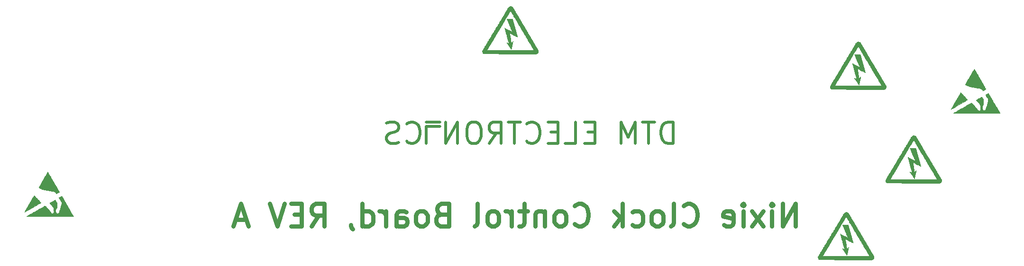
<source format=gbo>
G04 #@! TF.FileFunction,Legend,Bot*
%FSLAX46Y46*%
G04 Gerber Fmt 4.6, Leading zero omitted, Abs format (unit mm)*
G04 Created by KiCad (PCBNEW 4.0.5) date Sunday, August 20, 2017 'PMt' 09:04:34 PM*
%MOMM*%
%LPD*%
G01*
G04 APERTURE LIST*
%ADD10C,0.100000*%
%ADD11C,0.750000*%
%ADD12C,0.010000*%
%ADD13C,0.002540*%
%ADD14C,0.508000*%
G04 APERTURE END LIST*
D10*
D11*
X188747761Y-105907524D02*
X188747761Y-101907524D01*
X186462047Y-105907524D01*
X186462047Y-101907524D01*
X184557285Y-105907524D02*
X184557285Y-103240857D01*
X184557285Y-101907524D02*
X184747761Y-102098000D01*
X184557285Y-102288476D01*
X184366809Y-102098000D01*
X184557285Y-101907524D01*
X184557285Y-102288476D01*
X183033475Y-105907524D02*
X180938237Y-103240857D01*
X183033475Y-103240857D02*
X180938237Y-105907524D01*
X179414428Y-105907524D02*
X179414428Y-103240857D01*
X179414428Y-101907524D02*
X179604904Y-102098000D01*
X179414428Y-102288476D01*
X179223952Y-102098000D01*
X179414428Y-101907524D01*
X179414428Y-102288476D01*
X175985857Y-105717048D02*
X176366809Y-105907524D01*
X177128714Y-105907524D01*
X177509666Y-105717048D01*
X177700142Y-105336095D01*
X177700142Y-103812286D01*
X177509666Y-103431333D01*
X177128714Y-103240857D01*
X176366809Y-103240857D01*
X175985857Y-103431333D01*
X175795380Y-103812286D01*
X175795380Y-104193238D01*
X177700142Y-104574190D01*
X168747762Y-105526571D02*
X168938238Y-105717048D01*
X169509667Y-105907524D01*
X169890619Y-105907524D01*
X170462047Y-105717048D01*
X170843000Y-105336095D01*
X171033476Y-104955143D01*
X171223952Y-104193238D01*
X171223952Y-103621810D01*
X171033476Y-102859905D01*
X170843000Y-102478952D01*
X170462047Y-102098000D01*
X169890619Y-101907524D01*
X169509667Y-101907524D01*
X168938238Y-102098000D01*
X168747762Y-102288476D01*
X166462047Y-105907524D02*
X166843000Y-105717048D01*
X167033476Y-105336095D01*
X167033476Y-101907524D01*
X164366809Y-105907524D02*
X164747762Y-105717048D01*
X164938238Y-105526571D01*
X165128714Y-105145619D01*
X165128714Y-104002762D01*
X164938238Y-103621810D01*
X164747762Y-103431333D01*
X164366809Y-103240857D01*
X163795381Y-103240857D01*
X163414429Y-103431333D01*
X163223952Y-103621810D01*
X163033476Y-104002762D01*
X163033476Y-105145619D01*
X163223952Y-105526571D01*
X163414429Y-105717048D01*
X163795381Y-105907524D01*
X164366809Y-105907524D01*
X159604904Y-105717048D02*
X159985857Y-105907524D01*
X160747761Y-105907524D01*
X161128714Y-105717048D01*
X161319190Y-105526571D01*
X161509666Y-105145619D01*
X161509666Y-104002762D01*
X161319190Y-103621810D01*
X161128714Y-103431333D01*
X160747761Y-103240857D01*
X159985857Y-103240857D01*
X159604904Y-103431333D01*
X157890619Y-105907524D02*
X157890619Y-101907524D01*
X157509667Y-104383714D02*
X156366810Y-105907524D01*
X156366810Y-103240857D02*
X157890619Y-104764667D01*
X149319191Y-105526571D02*
X149509667Y-105717048D01*
X150081096Y-105907524D01*
X150462048Y-105907524D01*
X151033476Y-105717048D01*
X151414429Y-105336095D01*
X151604905Y-104955143D01*
X151795381Y-104193238D01*
X151795381Y-103621810D01*
X151604905Y-102859905D01*
X151414429Y-102478952D01*
X151033476Y-102098000D01*
X150462048Y-101907524D01*
X150081096Y-101907524D01*
X149509667Y-102098000D01*
X149319191Y-102288476D01*
X147033476Y-105907524D02*
X147414429Y-105717048D01*
X147604905Y-105526571D01*
X147795381Y-105145619D01*
X147795381Y-104002762D01*
X147604905Y-103621810D01*
X147414429Y-103431333D01*
X147033476Y-103240857D01*
X146462048Y-103240857D01*
X146081096Y-103431333D01*
X145890619Y-103621810D01*
X145700143Y-104002762D01*
X145700143Y-105145619D01*
X145890619Y-105526571D01*
X146081096Y-105717048D01*
X146462048Y-105907524D01*
X147033476Y-105907524D01*
X143985857Y-103240857D02*
X143985857Y-105907524D01*
X143985857Y-103621810D02*
X143795381Y-103431333D01*
X143414428Y-103240857D01*
X142843000Y-103240857D01*
X142462048Y-103431333D01*
X142271571Y-103812286D01*
X142271571Y-105907524D01*
X140938238Y-103240857D02*
X139414428Y-103240857D01*
X140366809Y-101907524D02*
X140366809Y-105336095D01*
X140176333Y-105717048D01*
X139795380Y-105907524D01*
X139414428Y-105907524D01*
X138081095Y-105907524D02*
X138081095Y-103240857D01*
X138081095Y-104002762D02*
X137890619Y-103621810D01*
X137700143Y-103431333D01*
X137319190Y-103240857D01*
X136938238Y-103240857D01*
X135033476Y-105907524D02*
X135414429Y-105717048D01*
X135604905Y-105526571D01*
X135795381Y-105145619D01*
X135795381Y-104002762D01*
X135604905Y-103621810D01*
X135414429Y-103431333D01*
X135033476Y-103240857D01*
X134462048Y-103240857D01*
X134081096Y-103431333D01*
X133890619Y-103621810D01*
X133700143Y-104002762D01*
X133700143Y-105145619D01*
X133890619Y-105526571D01*
X134081096Y-105717048D01*
X134462048Y-105907524D01*
X135033476Y-105907524D01*
X131414428Y-105907524D02*
X131795381Y-105717048D01*
X131985857Y-105336095D01*
X131985857Y-101907524D01*
X125509667Y-103812286D02*
X124938238Y-104002762D01*
X124747762Y-104193238D01*
X124557286Y-104574190D01*
X124557286Y-105145619D01*
X124747762Y-105526571D01*
X124938238Y-105717048D01*
X125319191Y-105907524D01*
X126843000Y-105907524D01*
X126843000Y-101907524D01*
X125509667Y-101907524D01*
X125128714Y-102098000D01*
X124938238Y-102288476D01*
X124747762Y-102669429D01*
X124747762Y-103050381D01*
X124938238Y-103431333D01*
X125128714Y-103621810D01*
X125509667Y-103812286D01*
X126843000Y-103812286D01*
X122271571Y-105907524D02*
X122652524Y-105717048D01*
X122843000Y-105526571D01*
X123033476Y-105145619D01*
X123033476Y-104002762D01*
X122843000Y-103621810D01*
X122652524Y-103431333D01*
X122271571Y-103240857D01*
X121700143Y-103240857D01*
X121319191Y-103431333D01*
X121128714Y-103621810D01*
X120938238Y-104002762D01*
X120938238Y-105145619D01*
X121128714Y-105526571D01*
X121319191Y-105717048D01*
X121700143Y-105907524D01*
X122271571Y-105907524D01*
X117509666Y-105907524D02*
X117509666Y-103812286D01*
X117700143Y-103431333D01*
X118081095Y-103240857D01*
X118843000Y-103240857D01*
X119223952Y-103431333D01*
X117509666Y-105717048D02*
X117890619Y-105907524D01*
X118843000Y-105907524D01*
X119223952Y-105717048D01*
X119414428Y-105336095D01*
X119414428Y-104955143D01*
X119223952Y-104574190D01*
X118843000Y-104383714D01*
X117890619Y-104383714D01*
X117509666Y-104193238D01*
X115604904Y-105907524D02*
X115604904Y-103240857D01*
X115604904Y-104002762D02*
X115414428Y-103621810D01*
X115223952Y-103431333D01*
X114842999Y-103240857D01*
X114462047Y-103240857D01*
X111414428Y-105907524D02*
X111414428Y-101907524D01*
X111414428Y-105717048D02*
X111795381Y-105907524D01*
X112557285Y-105907524D01*
X112938238Y-105717048D01*
X113128714Y-105526571D01*
X113319190Y-105145619D01*
X113319190Y-104002762D01*
X113128714Y-103621810D01*
X112938238Y-103431333D01*
X112557285Y-103240857D01*
X111795381Y-103240857D01*
X111414428Y-103431333D01*
X109319190Y-105717048D02*
X109319190Y-105907524D01*
X109509666Y-106288476D01*
X109700142Y-106478952D01*
X102271571Y-105907524D02*
X103604904Y-104002762D01*
X104557285Y-105907524D02*
X104557285Y-101907524D01*
X103033476Y-101907524D01*
X102652523Y-102098000D01*
X102462047Y-102288476D01*
X102271571Y-102669429D01*
X102271571Y-103240857D01*
X102462047Y-103621810D01*
X102652523Y-103812286D01*
X103033476Y-104002762D01*
X104557285Y-104002762D01*
X100557285Y-103812286D02*
X99223952Y-103812286D01*
X98652523Y-105907524D02*
X100557285Y-105907524D01*
X100557285Y-101907524D01*
X98652523Y-101907524D01*
X97509666Y-101907524D02*
X96176332Y-105907524D01*
X94842999Y-101907524D01*
X90652523Y-104764667D02*
X88747761Y-104764667D01*
X91033476Y-105907524D02*
X89700142Y-101907524D01*
X88366809Y-105907524D01*
D12*
G36*
X57663251Y-100553036D02*
X57619456Y-100569972D01*
X57552707Y-100603601D01*
X57456863Y-100656334D01*
X57449401Y-100660525D01*
X57361129Y-100711001D01*
X57286637Y-100755223D01*
X57233240Y-100788731D01*
X57208254Y-100807064D01*
X57207555Y-100807962D01*
X57213591Y-100833414D01*
X57241277Y-100890255D01*
X57288812Y-100975389D01*
X57354389Y-101085717D01*
X57436203Y-101218144D01*
X57532452Y-101369571D01*
X57556406Y-101406707D01*
X57618817Y-101509757D01*
X57664263Y-101598432D01*
X57688754Y-101664714D01*
X57691267Y-101677807D01*
X57690152Y-101735443D01*
X57677657Y-101826865D01*
X57655340Y-101946208D01*
X57624760Y-102087609D01*
X57587472Y-102245203D01*
X57545035Y-102413126D01*
X57499006Y-102585514D01*
X57450943Y-102756501D01*
X57402403Y-102920224D01*
X57354943Y-103070818D01*
X57310122Y-103202420D01*
X57269497Y-103309163D01*
X57241177Y-103372494D01*
X57207817Y-103439957D01*
X57176318Y-103504511D01*
X57174613Y-103508045D01*
X57122502Y-103573250D01*
X57046446Y-103617156D01*
X56957908Y-103638197D01*
X56868352Y-103634807D01*
X56789242Y-103605423D01*
X56744736Y-103566736D01*
X56680644Y-103460636D01*
X56633678Y-103328405D01*
X56607910Y-103183527D01*
X56604259Y-103101394D01*
X56618961Y-102948105D01*
X56662110Y-102821166D01*
X56736028Y-102714418D01*
X56759079Y-102690657D01*
X56827675Y-102624009D01*
X56832386Y-102152916D01*
X56837097Y-101681822D01*
X56717054Y-101500106D01*
X56660723Y-101417856D01*
X56606472Y-101343865D01*
X56562041Y-101288448D01*
X56542944Y-101268056D01*
X56488876Y-101217723D01*
X56415650Y-101257158D01*
X56369367Y-101285415D01*
X56344043Y-101307354D01*
X56342424Y-101311299D01*
X56325116Y-101328023D01*
X56295503Y-101340476D01*
X56266886Y-101351700D01*
X56223066Y-101373024D01*
X56160282Y-101406529D01*
X56074772Y-101454296D01*
X55962774Y-101518407D01*
X55820527Y-101600944D01*
X55743227Y-101646065D01*
X55652298Y-101700111D01*
X55592661Y-101738604D01*
X55559039Y-101766044D01*
X55546156Y-101786934D01*
X55548735Y-101805775D01*
X55550885Y-101810152D01*
X55571803Y-101837714D01*
X55616560Y-101889416D01*
X55679943Y-101959475D01*
X55756738Y-102042107D01*
X55823156Y-102112156D01*
X55976210Y-102278414D01*
X56095944Y-102422519D01*
X56183427Y-102545921D01*
X56239726Y-102650068D01*
X56258716Y-102702954D01*
X56266560Y-102749250D01*
X56274662Y-102828221D01*
X56282309Y-102930846D01*
X56288788Y-103048103D01*
X56291837Y-103122248D01*
X56296092Y-103250427D01*
X56297964Y-103344138D01*
X56296901Y-103410583D01*
X56292354Y-103456961D01*
X56283773Y-103490474D01*
X56270606Y-103518321D01*
X56260265Y-103535324D01*
X56200544Y-103600862D01*
X56123589Y-103646532D01*
X56042620Y-103666450D01*
X55981942Y-103659244D01*
X55927001Y-103628066D01*
X55858133Y-103572230D01*
X55784995Y-103501474D01*
X55717248Y-103425537D01*
X55664550Y-103354159D01*
X55645147Y-103319668D01*
X55616081Y-103272441D01*
X55563217Y-103200506D01*
X55491384Y-103109485D01*
X55405412Y-103005000D01*
X55310132Y-102892675D01*
X55210373Y-102778130D01*
X55110966Y-102666990D01*
X55016741Y-102564875D01*
X54932527Y-102477408D01*
X54866409Y-102413198D01*
X54793001Y-102349057D01*
X54731247Y-102301763D01*
X54687934Y-102276235D01*
X54673555Y-102273429D01*
X54651521Y-102284752D01*
X54596562Y-102315144D01*
X54511848Y-102362780D01*
X54400552Y-102425835D01*
X54265844Y-102502485D01*
X54110897Y-102590905D01*
X53938881Y-102689270D01*
X53752968Y-102795756D01*
X53556330Y-102908537D01*
X53352137Y-103025789D01*
X53143561Y-103145687D01*
X52933775Y-103266407D01*
X52725948Y-103386123D01*
X52523253Y-103503011D01*
X52328860Y-103615246D01*
X52145942Y-103721004D01*
X51977670Y-103818460D01*
X51827215Y-103905788D01*
X51697749Y-103981165D01*
X51592443Y-104042765D01*
X51514468Y-104088764D01*
X51466996Y-104117337D01*
X51453237Y-104126304D01*
X51471769Y-104128076D01*
X51530067Y-104129799D01*
X51626191Y-104131464D01*
X51758201Y-104133063D01*
X51924154Y-104134587D01*
X52122111Y-104136029D01*
X52350130Y-104137380D01*
X52606271Y-104138632D01*
X52888592Y-104139776D01*
X53195153Y-104140804D01*
X53524013Y-104141708D01*
X53873231Y-104142479D01*
X54240865Y-104143109D01*
X54624976Y-104143590D01*
X55023623Y-104143914D01*
X55434863Y-104144072D01*
X55607420Y-104144087D01*
X59781414Y-104144087D01*
X59483732Y-103627954D01*
X59420714Y-103518665D01*
X59339594Y-103377940D01*
X59243084Y-103210486D01*
X59133897Y-103021012D01*
X59014745Y-102814223D01*
X58888340Y-102594828D01*
X58757395Y-102367533D01*
X58624621Y-102137046D01*
X58492731Y-101908073D01*
X58459376Y-101850163D01*
X58337753Y-101639232D01*
X58221772Y-101438535D01*
X58113175Y-101251059D01*
X58013706Y-101079792D01*
X57925108Y-100927723D01*
X57849122Y-100797838D01*
X57787493Y-100693125D01*
X57741963Y-100616573D01*
X57714275Y-100571169D01*
X57706528Y-100559609D01*
X57690228Y-100550385D01*
X57663251Y-100553036D01*
X57663251Y-100553036D01*
G37*
X57663251Y-100553036D02*
X57619456Y-100569972D01*
X57552707Y-100603601D01*
X57456863Y-100656334D01*
X57449401Y-100660525D01*
X57361129Y-100711001D01*
X57286637Y-100755223D01*
X57233240Y-100788731D01*
X57208254Y-100807064D01*
X57207555Y-100807962D01*
X57213591Y-100833414D01*
X57241277Y-100890255D01*
X57288812Y-100975389D01*
X57354389Y-101085717D01*
X57436203Y-101218144D01*
X57532452Y-101369571D01*
X57556406Y-101406707D01*
X57618817Y-101509757D01*
X57664263Y-101598432D01*
X57688754Y-101664714D01*
X57691267Y-101677807D01*
X57690152Y-101735443D01*
X57677657Y-101826865D01*
X57655340Y-101946208D01*
X57624760Y-102087609D01*
X57587472Y-102245203D01*
X57545035Y-102413126D01*
X57499006Y-102585514D01*
X57450943Y-102756501D01*
X57402403Y-102920224D01*
X57354943Y-103070818D01*
X57310122Y-103202420D01*
X57269497Y-103309163D01*
X57241177Y-103372494D01*
X57207817Y-103439957D01*
X57176318Y-103504511D01*
X57174613Y-103508045D01*
X57122502Y-103573250D01*
X57046446Y-103617156D01*
X56957908Y-103638197D01*
X56868352Y-103634807D01*
X56789242Y-103605423D01*
X56744736Y-103566736D01*
X56680644Y-103460636D01*
X56633678Y-103328405D01*
X56607910Y-103183527D01*
X56604259Y-103101394D01*
X56618961Y-102948105D01*
X56662110Y-102821166D01*
X56736028Y-102714418D01*
X56759079Y-102690657D01*
X56827675Y-102624009D01*
X56832386Y-102152916D01*
X56837097Y-101681822D01*
X56717054Y-101500106D01*
X56660723Y-101417856D01*
X56606472Y-101343865D01*
X56562041Y-101288448D01*
X56542944Y-101268056D01*
X56488876Y-101217723D01*
X56415650Y-101257158D01*
X56369367Y-101285415D01*
X56344043Y-101307354D01*
X56342424Y-101311299D01*
X56325116Y-101328023D01*
X56295503Y-101340476D01*
X56266886Y-101351700D01*
X56223066Y-101373024D01*
X56160282Y-101406529D01*
X56074772Y-101454296D01*
X55962774Y-101518407D01*
X55820527Y-101600944D01*
X55743227Y-101646065D01*
X55652298Y-101700111D01*
X55592661Y-101738604D01*
X55559039Y-101766044D01*
X55546156Y-101786934D01*
X55548735Y-101805775D01*
X55550885Y-101810152D01*
X55571803Y-101837714D01*
X55616560Y-101889416D01*
X55679943Y-101959475D01*
X55756738Y-102042107D01*
X55823156Y-102112156D01*
X55976210Y-102278414D01*
X56095944Y-102422519D01*
X56183427Y-102545921D01*
X56239726Y-102650068D01*
X56258716Y-102702954D01*
X56266560Y-102749250D01*
X56274662Y-102828221D01*
X56282309Y-102930846D01*
X56288788Y-103048103D01*
X56291837Y-103122248D01*
X56296092Y-103250427D01*
X56297964Y-103344138D01*
X56296901Y-103410583D01*
X56292354Y-103456961D01*
X56283773Y-103490474D01*
X56270606Y-103518321D01*
X56260265Y-103535324D01*
X56200544Y-103600862D01*
X56123589Y-103646532D01*
X56042620Y-103666450D01*
X55981942Y-103659244D01*
X55927001Y-103628066D01*
X55858133Y-103572230D01*
X55784995Y-103501474D01*
X55717248Y-103425537D01*
X55664550Y-103354159D01*
X55645147Y-103319668D01*
X55616081Y-103272441D01*
X55563217Y-103200506D01*
X55491384Y-103109485D01*
X55405412Y-103005000D01*
X55310132Y-102892675D01*
X55210373Y-102778130D01*
X55110966Y-102666990D01*
X55016741Y-102564875D01*
X54932527Y-102477408D01*
X54866409Y-102413198D01*
X54793001Y-102349057D01*
X54731247Y-102301763D01*
X54687934Y-102276235D01*
X54673555Y-102273429D01*
X54651521Y-102284752D01*
X54596562Y-102315144D01*
X54511848Y-102362780D01*
X54400552Y-102425835D01*
X54265844Y-102502485D01*
X54110897Y-102590905D01*
X53938881Y-102689270D01*
X53752968Y-102795756D01*
X53556330Y-102908537D01*
X53352137Y-103025789D01*
X53143561Y-103145687D01*
X52933775Y-103266407D01*
X52725948Y-103386123D01*
X52523253Y-103503011D01*
X52328860Y-103615246D01*
X52145942Y-103721004D01*
X51977670Y-103818460D01*
X51827215Y-103905788D01*
X51697749Y-103981165D01*
X51592443Y-104042765D01*
X51514468Y-104088764D01*
X51466996Y-104117337D01*
X51453237Y-104126304D01*
X51471769Y-104128076D01*
X51530067Y-104129799D01*
X51626191Y-104131464D01*
X51758201Y-104133063D01*
X51924154Y-104134587D01*
X52122111Y-104136029D01*
X52350130Y-104137380D01*
X52606271Y-104138632D01*
X52888592Y-104139776D01*
X53195153Y-104140804D01*
X53524013Y-104141708D01*
X53873231Y-104142479D01*
X54240865Y-104143109D01*
X54624976Y-104143590D01*
X55023623Y-104143914D01*
X55434863Y-104144072D01*
X55607420Y-104144087D01*
X59781414Y-104144087D01*
X59483732Y-103627954D01*
X59420714Y-103518665D01*
X59339594Y-103377940D01*
X59243084Y-103210486D01*
X59133897Y-103021012D01*
X59014745Y-102814223D01*
X58888340Y-102594828D01*
X58757395Y-102367533D01*
X58624621Y-102137046D01*
X58492731Y-101908073D01*
X58459376Y-101850163D01*
X58337753Y-101639232D01*
X58221772Y-101438535D01*
X58113175Y-101251059D01*
X58013706Y-101079792D01*
X57925108Y-100927723D01*
X57849122Y-100797838D01*
X57787493Y-100693125D01*
X57741963Y-100616573D01*
X57714275Y-100571169D01*
X57706528Y-100559609D01*
X57690228Y-100550385D01*
X57663251Y-100553036D01*
G36*
X52727854Y-100476908D02*
X52712531Y-100502590D01*
X52678089Y-100561469D01*
X52626231Y-100650602D01*
X52558660Y-100767049D01*
X52477079Y-100907867D01*
X52383191Y-101070114D01*
X52278701Y-101250849D01*
X52165310Y-101447130D01*
X52044722Y-101656016D01*
X51920687Y-101871017D01*
X51794013Y-102090649D01*
X51672392Y-102301495D01*
X51557588Y-102500499D01*
X51451362Y-102684607D01*
X51355477Y-102850765D01*
X51271698Y-102995917D01*
X51201786Y-103117009D01*
X51147504Y-103210988D01*
X51110615Y-103274797D01*
X51093269Y-103304719D01*
X51064993Y-103355271D01*
X51049618Y-103386914D01*
X51048776Y-103392420D01*
X51067512Y-103382082D01*
X51119614Y-103352407D01*
X51202360Y-103304968D01*
X51313025Y-103241333D01*
X51448886Y-103163074D01*
X51607219Y-103071759D01*
X51785302Y-102968960D01*
X51980410Y-102856247D01*
X52189820Y-102735189D01*
X52410809Y-102607357D01*
X52494887Y-102558702D01*
X52719830Y-102428567D01*
X52934476Y-102304497D01*
X53136068Y-102188077D01*
X53321852Y-102080893D01*
X53489072Y-101984531D01*
X53634973Y-101900578D01*
X53756799Y-101830620D01*
X53851796Y-101776243D01*
X53917208Y-101739034D01*
X53950280Y-101720578D01*
X53953738Y-101718830D01*
X53943661Y-101703005D01*
X53908593Y-101660692D01*
X53852115Y-101595790D01*
X53777807Y-101512196D01*
X53689248Y-101413809D01*
X53590020Y-101304525D01*
X53483702Y-101188244D01*
X53373875Y-101068862D01*
X53264118Y-100950277D01*
X53158012Y-100836388D01*
X53059138Y-100731092D01*
X52971074Y-100638287D01*
X52897401Y-100561870D01*
X52841700Y-100505740D01*
X52822597Y-100487335D01*
X52759292Y-100427872D01*
X52727854Y-100476908D01*
X52727854Y-100476908D01*
G37*
X52727854Y-100476908D02*
X52712531Y-100502590D01*
X52678089Y-100561469D01*
X52626231Y-100650602D01*
X52558660Y-100767049D01*
X52477079Y-100907867D01*
X52383191Y-101070114D01*
X52278701Y-101250849D01*
X52165310Y-101447130D01*
X52044722Y-101656016D01*
X51920687Y-101871017D01*
X51794013Y-102090649D01*
X51672392Y-102301495D01*
X51557588Y-102500499D01*
X51451362Y-102684607D01*
X51355477Y-102850765D01*
X51271698Y-102995917D01*
X51201786Y-103117009D01*
X51147504Y-103210988D01*
X51110615Y-103274797D01*
X51093269Y-103304719D01*
X51064993Y-103355271D01*
X51049618Y-103386914D01*
X51048776Y-103392420D01*
X51067512Y-103382082D01*
X51119614Y-103352407D01*
X51202360Y-103304968D01*
X51313025Y-103241333D01*
X51448886Y-103163074D01*
X51607219Y-103071759D01*
X51785302Y-102968960D01*
X51980410Y-102856247D01*
X52189820Y-102735189D01*
X52410809Y-102607357D01*
X52494887Y-102558702D01*
X52719830Y-102428567D01*
X52934476Y-102304497D01*
X53136068Y-102188077D01*
X53321852Y-102080893D01*
X53489072Y-101984531D01*
X53634973Y-101900578D01*
X53756799Y-101830620D01*
X53851796Y-101776243D01*
X53917208Y-101739034D01*
X53950280Y-101720578D01*
X53953738Y-101718830D01*
X53943661Y-101703005D01*
X53908593Y-101660692D01*
X53852115Y-101595790D01*
X53777807Y-101512196D01*
X53689248Y-101413809D01*
X53590020Y-101304525D01*
X53483702Y-101188244D01*
X53373875Y-101068862D01*
X53264118Y-100950277D01*
X53158012Y-100836388D01*
X53059138Y-100731092D01*
X52971074Y-100638287D01*
X52897401Y-100561870D01*
X52841700Y-100505740D01*
X52822597Y-100487335D01*
X52759292Y-100427872D01*
X52727854Y-100476908D01*
G36*
X55183122Y-96237166D02*
X55152124Y-96287538D01*
X55104366Y-96367341D01*
X55041806Y-96473180D01*
X54966403Y-96601659D01*
X54880115Y-96749384D01*
X54784899Y-96912958D01*
X54682715Y-97088987D01*
X54575519Y-97274075D01*
X54465271Y-97464827D01*
X54353929Y-97657847D01*
X54243450Y-97849741D01*
X54135793Y-98037111D01*
X54032916Y-98216565D01*
X53936777Y-98384705D01*
X53849335Y-98538137D01*
X53772547Y-98673465D01*
X53708372Y-98787294D01*
X53658767Y-98876229D01*
X53625691Y-98936874D01*
X53611103Y-98965833D01*
X53610569Y-98967644D01*
X53628679Y-98992217D01*
X53679020Y-99029807D01*
X53755605Y-99076722D01*
X53852448Y-99129274D01*
X53953833Y-99179213D01*
X54091785Y-99239769D01*
X54236858Y-99294179D01*
X54394050Y-99343651D01*
X54568357Y-99389395D01*
X54764778Y-99432620D01*
X54988311Y-99474534D01*
X55243952Y-99516347D01*
X55508394Y-99555284D01*
X55738148Y-99589828D01*
X55931083Y-99624026D01*
X56092036Y-99659577D01*
X56225845Y-99698182D01*
X56337350Y-99741539D01*
X56431386Y-99791348D01*
X56512794Y-99849309D01*
X56586410Y-99917120D01*
X56610149Y-99942312D01*
X56661603Y-100000958D01*
X56699666Y-100048815D01*
X56717323Y-100076958D01*
X56717794Y-100079265D01*
X56723972Y-100093416D01*
X56745410Y-100093575D01*
X56786467Y-100077861D01*
X56851499Y-100044391D01*
X56944863Y-99991281D01*
X57009748Y-99953088D01*
X57106499Y-99893385D01*
X57181688Y-99842263D01*
X57230261Y-99803399D01*
X57247165Y-99780472D01*
X57247155Y-99780305D01*
X57236672Y-99758456D01*
X57207069Y-99703739D01*
X57160062Y-99619136D01*
X57097371Y-99507629D01*
X57020714Y-99372201D01*
X56931809Y-99215833D01*
X56832374Y-99041507D01*
X56724128Y-98852206D01*
X56608789Y-98650911D01*
X56488076Y-98440605D01*
X56363706Y-98224271D01*
X56237399Y-98004889D01*
X56110873Y-97785442D01*
X55985845Y-97568912D01*
X55864035Y-97358281D01*
X55747161Y-97156532D01*
X55636940Y-96966647D01*
X55535092Y-96791606D01*
X55443335Y-96634394D01*
X55363387Y-96497991D01*
X55296966Y-96385380D01*
X55245791Y-96299543D01*
X55211580Y-96243462D01*
X55196052Y-96220119D01*
X55195402Y-96219621D01*
X55183122Y-96237166D01*
X55183122Y-96237166D01*
G37*
X55183122Y-96237166D02*
X55152124Y-96287538D01*
X55104366Y-96367341D01*
X55041806Y-96473180D01*
X54966403Y-96601659D01*
X54880115Y-96749384D01*
X54784899Y-96912958D01*
X54682715Y-97088987D01*
X54575519Y-97274075D01*
X54465271Y-97464827D01*
X54353929Y-97657847D01*
X54243450Y-97849741D01*
X54135793Y-98037111D01*
X54032916Y-98216565D01*
X53936777Y-98384705D01*
X53849335Y-98538137D01*
X53772547Y-98673465D01*
X53708372Y-98787294D01*
X53658767Y-98876229D01*
X53625691Y-98936874D01*
X53611103Y-98965833D01*
X53610569Y-98967644D01*
X53628679Y-98992217D01*
X53679020Y-99029807D01*
X53755605Y-99076722D01*
X53852448Y-99129274D01*
X53953833Y-99179213D01*
X54091785Y-99239769D01*
X54236858Y-99294179D01*
X54394050Y-99343651D01*
X54568357Y-99389395D01*
X54764778Y-99432620D01*
X54988311Y-99474534D01*
X55243952Y-99516347D01*
X55508394Y-99555284D01*
X55738148Y-99589828D01*
X55931083Y-99624026D01*
X56092036Y-99659577D01*
X56225845Y-99698182D01*
X56337350Y-99741539D01*
X56431386Y-99791348D01*
X56512794Y-99849309D01*
X56586410Y-99917120D01*
X56610149Y-99942312D01*
X56661603Y-100000958D01*
X56699666Y-100048815D01*
X56717323Y-100076958D01*
X56717794Y-100079265D01*
X56723972Y-100093416D01*
X56745410Y-100093575D01*
X56786467Y-100077861D01*
X56851499Y-100044391D01*
X56944863Y-99991281D01*
X57009748Y-99953088D01*
X57106499Y-99893385D01*
X57181688Y-99842263D01*
X57230261Y-99803399D01*
X57247165Y-99780472D01*
X57247155Y-99780305D01*
X57236672Y-99758456D01*
X57207069Y-99703739D01*
X57160062Y-99619136D01*
X57097371Y-99507629D01*
X57020714Y-99372201D01*
X56931809Y-99215833D01*
X56832374Y-99041507D01*
X56724128Y-98852206D01*
X56608789Y-98650911D01*
X56488076Y-98440605D01*
X56363706Y-98224271D01*
X56237399Y-98004889D01*
X56110873Y-97785442D01*
X55985845Y-97568912D01*
X55864035Y-97358281D01*
X55747161Y-97156532D01*
X55636940Y-96966647D01*
X55535092Y-96791606D01*
X55443335Y-96634394D01*
X55363387Y-96497991D01*
X55296966Y-96385380D01*
X55245791Y-96299543D01*
X55211580Y-96243462D01*
X55196052Y-96220119D01*
X55195402Y-96219621D01*
X55183122Y-96237166D01*
G36*
X223144251Y-82138036D02*
X223100456Y-82154972D01*
X223033707Y-82188601D01*
X222937863Y-82241334D01*
X222930401Y-82245525D01*
X222842129Y-82296001D01*
X222767637Y-82340223D01*
X222714240Y-82373731D01*
X222689254Y-82392064D01*
X222688555Y-82392962D01*
X222694591Y-82418414D01*
X222722277Y-82475255D01*
X222769812Y-82560389D01*
X222835389Y-82670717D01*
X222917203Y-82803144D01*
X223013452Y-82954571D01*
X223037406Y-82991707D01*
X223099817Y-83094757D01*
X223145263Y-83183432D01*
X223169754Y-83249714D01*
X223172267Y-83262807D01*
X223171152Y-83320443D01*
X223158657Y-83411865D01*
X223136340Y-83531208D01*
X223105760Y-83672609D01*
X223068472Y-83830203D01*
X223026035Y-83998126D01*
X222980006Y-84170514D01*
X222931943Y-84341501D01*
X222883403Y-84505224D01*
X222835943Y-84655818D01*
X222791122Y-84787420D01*
X222750497Y-84894163D01*
X222722177Y-84957494D01*
X222688817Y-85024957D01*
X222657318Y-85089511D01*
X222655613Y-85093045D01*
X222603502Y-85158250D01*
X222527446Y-85202156D01*
X222438908Y-85223197D01*
X222349352Y-85219807D01*
X222270242Y-85190423D01*
X222225736Y-85151736D01*
X222161644Y-85045636D01*
X222114678Y-84913405D01*
X222088910Y-84768527D01*
X222085259Y-84686394D01*
X222099961Y-84533105D01*
X222143110Y-84406166D01*
X222217028Y-84299418D01*
X222240079Y-84275657D01*
X222308675Y-84209009D01*
X222313386Y-83737916D01*
X222318097Y-83266822D01*
X222198054Y-83085106D01*
X222141723Y-83002856D01*
X222087472Y-82928865D01*
X222043041Y-82873448D01*
X222023944Y-82853056D01*
X221969876Y-82802723D01*
X221896650Y-82842158D01*
X221850367Y-82870415D01*
X221825043Y-82892354D01*
X221823424Y-82896299D01*
X221806116Y-82913023D01*
X221776503Y-82925476D01*
X221747886Y-82936700D01*
X221704066Y-82958024D01*
X221641282Y-82991529D01*
X221555772Y-83039296D01*
X221443774Y-83103407D01*
X221301527Y-83185944D01*
X221224227Y-83231065D01*
X221133298Y-83285111D01*
X221073661Y-83323604D01*
X221040039Y-83351044D01*
X221027156Y-83371934D01*
X221029735Y-83390775D01*
X221031885Y-83395152D01*
X221052803Y-83422714D01*
X221097560Y-83474416D01*
X221160943Y-83544475D01*
X221237738Y-83627107D01*
X221304156Y-83697156D01*
X221457210Y-83863414D01*
X221576944Y-84007519D01*
X221664427Y-84130921D01*
X221720726Y-84235068D01*
X221739716Y-84287954D01*
X221747560Y-84334250D01*
X221755662Y-84413221D01*
X221763309Y-84515846D01*
X221769788Y-84633103D01*
X221772837Y-84707248D01*
X221777092Y-84835427D01*
X221778964Y-84929138D01*
X221777901Y-84995583D01*
X221773354Y-85041961D01*
X221764773Y-85075474D01*
X221751606Y-85103321D01*
X221741265Y-85120324D01*
X221681544Y-85185862D01*
X221604589Y-85231532D01*
X221523620Y-85251450D01*
X221462942Y-85244244D01*
X221408001Y-85213066D01*
X221339133Y-85157230D01*
X221265995Y-85086474D01*
X221198248Y-85010537D01*
X221145550Y-84939159D01*
X221126147Y-84904668D01*
X221097081Y-84857441D01*
X221044217Y-84785506D01*
X220972384Y-84694485D01*
X220886412Y-84590000D01*
X220791132Y-84477675D01*
X220691373Y-84363130D01*
X220591966Y-84251990D01*
X220497741Y-84149875D01*
X220413527Y-84062408D01*
X220347409Y-83998198D01*
X220274001Y-83934057D01*
X220212247Y-83886763D01*
X220168934Y-83861235D01*
X220154555Y-83858429D01*
X220132521Y-83869752D01*
X220077562Y-83900144D01*
X219992848Y-83947780D01*
X219881552Y-84010835D01*
X219746844Y-84087485D01*
X219591897Y-84175905D01*
X219419881Y-84274270D01*
X219233968Y-84380756D01*
X219037330Y-84493537D01*
X218833137Y-84610789D01*
X218624561Y-84730687D01*
X218414775Y-84851407D01*
X218206948Y-84971123D01*
X218004253Y-85088011D01*
X217809860Y-85200246D01*
X217626942Y-85306004D01*
X217458670Y-85403460D01*
X217308215Y-85490788D01*
X217178749Y-85566165D01*
X217073443Y-85627765D01*
X216995468Y-85673764D01*
X216947996Y-85702337D01*
X216934237Y-85711304D01*
X216952769Y-85713076D01*
X217011067Y-85714799D01*
X217107191Y-85716464D01*
X217239201Y-85718063D01*
X217405154Y-85719587D01*
X217603111Y-85721029D01*
X217831130Y-85722380D01*
X218087271Y-85723632D01*
X218369592Y-85724776D01*
X218676153Y-85725804D01*
X219005013Y-85726708D01*
X219354231Y-85727479D01*
X219721865Y-85728109D01*
X220105976Y-85728590D01*
X220504623Y-85728914D01*
X220915863Y-85729072D01*
X221088420Y-85729087D01*
X225262414Y-85729087D01*
X224964732Y-85212954D01*
X224901714Y-85103665D01*
X224820594Y-84962940D01*
X224724084Y-84795486D01*
X224614897Y-84606012D01*
X224495745Y-84399223D01*
X224369340Y-84179828D01*
X224238395Y-83952533D01*
X224105621Y-83722046D01*
X223973731Y-83493073D01*
X223940376Y-83435163D01*
X223818753Y-83224232D01*
X223702772Y-83023535D01*
X223594175Y-82836059D01*
X223494706Y-82664792D01*
X223406108Y-82512723D01*
X223330122Y-82382838D01*
X223268493Y-82278125D01*
X223222963Y-82201573D01*
X223195275Y-82156169D01*
X223187528Y-82144609D01*
X223171228Y-82135385D01*
X223144251Y-82138036D01*
X223144251Y-82138036D01*
G37*
X223144251Y-82138036D02*
X223100456Y-82154972D01*
X223033707Y-82188601D01*
X222937863Y-82241334D01*
X222930401Y-82245525D01*
X222842129Y-82296001D01*
X222767637Y-82340223D01*
X222714240Y-82373731D01*
X222689254Y-82392064D01*
X222688555Y-82392962D01*
X222694591Y-82418414D01*
X222722277Y-82475255D01*
X222769812Y-82560389D01*
X222835389Y-82670717D01*
X222917203Y-82803144D01*
X223013452Y-82954571D01*
X223037406Y-82991707D01*
X223099817Y-83094757D01*
X223145263Y-83183432D01*
X223169754Y-83249714D01*
X223172267Y-83262807D01*
X223171152Y-83320443D01*
X223158657Y-83411865D01*
X223136340Y-83531208D01*
X223105760Y-83672609D01*
X223068472Y-83830203D01*
X223026035Y-83998126D01*
X222980006Y-84170514D01*
X222931943Y-84341501D01*
X222883403Y-84505224D01*
X222835943Y-84655818D01*
X222791122Y-84787420D01*
X222750497Y-84894163D01*
X222722177Y-84957494D01*
X222688817Y-85024957D01*
X222657318Y-85089511D01*
X222655613Y-85093045D01*
X222603502Y-85158250D01*
X222527446Y-85202156D01*
X222438908Y-85223197D01*
X222349352Y-85219807D01*
X222270242Y-85190423D01*
X222225736Y-85151736D01*
X222161644Y-85045636D01*
X222114678Y-84913405D01*
X222088910Y-84768527D01*
X222085259Y-84686394D01*
X222099961Y-84533105D01*
X222143110Y-84406166D01*
X222217028Y-84299418D01*
X222240079Y-84275657D01*
X222308675Y-84209009D01*
X222313386Y-83737916D01*
X222318097Y-83266822D01*
X222198054Y-83085106D01*
X222141723Y-83002856D01*
X222087472Y-82928865D01*
X222043041Y-82873448D01*
X222023944Y-82853056D01*
X221969876Y-82802723D01*
X221896650Y-82842158D01*
X221850367Y-82870415D01*
X221825043Y-82892354D01*
X221823424Y-82896299D01*
X221806116Y-82913023D01*
X221776503Y-82925476D01*
X221747886Y-82936700D01*
X221704066Y-82958024D01*
X221641282Y-82991529D01*
X221555772Y-83039296D01*
X221443774Y-83103407D01*
X221301527Y-83185944D01*
X221224227Y-83231065D01*
X221133298Y-83285111D01*
X221073661Y-83323604D01*
X221040039Y-83351044D01*
X221027156Y-83371934D01*
X221029735Y-83390775D01*
X221031885Y-83395152D01*
X221052803Y-83422714D01*
X221097560Y-83474416D01*
X221160943Y-83544475D01*
X221237738Y-83627107D01*
X221304156Y-83697156D01*
X221457210Y-83863414D01*
X221576944Y-84007519D01*
X221664427Y-84130921D01*
X221720726Y-84235068D01*
X221739716Y-84287954D01*
X221747560Y-84334250D01*
X221755662Y-84413221D01*
X221763309Y-84515846D01*
X221769788Y-84633103D01*
X221772837Y-84707248D01*
X221777092Y-84835427D01*
X221778964Y-84929138D01*
X221777901Y-84995583D01*
X221773354Y-85041961D01*
X221764773Y-85075474D01*
X221751606Y-85103321D01*
X221741265Y-85120324D01*
X221681544Y-85185862D01*
X221604589Y-85231532D01*
X221523620Y-85251450D01*
X221462942Y-85244244D01*
X221408001Y-85213066D01*
X221339133Y-85157230D01*
X221265995Y-85086474D01*
X221198248Y-85010537D01*
X221145550Y-84939159D01*
X221126147Y-84904668D01*
X221097081Y-84857441D01*
X221044217Y-84785506D01*
X220972384Y-84694485D01*
X220886412Y-84590000D01*
X220791132Y-84477675D01*
X220691373Y-84363130D01*
X220591966Y-84251990D01*
X220497741Y-84149875D01*
X220413527Y-84062408D01*
X220347409Y-83998198D01*
X220274001Y-83934057D01*
X220212247Y-83886763D01*
X220168934Y-83861235D01*
X220154555Y-83858429D01*
X220132521Y-83869752D01*
X220077562Y-83900144D01*
X219992848Y-83947780D01*
X219881552Y-84010835D01*
X219746844Y-84087485D01*
X219591897Y-84175905D01*
X219419881Y-84274270D01*
X219233968Y-84380756D01*
X219037330Y-84493537D01*
X218833137Y-84610789D01*
X218624561Y-84730687D01*
X218414775Y-84851407D01*
X218206948Y-84971123D01*
X218004253Y-85088011D01*
X217809860Y-85200246D01*
X217626942Y-85306004D01*
X217458670Y-85403460D01*
X217308215Y-85490788D01*
X217178749Y-85566165D01*
X217073443Y-85627765D01*
X216995468Y-85673764D01*
X216947996Y-85702337D01*
X216934237Y-85711304D01*
X216952769Y-85713076D01*
X217011067Y-85714799D01*
X217107191Y-85716464D01*
X217239201Y-85718063D01*
X217405154Y-85719587D01*
X217603111Y-85721029D01*
X217831130Y-85722380D01*
X218087271Y-85723632D01*
X218369592Y-85724776D01*
X218676153Y-85725804D01*
X219005013Y-85726708D01*
X219354231Y-85727479D01*
X219721865Y-85728109D01*
X220105976Y-85728590D01*
X220504623Y-85728914D01*
X220915863Y-85729072D01*
X221088420Y-85729087D01*
X225262414Y-85729087D01*
X224964732Y-85212954D01*
X224901714Y-85103665D01*
X224820594Y-84962940D01*
X224724084Y-84795486D01*
X224614897Y-84606012D01*
X224495745Y-84399223D01*
X224369340Y-84179828D01*
X224238395Y-83952533D01*
X224105621Y-83722046D01*
X223973731Y-83493073D01*
X223940376Y-83435163D01*
X223818753Y-83224232D01*
X223702772Y-83023535D01*
X223594175Y-82836059D01*
X223494706Y-82664792D01*
X223406108Y-82512723D01*
X223330122Y-82382838D01*
X223268493Y-82278125D01*
X223222963Y-82201573D01*
X223195275Y-82156169D01*
X223187528Y-82144609D01*
X223171228Y-82135385D01*
X223144251Y-82138036D01*
G36*
X218208854Y-82061908D02*
X218193531Y-82087590D01*
X218159089Y-82146469D01*
X218107231Y-82235602D01*
X218039660Y-82352049D01*
X217958079Y-82492867D01*
X217864191Y-82655114D01*
X217759701Y-82835849D01*
X217646310Y-83032130D01*
X217525722Y-83241016D01*
X217401687Y-83456017D01*
X217275013Y-83675649D01*
X217153392Y-83886495D01*
X217038588Y-84085499D01*
X216932362Y-84269607D01*
X216836477Y-84435765D01*
X216752698Y-84580917D01*
X216682786Y-84702009D01*
X216628504Y-84795988D01*
X216591615Y-84859797D01*
X216574269Y-84889719D01*
X216545993Y-84940271D01*
X216530618Y-84971914D01*
X216529776Y-84977420D01*
X216548512Y-84967082D01*
X216600614Y-84937407D01*
X216683360Y-84889968D01*
X216794025Y-84826333D01*
X216929886Y-84748074D01*
X217088219Y-84656759D01*
X217266302Y-84553960D01*
X217461410Y-84441247D01*
X217670820Y-84320189D01*
X217891809Y-84192357D01*
X217975887Y-84143702D01*
X218200830Y-84013567D01*
X218415476Y-83889497D01*
X218617068Y-83773077D01*
X218802852Y-83665893D01*
X218970072Y-83569531D01*
X219115973Y-83485578D01*
X219237799Y-83415620D01*
X219332796Y-83361243D01*
X219398208Y-83324034D01*
X219431280Y-83305578D01*
X219434738Y-83303830D01*
X219424661Y-83288005D01*
X219389593Y-83245692D01*
X219333115Y-83180790D01*
X219258807Y-83097196D01*
X219170248Y-82998809D01*
X219071020Y-82889525D01*
X218964702Y-82773244D01*
X218854875Y-82653862D01*
X218745118Y-82535277D01*
X218639012Y-82421388D01*
X218540138Y-82316092D01*
X218452074Y-82223287D01*
X218378401Y-82146870D01*
X218322700Y-82090740D01*
X218303597Y-82072335D01*
X218240292Y-82012872D01*
X218208854Y-82061908D01*
X218208854Y-82061908D01*
G37*
X218208854Y-82061908D02*
X218193531Y-82087590D01*
X218159089Y-82146469D01*
X218107231Y-82235602D01*
X218039660Y-82352049D01*
X217958079Y-82492867D01*
X217864191Y-82655114D01*
X217759701Y-82835849D01*
X217646310Y-83032130D01*
X217525722Y-83241016D01*
X217401687Y-83456017D01*
X217275013Y-83675649D01*
X217153392Y-83886495D01*
X217038588Y-84085499D01*
X216932362Y-84269607D01*
X216836477Y-84435765D01*
X216752698Y-84580917D01*
X216682786Y-84702009D01*
X216628504Y-84795988D01*
X216591615Y-84859797D01*
X216574269Y-84889719D01*
X216545993Y-84940271D01*
X216530618Y-84971914D01*
X216529776Y-84977420D01*
X216548512Y-84967082D01*
X216600614Y-84937407D01*
X216683360Y-84889968D01*
X216794025Y-84826333D01*
X216929886Y-84748074D01*
X217088219Y-84656759D01*
X217266302Y-84553960D01*
X217461410Y-84441247D01*
X217670820Y-84320189D01*
X217891809Y-84192357D01*
X217975887Y-84143702D01*
X218200830Y-84013567D01*
X218415476Y-83889497D01*
X218617068Y-83773077D01*
X218802852Y-83665893D01*
X218970072Y-83569531D01*
X219115973Y-83485578D01*
X219237799Y-83415620D01*
X219332796Y-83361243D01*
X219398208Y-83324034D01*
X219431280Y-83305578D01*
X219434738Y-83303830D01*
X219424661Y-83288005D01*
X219389593Y-83245692D01*
X219333115Y-83180790D01*
X219258807Y-83097196D01*
X219170248Y-82998809D01*
X219071020Y-82889525D01*
X218964702Y-82773244D01*
X218854875Y-82653862D01*
X218745118Y-82535277D01*
X218639012Y-82421388D01*
X218540138Y-82316092D01*
X218452074Y-82223287D01*
X218378401Y-82146870D01*
X218322700Y-82090740D01*
X218303597Y-82072335D01*
X218240292Y-82012872D01*
X218208854Y-82061908D01*
G36*
X220664122Y-77822166D02*
X220633124Y-77872538D01*
X220585366Y-77952341D01*
X220522806Y-78058180D01*
X220447403Y-78186659D01*
X220361115Y-78334384D01*
X220265899Y-78497958D01*
X220163715Y-78673987D01*
X220056519Y-78859075D01*
X219946271Y-79049827D01*
X219834929Y-79242847D01*
X219724450Y-79434741D01*
X219616793Y-79622111D01*
X219513916Y-79801565D01*
X219417777Y-79969705D01*
X219330335Y-80123137D01*
X219253547Y-80258465D01*
X219189372Y-80372294D01*
X219139767Y-80461229D01*
X219106691Y-80521874D01*
X219092103Y-80550833D01*
X219091569Y-80552644D01*
X219109679Y-80577217D01*
X219160020Y-80614807D01*
X219236605Y-80661722D01*
X219333448Y-80714274D01*
X219434833Y-80764213D01*
X219572785Y-80824769D01*
X219717858Y-80879179D01*
X219875050Y-80928651D01*
X220049357Y-80974395D01*
X220245778Y-81017620D01*
X220469311Y-81059534D01*
X220724952Y-81101347D01*
X220989394Y-81140284D01*
X221219148Y-81174828D01*
X221412083Y-81209026D01*
X221573036Y-81244577D01*
X221706845Y-81283182D01*
X221818350Y-81326539D01*
X221912386Y-81376348D01*
X221993794Y-81434309D01*
X222067410Y-81502120D01*
X222091149Y-81527312D01*
X222142603Y-81585958D01*
X222180666Y-81633815D01*
X222198323Y-81661958D01*
X222198794Y-81664265D01*
X222204972Y-81678416D01*
X222226410Y-81678575D01*
X222267467Y-81662861D01*
X222332499Y-81629391D01*
X222425863Y-81576281D01*
X222490748Y-81538088D01*
X222587499Y-81478385D01*
X222662688Y-81427263D01*
X222711261Y-81388399D01*
X222728165Y-81365472D01*
X222728155Y-81365305D01*
X222717672Y-81343456D01*
X222688069Y-81288739D01*
X222641062Y-81204136D01*
X222578371Y-81092629D01*
X222501714Y-80957201D01*
X222412809Y-80800833D01*
X222313374Y-80626507D01*
X222205128Y-80437206D01*
X222089789Y-80235911D01*
X221969076Y-80025605D01*
X221844706Y-79809271D01*
X221718399Y-79589889D01*
X221591873Y-79370442D01*
X221466845Y-79153912D01*
X221345035Y-78943281D01*
X221228161Y-78741532D01*
X221117940Y-78551647D01*
X221016092Y-78376606D01*
X220924335Y-78219394D01*
X220844387Y-78082991D01*
X220777966Y-77970380D01*
X220726791Y-77884543D01*
X220692580Y-77828462D01*
X220677052Y-77805119D01*
X220676402Y-77804621D01*
X220664122Y-77822166D01*
X220664122Y-77822166D01*
G37*
X220664122Y-77822166D02*
X220633124Y-77872538D01*
X220585366Y-77952341D01*
X220522806Y-78058180D01*
X220447403Y-78186659D01*
X220361115Y-78334384D01*
X220265899Y-78497958D01*
X220163715Y-78673987D01*
X220056519Y-78859075D01*
X219946271Y-79049827D01*
X219834929Y-79242847D01*
X219724450Y-79434741D01*
X219616793Y-79622111D01*
X219513916Y-79801565D01*
X219417777Y-79969705D01*
X219330335Y-80123137D01*
X219253547Y-80258465D01*
X219189372Y-80372294D01*
X219139767Y-80461229D01*
X219106691Y-80521874D01*
X219092103Y-80550833D01*
X219091569Y-80552644D01*
X219109679Y-80577217D01*
X219160020Y-80614807D01*
X219236605Y-80661722D01*
X219333448Y-80714274D01*
X219434833Y-80764213D01*
X219572785Y-80824769D01*
X219717858Y-80879179D01*
X219875050Y-80928651D01*
X220049357Y-80974395D01*
X220245778Y-81017620D01*
X220469311Y-81059534D01*
X220724952Y-81101347D01*
X220989394Y-81140284D01*
X221219148Y-81174828D01*
X221412083Y-81209026D01*
X221573036Y-81244577D01*
X221706845Y-81283182D01*
X221818350Y-81326539D01*
X221912386Y-81376348D01*
X221993794Y-81434309D01*
X222067410Y-81502120D01*
X222091149Y-81527312D01*
X222142603Y-81585958D01*
X222180666Y-81633815D01*
X222198323Y-81661958D01*
X222198794Y-81664265D01*
X222204972Y-81678416D01*
X222226410Y-81678575D01*
X222267467Y-81662861D01*
X222332499Y-81629391D01*
X222425863Y-81576281D01*
X222490748Y-81538088D01*
X222587499Y-81478385D01*
X222662688Y-81427263D01*
X222711261Y-81388399D01*
X222728165Y-81365472D01*
X222728155Y-81365305D01*
X222717672Y-81343456D01*
X222688069Y-81288739D01*
X222641062Y-81204136D01*
X222578371Y-81092629D01*
X222501714Y-80957201D01*
X222412809Y-80800833D01*
X222313374Y-80626507D01*
X222205128Y-80437206D01*
X222089789Y-80235911D01*
X221969076Y-80025605D01*
X221844706Y-79809271D01*
X221718399Y-79589889D01*
X221591873Y-79370442D01*
X221466845Y-79153912D01*
X221345035Y-78943281D01*
X221228161Y-78741532D01*
X221117940Y-78551647D01*
X221016092Y-78376606D01*
X220924335Y-78219394D01*
X220844387Y-78082991D01*
X220777966Y-77970380D01*
X220726791Y-77884543D01*
X220692580Y-77828462D01*
X220677052Y-77805119D01*
X220676402Y-77804621D01*
X220664122Y-77822166D01*
D13*
G36*
X204837280Y-97659100D02*
X204839820Y-97758160D01*
X204852520Y-97857220D01*
X204875380Y-97946120D01*
X204916020Y-98022320D01*
X204938880Y-98052800D01*
X204961740Y-98080740D01*
X204989680Y-98103600D01*
X205022700Y-98123920D01*
X205060800Y-98144240D01*
X205144620Y-98182340D01*
X205614520Y-98182340D01*
X205614520Y-97547340D01*
X205622140Y-97532100D01*
X205637380Y-97506700D01*
X205660240Y-97468600D01*
X205688180Y-97422880D01*
X205705960Y-97397480D01*
X205723740Y-97369540D01*
X205736440Y-97346680D01*
X205751680Y-97323820D01*
X205764380Y-97303500D01*
X205779620Y-97280640D01*
X205794860Y-97257780D01*
X205810100Y-97229840D01*
X205830420Y-97196820D01*
X205855820Y-97156180D01*
X205883760Y-97110460D01*
X205916780Y-97054580D01*
X205957420Y-96988540D01*
X206003140Y-96909800D01*
X206059020Y-96818360D01*
X206122520Y-96711680D01*
X206188560Y-96599920D01*
X206246980Y-96505940D01*
X206300320Y-96414500D01*
X206351120Y-96330680D01*
X206396840Y-96254480D01*
X206437480Y-96185900D01*
X206473040Y-96130020D01*
X206498440Y-96086840D01*
X206516220Y-96056360D01*
X206526380Y-96041120D01*
X206536540Y-96020800D01*
X206556860Y-95987780D01*
X206584800Y-95944600D01*
X206615280Y-95891260D01*
X206648300Y-95835380D01*
X206666080Y-95804900D01*
X206709260Y-95733780D01*
X206757520Y-95655040D01*
X206805780Y-95573760D01*
X206848960Y-95497560D01*
X206889600Y-95431520D01*
X206889600Y-95428980D01*
X206927700Y-95368020D01*
X206965800Y-95301980D01*
X207001360Y-95241020D01*
X207034380Y-95187680D01*
X207057240Y-95149580D01*
X207082640Y-95106400D01*
X207115660Y-95053060D01*
X207151220Y-94989560D01*
X207189320Y-94923520D01*
X207227420Y-94860020D01*
X207229960Y-94857480D01*
X207270600Y-94788900D01*
X207316320Y-94710160D01*
X207367120Y-94626340D01*
X207415380Y-94545060D01*
X207458560Y-94473940D01*
X207499200Y-94405360D01*
X207544920Y-94324080D01*
X207595720Y-94240260D01*
X207646520Y-94153900D01*
X207694780Y-94072620D01*
X207717640Y-94037060D01*
X207760820Y-93960860D01*
X207811620Y-93879580D01*
X207862420Y-93793220D01*
X207910680Y-93711940D01*
X207953860Y-93638280D01*
X207971640Y-93607800D01*
X208007200Y-93549380D01*
X208040220Y-93496040D01*
X208068160Y-93447780D01*
X208091020Y-93409680D01*
X208106260Y-93384280D01*
X208108800Y-93379200D01*
X208121500Y-93358880D01*
X208141820Y-93323320D01*
X208167220Y-93280140D01*
X208197700Y-93229340D01*
X208220560Y-93193780D01*
X208251040Y-93140440D01*
X208278980Y-93092180D01*
X208304380Y-93051540D01*
X208322160Y-93021060D01*
X208329780Y-93008360D01*
X208339940Y-92988040D01*
X208360260Y-92955020D01*
X208388200Y-92911840D01*
X208418680Y-92858500D01*
X208451700Y-92802620D01*
X208466940Y-92777220D01*
X208510120Y-92706100D01*
X208558380Y-92624820D01*
X208609180Y-92538460D01*
X208659980Y-92454640D01*
X208703160Y-92378440D01*
X208705700Y-92375900D01*
X208743800Y-92314940D01*
X208776820Y-92256520D01*
X208809840Y-92203180D01*
X208835240Y-92157460D01*
X208855560Y-92126980D01*
X208860640Y-92116820D01*
X208878420Y-92086340D01*
X208906360Y-92040620D01*
X208941920Y-91982200D01*
X208982560Y-91911080D01*
X209030820Y-91832340D01*
X209084160Y-91743440D01*
X209140040Y-91649460D01*
X209198460Y-91552940D01*
X209259420Y-91453880D01*
X209317840Y-91354820D01*
X209376260Y-91258300D01*
X209434680Y-91164320D01*
X209488020Y-91077960D01*
X209536280Y-90996680D01*
X209579460Y-90925560D01*
X209617560Y-90864600D01*
X209622640Y-90859520D01*
X209660740Y-90793480D01*
X209701380Y-90732520D01*
X209739480Y-90671560D01*
X209775040Y-90618220D01*
X209808060Y-90572500D01*
X209830920Y-90536940D01*
X209846160Y-90511540D01*
X209856320Y-90503920D01*
X209861400Y-90511540D01*
X209879180Y-90536940D01*
X209904580Y-90575040D01*
X209937600Y-90630920D01*
X209978240Y-90696960D01*
X210026500Y-90775700D01*
X210079840Y-90867140D01*
X210140800Y-90966200D01*
X210206840Y-91075420D01*
X210275420Y-91194800D01*
X210351620Y-91319260D01*
X210427820Y-91448800D01*
X210509100Y-91583420D01*
X210549740Y-91654540D01*
X210564980Y-91677400D01*
X210587840Y-91715500D01*
X210615780Y-91763760D01*
X210651340Y-91822180D01*
X210686900Y-91885680D01*
X210725000Y-91951720D01*
X210895180Y-92236200D01*
X211057740Y-92507980D01*
X211212680Y-92769600D01*
X211362540Y-93023600D01*
X211507320Y-93269980D01*
X211652100Y-93516360D01*
X211692740Y-93584940D01*
X211730840Y-93645900D01*
X211766400Y-93706860D01*
X211799420Y-93762740D01*
X211827360Y-93808460D01*
X211847680Y-93844020D01*
X211852760Y-93854180D01*
X211870540Y-93882120D01*
X211895940Y-93925300D01*
X211926420Y-93976100D01*
X211961980Y-94034520D01*
X212000080Y-94100560D01*
X212028020Y-94146280D01*
X212066120Y-94212320D01*
X212104220Y-94275820D01*
X212139780Y-94334240D01*
X212170260Y-94385040D01*
X212193120Y-94423140D01*
X212203280Y-94443460D01*
X212226140Y-94479020D01*
X212254080Y-94524740D01*
X212284560Y-94578080D01*
X212315040Y-94631420D01*
X212320120Y-94639040D01*
X212368380Y-94720320D01*
X212416640Y-94804140D01*
X212464900Y-94885420D01*
X212510620Y-94964160D01*
X212553800Y-95032740D01*
X212586820Y-95088620D01*
X212599520Y-95108940D01*
X212624920Y-95152120D01*
X212650320Y-95197840D01*
X212673180Y-95235940D01*
X212675720Y-95238480D01*
X212688420Y-95263880D01*
X212713820Y-95304520D01*
X212746840Y-95360400D01*
X212790020Y-95434060D01*
X212840820Y-95520420D01*
X212899240Y-95622020D01*
X212967820Y-95736320D01*
X213041480Y-95860780D01*
X213125300Y-96000480D01*
X213214200Y-96150340D01*
X213216740Y-96155420D01*
X213262460Y-96234160D01*
X213310720Y-96317980D01*
X213361520Y-96404340D01*
X213409780Y-96485620D01*
X213452960Y-96559280D01*
X213480900Y-96602460D01*
X213519000Y-96665960D01*
X213557100Y-96734540D01*
X213595200Y-96798040D01*
X213628220Y-96856460D01*
X213656160Y-96902180D01*
X213661240Y-96907260D01*
X213689180Y-96955520D01*
X213717120Y-97003780D01*
X213739980Y-97044420D01*
X213757760Y-97072360D01*
X213798400Y-97143480D01*
X213839040Y-97212060D01*
X213879680Y-97280640D01*
X213917780Y-97346680D01*
X213953340Y-97405100D01*
X213983820Y-97455900D01*
X214006680Y-97496540D01*
X214024460Y-97524480D01*
X214032080Y-97537180D01*
X214034620Y-97537180D01*
X214042240Y-97552420D01*
X214042240Y-97554960D01*
X214032080Y-97554960D01*
X214004140Y-97557500D01*
X213955880Y-97557500D01*
X213889840Y-97557500D01*
X213806020Y-97557500D01*
X213704420Y-97560040D01*
X213590120Y-97560040D01*
X213458040Y-97560040D01*
X213310720Y-97560040D01*
X213150700Y-97560040D01*
X212975440Y-97560040D01*
X212787480Y-97560040D01*
X212589360Y-97562580D01*
X212378540Y-97562580D01*
X212155020Y-97562580D01*
X211923880Y-97562580D01*
X211682580Y-97562580D01*
X211431120Y-97562580D01*
X211172040Y-97562580D01*
X210907880Y-97562580D01*
X210633560Y-97562580D01*
X210354160Y-97562580D01*
X210067140Y-97562580D01*
X209825840Y-97562580D01*
X209477860Y-97562580D01*
X209150200Y-97562580D01*
X208842860Y-97562580D01*
X208553300Y-97562580D01*
X208278980Y-97562580D01*
X208024980Y-97562580D01*
X207786220Y-97562580D01*
X207562700Y-97562580D01*
X207354420Y-97562580D01*
X207163920Y-97562580D01*
X206986120Y-97562580D01*
X206823560Y-97562580D01*
X206671160Y-97562580D01*
X206534000Y-97562580D01*
X206409540Y-97562580D01*
X206295240Y-97560040D01*
X206193640Y-97560040D01*
X206102200Y-97560040D01*
X206020920Y-97560040D01*
X205947260Y-97560040D01*
X205883760Y-97560040D01*
X205827880Y-97557500D01*
X205782160Y-97557500D01*
X205741520Y-97557500D01*
X205708500Y-97554960D01*
X205680560Y-97554960D01*
X205657700Y-97554960D01*
X205642460Y-97552420D01*
X205629760Y-97552420D01*
X205622140Y-97549880D01*
X205617060Y-97549880D01*
X205614520Y-97547340D01*
X205614520Y-97547340D01*
X205614520Y-98182340D01*
X209813140Y-98187420D01*
X214479120Y-98192500D01*
X214568020Y-98156940D01*
X214651840Y-98113760D01*
X214720420Y-98060420D01*
X214771220Y-97996920D01*
X214806780Y-97920720D01*
X214827100Y-97831820D01*
X214834720Y-97737840D01*
X214834720Y-97709900D01*
X214832180Y-97687040D01*
X214829640Y-97666720D01*
X214824560Y-97643860D01*
X214814400Y-97618460D01*
X214799160Y-97587980D01*
X214776300Y-97547340D01*
X214748360Y-97496540D01*
X214710260Y-97433040D01*
X214689940Y-97397480D01*
X214656920Y-97341600D01*
X214623900Y-97285720D01*
X214595960Y-97237460D01*
X214573100Y-97199360D01*
X214557860Y-97173960D01*
X214540080Y-97140940D01*
X214512140Y-97095220D01*
X214479120Y-97039340D01*
X214443560Y-96975840D01*
X214402920Y-96907260D01*
X214362280Y-96838680D01*
X214324180Y-96772640D01*
X214316560Y-96762480D01*
X214293700Y-96724380D01*
X214265760Y-96676120D01*
X214232740Y-96620240D01*
X214197180Y-96559280D01*
X214161620Y-96500860D01*
X214120980Y-96432280D01*
X214075260Y-96353540D01*
X214027000Y-96272260D01*
X213981280Y-96193520D01*
X213953340Y-96145260D01*
X213915240Y-96081760D01*
X213874600Y-96013180D01*
X213833960Y-95944600D01*
X213798400Y-95883640D01*
X213773000Y-95840460D01*
X213742520Y-95789660D01*
X213706960Y-95728700D01*
X213666320Y-95662660D01*
X213625680Y-95594080D01*
X213590120Y-95530580D01*
X213552020Y-95467080D01*
X213513920Y-95401040D01*
X213475820Y-95337540D01*
X213442800Y-95284200D01*
X213417400Y-95241020D01*
X213417400Y-95238480D01*
X213402160Y-95215620D01*
X213386920Y-95187680D01*
X213366600Y-95154660D01*
X213346280Y-95119100D01*
X213318340Y-95075920D01*
X213287860Y-95022580D01*
X213252300Y-94961620D01*
X213211660Y-94893040D01*
X213163400Y-94809220D01*
X213107520Y-94715240D01*
X213044020Y-94608560D01*
X212970360Y-94486640D01*
X212889080Y-94346940D01*
X212884000Y-94341860D01*
X212840820Y-94265660D01*
X212795100Y-94192000D01*
X212751920Y-94118340D01*
X212713820Y-94054840D01*
X212680800Y-93998960D01*
X212655400Y-93955780D01*
X212645240Y-93938000D01*
X212624920Y-93904980D01*
X212596980Y-93859260D01*
X212561420Y-93798300D01*
X212520780Y-93729720D01*
X212477600Y-93656060D01*
X212431880Y-93577320D01*
X212391240Y-93508740D01*
X212307420Y-93369040D01*
X212228680Y-93234420D01*
X212152480Y-93107420D01*
X212081360Y-92988040D01*
X212015320Y-92878820D01*
X211956900Y-92779760D01*
X211906100Y-92693400D01*
X211865460Y-92624820D01*
X211842600Y-92586720D01*
X211824820Y-92553700D01*
X211796880Y-92505440D01*
X211761320Y-92447020D01*
X211718140Y-92375900D01*
X211672420Y-92297160D01*
X211624160Y-92213340D01*
X211573360Y-92126980D01*
X211535260Y-92066020D01*
X211481920Y-91977120D01*
X211428580Y-91885680D01*
X211375240Y-91796780D01*
X211326980Y-91712960D01*
X211281260Y-91634220D01*
X211240620Y-91568180D01*
X211210140Y-91514840D01*
X211194900Y-91489440D01*
X211156800Y-91425940D01*
X211116160Y-91354820D01*
X211075520Y-91286240D01*
X211037420Y-91225280D01*
X211017100Y-91189720D01*
X210986620Y-91136380D01*
X210948520Y-91072880D01*
X210907880Y-91004300D01*
X210867240Y-90933180D01*
X210836760Y-90884920D01*
X210763100Y-90760460D01*
X210699600Y-90648700D01*
X210641180Y-90549640D01*
X210590380Y-90463280D01*
X210547200Y-90392160D01*
X210514180Y-90336280D01*
X210491320Y-90295640D01*
X210476080Y-90272780D01*
X210460840Y-90247380D01*
X210437980Y-90209280D01*
X210412580Y-90163560D01*
X210382100Y-90112760D01*
X210374480Y-90102600D01*
X210328760Y-90021320D01*
X210290660Y-89957820D01*
X210257640Y-89907020D01*
X210229700Y-89866380D01*
X210201760Y-89835900D01*
X210176360Y-89810500D01*
X210148420Y-89790180D01*
X210117940Y-89772400D01*
X210079840Y-89757160D01*
X210036660Y-89739380D01*
X210029040Y-89736840D01*
X209985860Y-89719060D01*
X209955380Y-89708900D01*
X209924900Y-89703820D01*
X209894420Y-89703820D01*
X209848700Y-89703820D01*
X209764880Y-89716520D01*
X209686140Y-89736840D01*
X209612480Y-89772400D01*
X209546440Y-89823200D01*
X209482940Y-89889240D01*
X209421980Y-89970520D01*
X209363560Y-90072120D01*
X209330540Y-90133080D01*
X209317840Y-90158480D01*
X209294980Y-90199120D01*
X209264500Y-90252460D01*
X209228940Y-90315960D01*
X209185760Y-90387080D01*
X209140040Y-90465820D01*
X209091780Y-90547100D01*
X209043520Y-90630920D01*
X208992720Y-90714740D01*
X208944460Y-90796020D01*
X208901280Y-90869680D01*
X208883500Y-90895080D01*
X208860640Y-90938260D01*
X208827620Y-90989060D01*
X208792060Y-91050020D01*
X208753960Y-91116060D01*
X208713320Y-91184640D01*
X208710780Y-91189720D01*
X208657440Y-91276080D01*
X208596480Y-91380220D01*
X208525360Y-91499600D01*
X208446620Y-91631680D01*
X208357720Y-91779000D01*
X208261200Y-91939020D01*
X208159600Y-92109200D01*
X208050380Y-92292080D01*
X207933540Y-92485120D01*
X207811620Y-92688320D01*
X207684620Y-92896600D01*
X207555080Y-93115040D01*
X207417920Y-93341100D01*
X207280760Y-93569700D01*
X207138520Y-93805920D01*
X206993740Y-94042140D01*
X206958180Y-94103100D01*
X206894680Y-94207240D01*
X206826100Y-94319000D01*
X206752440Y-94440920D01*
X206678780Y-94565380D01*
X206602580Y-94689840D01*
X206526380Y-94814300D01*
X206452720Y-94936220D01*
X206384140Y-95053060D01*
X206318100Y-95159740D01*
X206259680Y-95256260D01*
X206208880Y-95340080D01*
X206180940Y-95390880D01*
X206094580Y-95533120D01*
X206018380Y-95660120D01*
X205947260Y-95774420D01*
X205883760Y-95881100D01*
X205825340Y-95980160D01*
X205766920Y-96074140D01*
X205711040Y-96165580D01*
X205655160Y-96257020D01*
X205596740Y-96353540D01*
X205543400Y-96442440D01*
X205441800Y-96607540D01*
X205350360Y-96757400D01*
X205266540Y-96892020D01*
X205192880Y-97016480D01*
X205129380Y-97125700D01*
X205070960Y-97227300D01*
X205017620Y-97318740D01*
X204971900Y-97400020D01*
X204931260Y-97476220D01*
X204898240Y-97537180D01*
X204837280Y-97659100D01*
X204837280Y-97659100D01*
X204837280Y-97659100D01*
G37*
X204837280Y-97659100D02*
X204839820Y-97758160D01*
X204852520Y-97857220D01*
X204875380Y-97946120D01*
X204916020Y-98022320D01*
X204938880Y-98052800D01*
X204961740Y-98080740D01*
X204989680Y-98103600D01*
X205022700Y-98123920D01*
X205060800Y-98144240D01*
X205144620Y-98182340D01*
X205614520Y-98182340D01*
X205614520Y-97547340D01*
X205622140Y-97532100D01*
X205637380Y-97506700D01*
X205660240Y-97468600D01*
X205688180Y-97422880D01*
X205705960Y-97397480D01*
X205723740Y-97369540D01*
X205736440Y-97346680D01*
X205751680Y-97323820D01*
X205764380Y-97303500D01*
X205779620Y-97280640D01*
X205794860Y-97257780D01*
X205810100Y-97229840D01*
X205830420Y-97196820D01*
X205855820Y-97156180D01*
X205883760Y-97110460D01*
X205916780Y-97054580D01*
X205957420Y-96988540D01*
X206003140Y-96909800D01*
X206059020Y-96818360D01*
X206122520Y-96711680D01*
X206188560Y-96599920D01*
X206246980Y-96505940D01*
X206300320Y-96414500D01*
X206351120Y-96330680D01*
X206396840Y-96254480D01*
X206437480Y-96185900D01*
X206473040Y-96130020D01*
X206498440Y-96086840D01*
X206516220Y-96056360D01*
X206526380Y-96041120D01*
X206536540Y-96020800D01*
X206556860Y-95987780D01*
X206584800Y-95944600D01*
X206615280Y-95891260D01*
X206648300Y-95835380D01*
X206666080Y-95804900D01*
X206709260Y-95733780D01*
X206757520Y-95655040D01*
X206805780Y-95573760D01*
X206848960Y-95497560D01*
X206889600Y-95431520D01*
X206889600Y-95428980D01*
X206927700Y-95368020D01*
X206965800Y-95301980D01*
X207001360Y-95241020D01*
X207034380Y-95187680D01*
X207057240Y-95149580D01*
X207082640Y-95106400D01*
X207115660Y-95053060D01*
X207151220Y-94989560D01*
X207189320Y-94923520D01*
X207227420Y-94860020D01*
X207229960Y-94857480D01*
X207270600Y-94788900D01*
X207316320Y-94710160D01*
X207367120Y-94626340D01*
X207415380Y-94545060D01*
X207458560Y-94473940D01*
X207499200Y-94405360D01*
X207544920Y-94324080D01*
X207595720Y-94240260D01*
X207646520Y-94153900D01*
X207694780Y-94072620D01*
X207717640Y-94037060D01*
X207760820Y-93960860D01*
X207811620Y-93879580D01*
X207862420Y-93793220D01*
X207910680Y-93711940D01*
X207953860Y-93638280D01*
X207971640Y-93607800D01*
X208007200Y-93549380D01*
X208040220Y-93496040D01*
X208068160Y-93447780D01*
X208091020Y-93409680D01*
X208106260Y-93384280D01*
X208108800Y-93379200D01*
X208121500Y-93358880D01*
X208141820Y-93323320D01*
X208167220Y-93280140D01*
X208197700Y-93229340D01*
X208220560Y-93193780D01*
X208251040Y-93140440D01*
X208278980Y-93092180D01*
X208304380Y-93051540D01*
X208322160Y-93021060D01*
X208329780Y-93008360D01*
X208339940Y-92988040D01*
X208360260Y-92955020D01*
X208388200Y-92911840D01*
X208418680Y-92858500D01*
X208451700Y-92802620D01*
X208466940Y-92777220D01*
X208510120Y-92706100D01*
X208558380Y-92624820D01*
X208609180Y-92538460D01*
X208659980Y-92454640D01*
X208703160Y-92378440D01*
X208705700Y-92375900D01*
X208743800Y-92314940D01*
X208776820Y-92256520D01*
X208809840Y-92203180D01*
X208835240Y-92157460D01*
X208855560Y-92126980D01*
X208860640Y-92116820D01*
X208878420Y-92086340D01*
X208906360Y-92040620D01*
X208941920Y-91982200D01*
X208982560Y-91911080D01*
X209030820Y-91832340D01*
X209084160Y-91743440D01*
X209140040Y-91649460D01*
X209198460Y-91552940D01*
X209259420Y-91453880D01*
X209317840Y-91354820D01*
X209376260Y-91258300D01*
X209434680Y-91164320D01*
X209488020Y-91077960D01*
X209536280Y-90996680D01*
X209579460Y-90925560D01*
X209617560Y-90864600D01*
X209622640Y-90859520D01*
X209660740Y-90793480D01*
X209701380Y-90732520D01*
X209739480Y-90671560D01*
X209775040Y-90618220D01*
X209808060Y-90572500D01*
X209830920Y-90536940D01*
X209846160Y-90511540D01*
X209856320Y-90503920D01*
X209861400Y-90511540D01*
X209879180Y-90536940D01*
X209904580Y-90575040D01*
X209937600Y-90630920D01*
X209978240Y-90696960D01*
X210026500Y-90775700D01*
X210079840Y-90867140D01*
X210140800Y-90966200D01*
X210206840Y-91075420D01*
X210275420Y-91194800D01*
X210351620Y-91319260D01*
X210427820Y-91448800D01*
X210509100Y-91583420D01*
X210549740Y-91654540D01*
X210564980Y-91677400D01*
X210587840Y-91715500D01*
X210615780Y-91763760D01*
X210651340Y-91822180D01*
X210686900Y-91885680D01*
X210725000Y-91951720D01*
X210895180Y-92236200D01*
X211057740Y-92507980D01*
X211212680Y-92769600D01*
X211362540Y-93023600D01*
X211507320Y-93269980D01*
X211652100Y-93516360D01*
X211692740Y-93584940D01*
X211730840Y-93645900D01*
X211766400Y-93706860D01*
X211799420Y-93762740D01*
X211827360Y-93808460D01*
X211847680Y-93844020D01*
X211852760Y-93854180D01*
X211870540Y-93882120D01*
X211895940Y-93925300D01*
X211926420Y-93976100D01*
X211961980Y-94034520D01*
X212000080Y-94100560D01*
X212028020Y-94146280D01*
X212066120Y-94212320D01*
X212104220Y-94275820D01*
X212139780Y-94334240D01*
X212170260Y-94385040D01*
X212193120Y-94423140D01*
X212203280Y-94443460D01*
X212226140Y-94479020D01*
X212254080Y-94524740D01*
X212284560Y-94578080D01*
X212315040Y-94631420D01*
X212320120Y-94639040D01*
X212368380Y-94720320D01*
X212416640Y-94804140D01*
X212464900Y-94885420D01*
X212510620Y-94964160D01*
X212553800Y-95032740D01*
X212586820Y-95088620D01*
X212599520Y-95108940D01*
X212624920Y-95152120D01*
X212650320Y-95197840D01*
X212673180Y-95235940D01*
X212675720Y-95238480D01*
X212688420Y-95263880D01*
X212713820Y-95304520D01*
X212746840Y-95360400D01*
X212790020Y-95434060D01*
X212840820Y-95520420D01*
X212899240Y-95622020D01*
X212967820Y-95736320D01*
X213041480Y-95860780D01*
X213125300Y-96000480D01*
X213214200Y-96150340D01*
X213216740Y-96155420D01*
X213262460Y-96234160D01*
X213310720Y-96317980D01*
X213361520Y-96404340D01*
X213409780Y-96485620D01*
X213452960Y-96559280D01*
X213480900Y-96602460D01*
X213519000Y-96665960D01*
X213557100Y-96734540D01*
X213595200Y-96798040D01*
X213628220Y-96856460D01*
X213656160Y-96902180D01*
X213661240Y-96907260D01*
X213689180Y-96955520D01*
X213717120Y-97003780D01*
X213739980Y-97044420D01*
X213757760Y-97072360D01*
X213798400Y-97143480D01*
X213839040Y-97212060D01*
X213879680Y-97280640D01*
X213917780Y-97346680D01*
X213953340Y-97405100D01*
X213983820Y-97455900D01*
X214006680Y-97496540D01*
X214024460Y-97524480D01*
X214032080Y-97537180D01*
X214034620Y-97537180D01*
X214042240Y-97552420D01*
X214042240Y-97554960D01*
X214032080Y-97554960D01*
X214004140Y-97557500D01*
X213955880Y-97557500D01*
X213889840Y-97557500D01*
X213806020Y-97557500D01*
X213704420Y-97560040D01*
X213590120Y-97560040D01*
X213458040Y-97560040D01*
X213310720Y-97560040D01*
X213150700Y-97560040D01*
X212975440Y-97560040D01*
X212787480Y-97560040D01*
X212589360Y-97562580D01*
X212378540Y-97562580D01*
X212155020Y-97562580D01*
X211923880Y-97562580D01*
X211682580Y-97562580D01*
X211431120Y-97562580D01*
X211172040Y-97562580D01*
X210907880Y-97562580D01*
X210633560Y-97562580D01*
X210354160Y-97562580D01*
X210067140Y-97562580D01*
X209825840Y-97562580D01*
X209477860Y-97562580D01*
X209150200Y-97562580D01*
X208842860Y-97562580D01*
X208553300Y-97562580D01*
X208278980Y-97562580D01*
X208024980Y-97562580D01*
X207786220Y-97562580D01*
X207562700Y-97562580D01*
X207354420Y-97562580D01*
X207163920Y-97562580D01*
X206986120Y-97562580D01*
X206823560Y-97562580D01*
X206671160Y-97562580D01*
X206534000Y-97562580D01*
X206409540Y-97562580D01*
X206295240Y-97560040D01*
X206193640Y-97560040D01*
X206102200Y-97560040D01*
X206020920Y-97560040D01*
X205947260Y-97560040D01*
X205883760Y-97560040D01*
X205827880Y-97557500D01*
X205782160Y-97557500D01*
X205741520Y-97557500D01*
X205708500Y-97554960D01*
X205680560Y-97554960D01*
X205657700Y-97554960D01*
X205642460Y-97552420D01*
X205629760Y-97552420D01*
X205622140Y-97549880D01*
X205617060Y-97549880D01*
X205614520Y-97547340D01*
X205614520Y-97547340D01*
X205614520Y-98182340D01*
X209813140Y-98187420D01*
X214479120Y-98192500D01*
X214568020Y-98156940D01*
X214651840Y-98113760D01*
X214720420Y-98060420D01*
X214771220Y-97996920D01*
X214806780Y-97920720D01*
X214827100Y-97831820D01*
X214834720Y-97737840D01*
X214834720Y-97709900D01*
X214832180Y-97687040D01*
X214829640Y-97666720D01*
X214824560Y-97643860D01*
X214814400Y-97618460D01*
X214799160Y-97587980D01*
X214776300Y-97547340D01*
X214748360Y-97496540D01*
X214710260Y-97433040D01*
X214689940Y-97397480D01*
X214656920Y-97341600D01*
X214623900Y-97285720D01*
X214595960Y-97237460D01*
X214573100Y-97199360D01*
X214557860Y-97173960D01*
X214540080Y-97140940D01*
X214512140Y-97095220D01*
X214479120Y-97039340D01*
X214443560Y-96975840D01*
X214402920Y-96907260D01*
X214362280Y-96838680D01*
X214324180Y-96772640D01*
X214316560Y-96762480D01*
X214293700Y-96724380D01*
X214265760Y-96676120D01*
X214232740Y-96620240D01*
X214197180Y-96559280D01*
X214161620Y-96500860D01*
X214120980Y-96432280D01*
X214075260Y-96353540D01*
X214027000Y-96272260D01*
X213981280Y-96193520D01*
X213953340Y-96145260D01*
X213915240Y-96081760D01*
X213874600Y-96013180D01*
X213833960Y-95944600D01*
X213798400Y-95883640D01*
X213773000Y-95840460D01*
X213742520Y-95789660D01*
X213706960Y-95728700D01*
X213666320Y-95662660D01*
X213625680Y-95594080D01*
X213590120Y-95530580D01*
X213552020Y-95467080D01*
X213513920Y-95401040D01*
X213475820Y-95337540D01*
X213442800Y-95284200D01*
X213417400Y-95241020D01*
X213417400Y-95238480D01*
X213402160Y-95215620D01*
X213386920Y-95187680D01*
X213366600Y-95154660D01*
X213346280Y-95119100D01*
X213318340Y-95075920D01*
X213287860Y-95022580D01*
X213252300Y-94961620D01*
X213211660Y-94893040D01*
X213163400Y-94809220D01*
X213107520Y-94715240D01*
X213044020Y-94608560D01*
X212970360Y-94486640D01*
X212889080Y-94346940D01*
X212884000Y-94341860D01*
X212840820Y-94265660D01*
X212795100Y-94192000D01*
X212751920Y-94118340D01*
X212713820Y-94054840D01*
X212680800Y-93998960D01*
X212655400Y-93955780D01*
X212645240Y-93938000D01*
X212624920Y-93904980D01*
X212596980Y-93859260D01*
X212561420Y-93798300D01*
X212520780Y-93729720D01*
X212477600Y-93656060D01*
X212431880Y-93577320D01*
X212391240Y-93508740D01*
X212307420Y-93369040D01*
X212228680Y-93234420D01*
X212152480Y-93107420D01*
X212081360Y-92988040D01*
X212015320Y-92878820D01*
X211956900Y-92779760D01*
X211906100Y-92693400D01*
X211865460Y-92624820D01*
X211842600Y-92586720D01*
X211824820Y-92553700D01*
X211796880Y-92505440D01*
X211761320Y-92447020D01*
X211718140Y-92375900D01*
X211672420Y-92297160D01*
X211624160Y-92213340D01*
X211573360Y-92126980D01*
X211535260Y-92066020D01*
X211481920Y-91977120D01*
X211428580Y-91885680D01*
X211375240Y-91796780D01*
X211326980Y-91712960D01*
X211281260Y-91634220D01*
X211240620Y-91568180D01*
X211210140Y-91514840D01*
X211194900Y-91489440D01*
X211156800Y-91425940D01*
X211116160Y-91354820D01*
X211075520Y-91286240D01*
X211037420Y-91225280D01*
X211017100Y-91189720D01*
X210986620Y-91136380D01*
X210948520Y-91072880D01*
X210907880Y-91004300D01*
X210867240Y-90933180D01*
X210836760Y-90884920D01*
X210763100Y-90760460D01*
X210699600Y-90648700D01*
X210641180Y-90549640D01*
X210590380Y-90463280D01*
X210547200Y-90392160D01*
X210514180Y-90336280D01*
X210491320Y-90295640D01*
X210476080Y-90272780D01*
X210460840Y-90247380D01*
X210437980Y-90209280D01*
X210412580Y-90163560D01*
X210382100Y-90112760D01*
X210374480Y-90102600D01*
X210328760Y-90021320D01*
X210290660Y-89957820D01*
X210257640Y-89907020D01*
X210229700Y-89866380D01*
X210201760Y-89835900D01*
X210176360Y-89810500D01*
X210148420Y-89790180D01*
X210117940Y-89772400D01*
X210079840Y-89757160D01*
X210036660Y-89739380D01*
X210029040Y-89736840D01*
X209985860Y-89719060D01*
X209955380Y-89708900D01*
X209924900Y-89703820D01*
X209894420Y-89703820D01*
X209848700Y-89703820D01*
X209764880Y-89716520D01*
X209686140Y-89736840D01*
X209612480Y-89772400D01*
X209546440Y-89823200D01*
X209482940Y-89889240D01*
X209421980Y-89970520D01*
X209363560Y-90072120D01*
X209330540Y-90133080D01*
X209317840Y-90158480D01*
X209294980Y-90199120D01*
X209264500Y-90252460D01*
X209228940Y-90315960D01*
X209185760Y-90387080D01*
X209140040Y-90465820D01*
X209091780Y-90547100D01*
X209043520Y-90630920D01*
X208992720Y-90714740D01*
X208944460Y-90796020D01*
X208901280Y-90869680D01*
X208883500Y-90895080D01*
X208860640Y-90938260D01*
X208827620Y-90989060D01*
X208792060Y-91050020D01*
X208753960Y-91116060D01*
X208713320Y-91184640D01*
X208710780Y-91189720D01*
X208657440Y-91276080D01*
X208596480Y-91380220D01*
X208525360Y-91499600D01*
X208446620Y-91631680D01*
X208357720Y-91779000D01*
X208261200Y-91939020D01*
X208159600Y-92109200D01*
X208050380Y-92292080D01*
X207933540Y-92485120D01*
X207811620Y-92688320D01*
X207684620Y-92896600D01*
X207555080Y-93115040D01*
X207417920Y-93341100D01*
X207280760Y-93569700D01*
X207138520Y-93805920D01*
X206993740Y-94042140D01*
X206958180Y-94103100D01*
X206894680Y-94207240D01*
X206826100Y-94319000D01*
X206752440Y-94440920D01*
X206678780Y-94565380D01*
X206602580Y-94689840D01*
X206526380Y-94814300D01*
X206452720Y-94936220D01*
X206384140Y-95053060D01*
X206318100Y-95159740D01*
X206259680Y-95256260D01*
X206208880Y-95340080D01*
X206180940Y-95390880D01*
X206094580Y-95533120D01*
X206018380Y-95660120D01*
X205947260Y-95774420D01*
X205883760Y-95881100D01*
X205825340Y-95980160D01*
X205766920Y-96074140D01*
X205711040Y-96165580D01*
X205655160Y-96257020D01*
X205596740Y-96353540D01*
X205543400Y-96442440D01*
X205441800Y-96607540D01*
X205350360Y-96757400D01*
X205266540Y-96892020D01*
X205192880Y-97016480D01*
X205129380Y-97125700D01*
X205070960Y-97227300D01*
X205017620Y-97318740D01*
X204971900Y-97400020D01*
X204931260Y-97476220D01*
X204898240Y-97537180D01*
X204837280Y-97659100D01*
X204837280Y-97659100D01*
G36*
X208820000Y-93579860D02*
X208822540Y-93590020D01*
X208827620Y-93615420D01*
X208837780Y-93653520D01*
X208850480Y-93699240D01*
X208850480Y-93709400D01*
X208868260Y-93767820D01*
X208886040Y-93836400D01*
X208906360Y-93910060D01*
X208924140Y-93973560D01*
X208926680Y-93981180D01*
X208939380Y-94026900D01*
X208952080Y-94070080D01*
X208962240Y-94113260D01*
X208974940Y-94158980D01*
X208990180Y-94209780D01*
X209005420Y-94268200D01*
X209023200Y-94339320D01*
X209046060Y-94423140D01*
X209074000Y-94524740D01*
X209076540Y-94527280D01*
X209104480Y-94633960D01*
X209127340Y-94720320D01*
X209147660Y-94796520D01*
X209165440Y-94860020D01*
X209180680Y-94918440D01*
X209195920Y-94969240D01*
X209208620Y-95020040D01*
X209223860Y-95070840D01*
X209226400Y-95083540D01*
X209241640Y-95141960D01*
X209256880Y-95200380D01*
X209272120Y-95253720D01*
X209282280Y-95294360D01*
X209284820Y-95304520D01*
X209325460Y-95451840D01*
X209363560Y-95594080D01*
X209399120Y-95726160D01*
X209432140Y-95850620D01*
X209460080Y-95962380D01*
X209485480Y-96063980D01*
X209508340Y-96150340D01*
X209526120Y-96226540D01*
X209538820Y-96284960D01*
X209548980Y-96325600D01*
X209551520Y-96351000D01*
X209551520Y-96358620D01*
X209538820Y-96356080D01*
X209513420Y-96345920D01*
X209472780Y-96328140D01*
X209427060Y-96307820D01*
X209381340Y-96287500D01*
X209315300Y-96257020D01*
X209264500Y-96234160D01*
X209228940Y-96218920D01*
X209203540Y-96211300D01*
X209185760Y-96208760D01*
X209178140Y-96211300D01*
X209175600Y-96211300D01*
X209175600Y-96213840D01*
X209178140Y-96221460D01*
X209183220Y-96231620D01*
X209193380Y-96246860D01*
X209206080Y-96269720D01*
X209226400Y-96302740D01*
X209254340Y-96343380D01*
X209289900Y-96396720D01*
X209333080Y-96460220D01*
X209386420Y-96538960D01*
X209447380Y-96632940D01*
X209460080Y-96653260D01*
X209515960Y-96732000D01*
X209574380Y-96820900D01*
X209635340Y-96909800D01*
X209691220Y-96996160D01*
X209744560Y-97074900D01*
X209792820Y-97143480D01*
X209805520Y-97163800D01*
X209851240Y-97234920D01*
X209889340Y-97290800D01*
X209917280Y-97331440D01*
X209940140Y-97361920D01*
X209955380Y-97384780D01*
X209965540Y-97394940D01*
X209973160Y-97400020D01*
X209975700Y-97400020D01*
X209978240Y-97394940D01*
X209978240Y-97392400D01*
X209983320Y-97377160D01*
X209990940Y-97346680D01*
X209998560Y-97306040D01*
X210008720Y-97257780D01*
X210008720Y-97257780D01*
X210016340Y-97222220D01*
X210029040Y-97168880D01*
X210041740Y-97102840D01*
X210059520Y-97024100D01*
X210077300Y-96937740D01*
X210097620Y-96846300D01*
X210117940Y-96752320D01*
X210125560Y-96716760D01*
X210145880Y-96620240D01*
X210166200Y-96523720D01*
X210186520Y-96429740D01*
X210206840Y-96340840D01*
X210224620Y-96262100D01*
X210237320Y-96196060D01*
X210250020Y-96142720D01*
X210252560Y-96132560D01*
X210262720Y-96076680D01*
X210272880Y-96030960D01*
X210280500Y-95992860D01*
X210283040Y-95970000D01*
X210283040Y-95964920D01*
X210275420Y-95964920D01*
X210265260Y-95972540D01*
X210244940Y-95990320D01*
X210217000Y-96020800D01*
X210178900Y-96061440D01*
X210133180Y-96114780D01*
X210082380Y-96173200D01*
X210044280Y-96213840D01*
X210016340Y-96244320D01*
X209998560Y-96262100D01*
X209985860Y-96269720D01*
X209980780Y-96269720D01*
X209978240Y-96259560D01*
X209973160Y-96231620D01*
X209968080Y-96190980D01*
X209957920Y-96137640D01*
X209950300Y-96079220D01*
X209947760Y-96061440D01*
X209935060Y-95985240D01*
X209922360Y-95901420D01*
X209909660Y-95820140D01*
X209896960Y-95746480D01*
X209889340Y-95695680D01*
X209879180Y-95629640D01*
X209866480Y-95550900D01*
X209853780Y-95467080D01*
X209841080Y-95388340D01*
X209836000Y-95345160D01*
X209825840Y-95266420D01*
X209810600Y-95177520D01*
X209797900Y-95086080D01*
X209782660Y-94999720D01*
X209777580Y-94964160D01*
X209764880Y-94890500D01*
X209754720Y-94814300D01*
X209742020Y-94738100D01*
X209731860Y-94672060D01*
X209726780Y-94633960D01*
X209719160Y-94583160D01*
X209711540Y-94539980D01*
X209706460Y-94506960D01*
X209703920Y-94491720D01*
X209703920Y-94489180D01*
X209703920Y-94484100D01*
X209711540Y-94481560D01*
X209724240Y-94486640D01*
X209749640Y-94496800D01*
X209782660Y-94512040D01*
X209830920Y-94534900D01*
X209889340Y-94565380D01*
X209965540Y-94603480D01*
X210008720Y-94626340D01*
X210194140Y-94720320D01*
X210361780Y-94806680D01*
X210511640Y-94882880D01*
X210646260Y-94951460D01*
X210760560Y-95009880D01*
X210859620Y-95058140D01*
X210940900Y-95098780D01*
X211004400Y-95129260D01*
X211052660Y-95152120D01*
X211083140Y-95164820D01*
X211095840Y-95169900D01*
X211095840Y-95167360D01*
X211095840Y-95154660D01*
X211088220Y-95124180D01*
X211075520Y-95075920D01*
X211060280Y-95017500D01*
X211042500Y-94948920D01*
X211022180Y-94872720D01*
X210999320Y-94791440D01*
X210973920Y-94705080D01*
X210956140Y-94639040D01*
X210938360Y-94573000D01*
X210920580Y-94506960D01*
X210902800Y-94448540D01*
X210890100Y-94397740D01*
X210882480Y-94367260D01*
X210869780Y-94324080D01*
X210854540Y-94268200D01*
X210836760Y-94207240D01*
X210821520Y-94151360D01*
X210803740Y-94087860D01*
X210783420Y-94016740D01*
X210765640Y-93948160D01*
X210752940Y-93904980D01*
X210737700Y-93854180D01*
X210719920Y-93790680D01*
X210699600Y-93719560D01*
X210679280Y-93645900D01*
X210666580Y-93597640D01*
X210648800Y-93534140D01*
X210631020Y-93468100D01*
X210613240Y-93409680D01*
X210600540Y-93358880D01*
X210590380Y-93328400D01*
X210582760Y-93300460D01*
X210570060Y-93254740D01*
X210554820Y-93196320D01*
X210534500Y-93125200D01*
X210511640Y-93046460D01*
X210488780Y-92960100D01*
X210463380Y-92868660D01*
X210450680Y-92828020D01*
X210422740Y-92728960D01*
X210394800Y-92627360D01*
X210366860Y-92525760D01*
X210338920Y-92429240D01*
X210313520Y-92340340D01*
X210293200Y-92261600D01*
X210275420Y-92200640D01*
X210272880Y-92190480D01*
X210255100Y-92126980D01*
X210239860Y-92071100D01*
X210224620Y-92022840D01*
X210211920Y-91987280D01*
X210204300Y-91966960D01*
X210201760Y-91964420D01*
X210189060Y-91961880D01*
X210161120Y-91961880D01*
X210115400Y-91959340D01*
X210056980Y-91959340D01*
X209988400Y-91956800D01*
X209912200Y-91956800D01*
X209833460Y-91956800D01*
X209747100Y-91956800D01*
X209660740Y-91956800D01*
X209571840Y-91956800D01*
X209490560Y-91956800D01*
X209411820Y-91956800D01*
X209343240Y-91956800D01*
X209284820Y-91956800D01*
X209239100Y-91959340D01*
X209208620Y-91959340D01*
X209193380Y-91961880D01*
X209195920Y-91972040D01*
X209203540Y-91997440D01*
X209218780Y-92033000D01*
X209234020Y-92068560D01*
X209333080Y-92297160D01*
X209432140Y-92520680D01*
X209523580Y-92734040D01*
X209612480Y-92942320D01*
X209696300Y-93137900D01*
X209775040Y-93320780D01*
X209843620Y-93493500D01*
X209909660Y-93650980D01*
X209965540Y-93793220D01*
X210016340Y-93920220D01*
X210029040Y-93950700D01*
X210054440Y-94014200D01*
X210077300Y-94075160D01*
X210097620Y-94125960D01*
X210112860Y-94169140D01*
X210125560Y-94197080D01*
X210125560Y-94202160D01*
X210135720Y-94230100D01*
X210143340Y-94247880D01*
X210143340Y-94252960D01*
X210133180Y-94250420D01*
X210107780Y-94237720D01*
X210064600Y-94217400D01*
X210008720Y-94189460D01*
X209940140Y-94153900D01*
X209858860Y-94110720D01*
X209767420Y-94062460D01*
X209665820Y-94009120D01*
X209554060Y-93953240D01*
X209434680Y-93892280D01*
X209411820Y-93879580D01*
X209317840Y-93831320D01*
X209226400Y-93783060D01*
X209140040Y-93739880D01*
X209061300Y-93699240D01*
X208992720Y-93663680D01*
X208931760Y-93633200D01*
X208880960Y-93607800D01*
X208845400Y-93590020D01*
X208825080Y-93582400D01*
X208820000Y-93579860D01*
X208820000Y-93579860D01*
X208820000Y-93579860D01*
G37*
X208820000Y-93579860D02*
X208822540Y-93590020D01*
X208827620Y-93615420D01*
X208837780Y-93653520D01*
X208850480Y-93699240D01*
X208850480Y-93709400D01*
X208868260Y-93767820D01*
X208886040Y-93836400D01*
X208906360Y-93910060D01*
X208924140Y-93973560D01*
X208926680Y-93981180D01*
X208939380Y-94026900D01*
X208952080Y-94070080D01*
X208962240Y-94113260D01*
X208974940Y-94158980D01*
X208990180Y-94209780D01*
X209005420Y-94268200D01*
X209023200Y-94339320D01*
X209046060Y-94423140D01*
X209074000Y-94524740D01*
X209076540Y-94527280D01*
X209104480Y-94633960D01*
X209127340Y-94720320D01*
X209147660Y-94796520D01*
X209165440Y-94860020D01*
X209180680Y-94918440D01*
X209195920Y-94969240D01*
X209208620Y-95020040D01*
X209223860Y-95070840D01*
X209226400Y-95083540D01*
X209241640Y-95141960D01*
X209256880Y-95200380D01*
X209272120Y-95253720D01*
X209282280Y-95294360D01*
X209284820Y-95304520D01*
X209325460Y-95451840D01*
X209363560Y-95594080D01*
X209399120Y-95726160D01*
X209432140Y-95850620D01*
X209460080Y-95962380D01*
X209485480Y-96063980D01*
X209508340Y-96150340D01*
X209526120Y-96226540D01*
X209538820Y-96284960D01*
X209548980Y-96325600D01*
X209551520Y-96351000D01*
X209551520Y-96358620D01*
X209538820Y-96356080D01*
X209513420Y-96345920D01*
X209472780Y-96328140D01*
X209427060Y-96307820D01*
X209381340Y-96287500D01*
X209315300Y-96257020D01*
X209264500Y-96234160D01*
X209228940Y-96218920D01*
X209203540Y-96211300D01*
X209185760Y-96208760D01*
X209178140Y-96211300D01*
X209175600Y-96211300D01*
X209175600Y-96213840D01*
X209178140Y-96221460D01*
X209183220Y-96231620D01*
X209193380Y-96246860D01*
X209206080Y-96269720D01*
X209226400Y-96302740D01*
X209254340Y-96343380D01*
X209289900Y-96396720D01*
X209333080Y-96460220D01*
X209386420Y-96538960D01*
X209447380Y-96632940D01*
X209460080Y-96653260D01*
X209515960Y-96732000D01*
X209574380Y-96820900D01*
X209635340Y-96909800D01*
X209691220Y-96996160D01*
X209744560Y-97074900D01*
X209792820Y-97143480D01*
X209805520Y-97163800D01*
X209851240Y-97234920D01*
X209889340Y-97290800D01*
X209917280Y-97331440D01*
X209940140Y-97361920D01*
X209955380Y-97384780D01*
X209965540Y-97394940D01*
X209973160Y-97400020D01*
X209975700Y-97400020D01*
X209978240Y-97394940D01*
X209978240Y-97392400D01*
X209983320Y-97377160D01*
X209990940Y-97346680D01*
X209998560Y-97306040D01*
X210008720Y-97257780D01*
X210008720Y-97257780D01*
X210016340Y-97222220D01*
X210029040Y-97168880D01*
X210041740Y-97102840D01*
X210059520Y-97024100D01*
X210077300Y-96937740D01*
X210097620Y-96846300D01*
X210117940Y-96752320D01*
X210125560Y-96716760D01*
X210145880Y-96620240D01*
X210166200Y-96523720D01*
X210186520Y-96429740D01*
X210206840Y-96340840D01*
X210224620Y-96262100D01*
X210237320Y-96196060D01*
X210250020Y-96142720D01*
X210252560Y-96132560D01*
X210262720Y-96076680D01*
X210272880Y-96030960D01*
X210280500Y-95992860D01*
X210283040Y-95970000D01*
X210283040Y-95964920D01*
X210275420Y-95964920D01*
X210265260Y-95972540D01*
X210244940Y-95990320D01*
X210217000Y-96020800D01*
X210178900Y-96061440D01*
X210133180Y-96114780D01*
X210082380Y-96173200D01*
X210044280Y-96213840D01*
X210016340Y-96244320D01*
X209998560Y-96262100D01*
X209985860Y-96269720D01*
X209980780Y-96269720D01*
X209978240Y-96259560D01*
X209973160Y-96231620D01*
X209968080Y-96190980D01*
X209957920Y-96137640D01*
X209950300Y-96079220D01*
X209947760Y-96061440D01*
X209935060Y-95985240D01*
X209922360Y-95901420D01*
X209909660Y-95820140D01*
X209896960Y-95746480D01*
X209889340Y-95695680D01*
X209879180Y-95629640D01*
X209866480Y-95550900D01*
X209853780Y-95467080D01*
X209841080Y-95388340D01*
X209836000Y-95345160D01*
X209825840Y-95266420D01*
X209810600Y-95177520D01*
X209797900Y-95086080D01*
X209782660Y-94999720D01*
X209777580Y-94964160D01*
X209764880Y-94890500D01*
X209754720Y-94814300D01*
X209742020Y-94738100D01*
X209731860Y-94672060D01*
X209726780Y-94633960D01*
X209719160Y-94583160D01*
X209711540Y-94539980D01*
X209706460Y-94506960D01*
X209703920Y-94491720D01*
X209703920Y-94489180D01*
X209703920Y-94484100D01*
X209711540Y-94481560D01*
X209724240Y-94486640D01*
X209749640Y-94496800D01*
X209782660Y-94512040D01*
X209830920Y-94534900D01*
X209889340Y-94565380D01*
X209965540Y-94603480D01*
X210008720Y-94626340D01*
X210194140Y-94720320D01*
X210361780Y-94806680D01*
X210511640Y-94882880D01*
X210646260Y-94951460D01*
X210760560Y-95009880D01*
X210859620Y-95058140D01*
X210940900Y-95098780D01*
X211004400Y-95129260D01*
X211052660Y-95152120D01*
X211083140Y-95164820D01*
X211095840Y-95169900D01*
X211095840Y-95167360D01*
X211095840Y-95154660D01*
X211088220Y-95124180D01*
X211075520Y-95075920D01*
X211060280Y-95017500D01*
X211042500Y-94948920D01*
X211022180Y-94872720D01*
X210999320Y-94791440D01*
X210973920Y-94705080D01*
X210956140Y-94639040D01*
X210938360Y-94573000D01*
X210920580Y-94506960D01*
X210902800Y-94448540D01*
X210890100Y-94397740D01*
X210882480Y-94367260D01*
X210869780Y-94324080D01*
X210854540Y-94268200D01*
X210836760Y-94207240D01*
X210821520Y-94151360D01*
X210803740Y-94087860D01*
X210783420Y-94016740D01*
X210765640Y-93948160D01*
X210752940Y-93904980D01*
X210737700Y-93854180D01*
X210719920Y-93790680D01*
X210699600Y-93719560D01*
X210679280Y-93645900D01*
X210666580Y-93597640D01*
X210648800Y-93534140D01*
X210631020Y-93468100D01*
X210613240Y-93409680D01*
X210600540Y-93358880D01*
X210590380Y-93328400D01*
X210582760Y-93300460D01*
X210570060Y-93254740D01*
X210554820Y-93196320D01*
X210534500Y-93125200D01*
X210511640Y-93046460D01*
X210488780Y-92960100D01*
X210463380Y-92868660D01*
X210450680Y-92828020D01*
X210422740Y-92728960D01*
X210394800Y-92627360D01*
X210366860Y-92525760D01*
X210338920Y-92429240D01*
X210313520Y-92340340D01*
X210293200Y-92261600D01*
X210275420Y-92200640D01*
X210272880Y-92190480D01*
X210255100Y-92126980D01*
X210239860Y-92071100D01*
X210224620Y-92022840D01*
X210211920Y-91987280D01*
X210204300Y-91966960D01*
X210201760Y-91964420D01*
X210189060Y-91961880D01*
X210161120Y-91961880D01*
X210115400Y-91959340D01*
X210056980Y-91959340D01*
X209988400Y-91956800D01*
X209912200Y-91956800D01*
X209833460Y-91956800D01*
X209747100Y-91956800D01*
X209660740Y-91956800D01*
X209571840Y-91956800D01*
X209490560Y-91956800D01*
X209411820Y-91956800D01*
X209343240Y-91956800D01*
X209284820Y-91956800D01*
X209239100Y-91959340D01*
X209208620Y-91959340D01*
X209193380Y-91961880D01*
X209195920Y-91972040D01*
X209203540Y-91997440D01*
X209218780Y-92033000D01*
X209234020Y-92068560D01*
X209333080Y-92297160D01*
X209432140Y-92520680D01*
X209523580Y-92734040D01*
X209612480Y-92942320D01*
X209696300Y-93137900D01*
X209775040Y-93320780D01*
X209843620Y-93493500D01*
X209909660Y-93650980D01*
X209965540Y-93793220D01*
X210016340Y-93920220D01*
X210029040Y-93950700D01*
X210054440Y-94014200D01*
X210077300Y-94075160D01*
X210097620Y-94125960D01*
X210112860Y-94169140D01*
X210125560Y-94197080D01*
X210125560Y-94202160D01*
X210135720Y-94230100D01*
X210143340Y-94247880D01*
X210143340Y-94252960D01*
X210133180Y-94250420D01*
X210107780Y-94237720D01*
X210064600Y-94217400D01*
X210008720Y-94189460D01*
X209940140Y-94153900D01*
X209858860Y-94110720D01*
X209767420Y-94062460D01*
X209665820Y-94009120D01*
X209554060Y-93953240D01*
X209434680Y-93892280D01*
X209411820Y-93879580D01*
X209317840Y-93831320D01*
X209226400Y-93783060D01*
X209140040Y-93739880D01*
X209061300Y-93699240D01*
X208992720Y-93663680D01*
X208931760Y-93633200D01*
X208880960Y-93607800D01*
X208845400Y-93590020D01*
X208825080Y-93582400D01*
X208820000Y-93579860D01*
X208820000Y-93579860D01*
G36*
X192772280Y-111375100D02*
X192774820Y-111474160D01*
X192787520Y-111573220D01*
X192810380Y-111662120D01*
X192851020Y-111738320D01*
X192873880Y-111768800D01*
X192896740Y-111796740D01*
X192924680Y-111819600D01*
X192957700Y-111839920D01*
X192995800Y-111860240D01*
X193079620Y-111898340D01*
X193549520Y-111898340D01*
X193549520Y-111263340D01*
X193557140Y-111248100D01*
X193572380Y-111222700D01*
X193595240Y-111184600D01*
X193623180Y-111138880D01*
X193640960Y-111113480D01*
X193658740Y-111085540D01*
X193671440Y-111062680D01*
X193686680Y-111039820D01*
X193699380Y-111019500D01*
X193714620Y-110996640D01*
X193729860Y-110973780D01*
X193745100Y-110945840D01*
X193765420Y-110912820D01*
X193790820Y-110872180D01*
X193818760Y-110826460D01*
X193851780Y-110770580D01*
X193892420Y-110704540D01*
X193938140Y-110625800D01*
X193994020Y-110534360D01*
X194057520Y-110427680D01*
X194123560Y-110315920D01*
X194181980Y-110221940D01*
X194235320Y-110130500D01*
X194286120Y-110046680D01*
X194331840Y-109970480D01*
X194372480Y-109901900D01*
X194408040Y-109846020D01*
X194433440Y-109802840D01*
X194451220Y-109772360D01*
X194461380Y-109757120D01*
X194471540Y-109736800D01*
X194491860Y-109703780D01*
X194519800Y-109660600D01*
X194550280Y-109607260D01*
X194583300Y-109551380D01*
X194601080Y-109520900D01*
X194644260Y-109449780D01*
X194692520Y-109371040D01*
X194740780Y-109289760D01*
X194783960Y-109213560D01*
X194824600Y-109147520D01*
X194824600Y-109144980D01*
X194862700Y-109084020D01*
X194900800Y-109017980D01*
X194936360Y-108957020D01*
X194969380Y-108903680D01*
X194992240Y-108865580D01*
X195017640Y-108822400D01*
X195050660Y-108769060D01*
X195086220Y-108705560D01*
X195124320Y-108639520D01*
X195162420Y-108576020D01*
X195164960Y-108573480D01*
X195205600Y-108504900D01*
X195251320Y-108426160D01*
X195302120Y-108342340D01*
X195350380Y-108261060D01*
X195393560Y-108189940D01*
X195434200Y-108121360D01*
X195479920Y-108040080D01*
X195530720Y-107956260D01*
X195581520Y-107869900D01*
X195629780Y-107788620D01*
X195652640Y-107753060D01*
X195695820Y-107676860D01*
X195746620Y-107595580D01*
X195797420Y-107509220D01*
X195845680Y-107427940D01*
X195888860Y-107354280D01*
X195906640Y-107323800D01*
X195942200Y-107265380D01*
X195975220Y-107212040D01*
X196003160Y-107163780D01*
X196026020Y-107125680D01*
X196041260Y-107100280D01*
X196043800Y-107095200D01*
X196056500Y-107074880D01*
X196076820Y-107039320D01*
X196102220Y-106996140D01*
X196132700Y-106945340D01*
X196155560Y-106909780D01*
X196186040Y-106856440D01*
X196213980Y-106808180D01*
X196239380Y-106767540D01*
X196257160Y-106737060D01*
X196264780Y-106724360D01*
X196274940Y-106704040D01*
X196295260Y-106671020D01*
X196323200Y-106627840D01*
X196353680Y-106574500D01*
X196386700Y-106518620D01*
X196401940Y-106493220D01*
X196445120Y-106422100D01*
X196493380Y-106340820D01*
X196544180Y-106254460D01*
X196594980Y-106170640D01*
X196638160Y-106094440D01*
X196640700Y-106091900D01*
X196678800Y-106030940D01*
X196711820Y-105972520D01*
X196744840Y-105919180D01*
X196770240Y-105873460D01*
X196790560Y-105842980D01*
X196795640Y-105832820D01*
X196813420Y-105802340D01*
X196841360Y-105756620D01*
X196876920Y-105698200D01*
X196917560Y-105627080D01*
X196965820Y-105548340D01*
X197019160Y-105459440D01*
X197075040Y-105365460D01*
X197133460Y-105268940D01*
X197194420Y-105169880D01*
X197252840Y-105070820D01*
X197311260Y-104974300D01*
X197369680Y-104880320D01*
X197423020Y-104793960D01*
X197471280Y-104712680D01*
X197514460Y-104641560D01*
X197552560Y-104580600D01*
X197557640Y-104575520D01*
X197595740Y-104509480D01*
X197636380Y-104448520D01*
X197674480Y-104387560D01*
X197710040Y-104334220D01*
X197743060Y-104288500D01*
X197765920Y-104252940D01*
X197781160Y-104227540D01*
X197791320Y-104219920D01*
X197796400Y-104227540D01*
X197814180Y-104252940D01*
X197839580Y-104291040D01*
X197872600Y-104346920D01*
X197913240Y-104412960D01*
X197961500Y-104491700D01*
X198014840Y-104583140D01*
X198075800Y-104682200D01*
X198141840Y-104791420D01*
X198210420Y-104910800D01*
X198286620Y-105035260D01*
X198362820Y-105164800D01*
X198444100Y-105299420D01*
X198484740Y-105370540D01*
X198499980Y-105393400D01*
X198522840Y-105431500D01*
X198550780Y-105479760D01*
X198586340Y-105538180D01*
X198621900Y-105601680D01*
X198660000Y-105667720D01*
X198830180Y-105952200D01*
X198992740Y-106223980D01*
X199147680Y-106485600D01*
X199297540Y-106739600D01*
X199442320Y-106985980D01*
X199587100Y-107232360D01*
X199627740Y-107300940D01*
X199665840Y-107361900D01*
X199701400Y-107422860D01*
X199734420Y-107478740D01*
X199762360Y-107524460D01*
X199782680Y-107560020D01*
X199787760Y-107570180D01*
X199805540Y-107598120D01*
X199830940Y-107641300D01*
X199861420Y-107692100D01*
X199896980Y-107750520D01*
X199935080Y-107816560D01*
X199963020Y-107862280D01*
X200001120Y-107928320D01*
X200039220Y-107991820D01*
X200074780Y-108050240D01*
X200105260Y-108101040D01*
X200128120Y-108139140D01*
X200138280Y-108159460D01*
X200161140Y-108195020D01*
X200189080Y-108240740D01*
X200219560Y-108294080D01*
X200250040Y-108347420D01*
X200255120Y-108355040D01*
X200303380Y-108436320D01*
X200351640Y-108520140D01*
X200399900Y-108601420D01*
X200445620Y-108680160D01*
X200488800Y-108748740D01*
X200521820Y-108804620D01*
X200534520Y-108824940D01*
X200559920Y-108868120D01*
X200585320Y-108913840D01*
X200608180Y-108951940D01*
X200610720Y-108954480D01*
X200623420Y-108979880D01*
X200648820Y-109020520D01*
X200681840Y-109076400D01*
X200725020Y-109150060D01*
X200775820Y-109236420D01*
X200834240Y-109338020D01*
X200902820Y-109452320D01*
X200976480Y-109576780D01*
X201060300Y-109716480D01*
X201149200Y-109866340D01*
X201151740Y-109871420D01*
X201197460Y-109950160D01*
X201245720Y-110033980D01*
X201296520Y-110120340D01*
X201344780Y-110201620D01*
X201387960Y-110275280D01*
X201415900Y-110318460D01*
X201454000Y-110381960D01*
X201492100Y-110450540D01*
X201530200Y-110514040D01*
X201563220Y-110572460D01*
X201591160Y-110618180D01*
X201596240Y-110623260D01*
X201624180Y-110671520D01*
X201652120Y-110719780D01*
X201674980Y-110760420D01*
X201692760Y-110788360D01*
X201733400Y-110859480D01*
X201774040Y-110928060D01*
X201814680Y-110996640D01*
X201852780Y-111062680D01*
X201888340Y-111121100D01*
X201918820Y-111171900D01*
X201941680Y-111212540D01*
X201959460Y-111240480D01*
X201967080Y-111253180D01*
X201969620Y-111253180D01*
X201977240Y-111268420D01*
X201977240Y-111270960D01*
X201967080Y-111270960D01*
X201939140Y-111273500D01*
X201890880Y-111273500D01*
X201824840Y-111273500D01*
X201741020Y-111273500D01*
X201639420Y-111276040D01*
X201525120Y-111276040D01*
X201393040Y-111276040D01*
X201245720Y-111276040D01*
X201085700Y-111276040D01*
X200910440Y-111276040D01*
X200722480Y-111276040D01*
X200524360Y-111278580D01*
X200313540Y-111278580D01*
X200090020Y-111278580D01*
X199858880Y-111278580D01*
X199617580Y-111278580D01*
X199366120Y-111278580D01*
X199107040Y-111278580D01*
X198842880Y-111278580D01*
X198568560Y-111278580D01*
X198289160Y-111278580D01*
X198002140Y-111278580D01*
X197760840Y-111278580D01*
X197412860Y-111278580D01*
X197085200Y-111278580D01*
X196777860Y-111278580D01*
X196488300Y-111278580D01*
X196213980Y-111278580D01*
X195959980Y-111278580D01*
X195721220Y-111278580D01*
X195497700Y-111278580D01*
X195289420Y-111278580D01*
X195098920Y-111278580D01*
X194921120Y-111278580D01*
X194758560Y-111278580D01*
X194606160Y-111278580D01*
X194469000Y-111278580D01*
X194344540Y-111278580D01*
X194230240Y-111276040D01*
X194128640Y-111276040D01*
X194037200Y-111276040D01*
X193955920Y-111276040D01*
X193882260Y-111276040D01*
X193818760Y-111276040D01*
X193762880Y-111273500D01*
X193717160Y-111273500D01*
X193676520Y-111273500D01*
X193643500Y-111270960D01*
X193615560Y-111270960D01*
X193592700Y-111270960D01*
X193577460Y-111268420D01*
X193564760Y-111268420D01*
X193557140Y-111265880D01*
X193552060Y-111265880D01*
X193549520Y-111263340D01*
X193549520Y-111263340D01*
X193549520Y-111898340D01*
X197748140Y-111903420D01*
X202414120Y-111908500D01*
X202503020Y-111872940D01*
X202586840Y-111829760D01*
X202655420Y-111776420D01*
X202706220Y-111712920D01*
X202741780Y-111636720D01*
X202762100Y-111547820D01*
X202769720Y-111453840D01*
X202769720Y-111425900D01*
X202767180Y-111403040D01*
X202764640Y-111382720D01*
X202759560Y-111359860D01*
X202749400Y-111334460D01*
X202734160Y-111303980D01*
X202711300Y-111263340D01*
X202683360Y-111212540D01*
X202645260Y-111149040D01*
X202624940Y-111113480D01*
X202591920Y-111057600D01*
X202558900Y-111001720D01*
X202530960Y-110953460D01*
X202508100Y-110915360D01*
X202492860Y-110889960D01*
X202475080Y-110856940D01*
X202447140Y-110811220D01*
X202414120Y-110755340D01*
X202378560Y-110691840D01*
X202337920Y-110623260D01*
X202297280Y-110554680D01*
X202259180Y-110488640D01*
X202251560Y-110478480D01*
X202228700Y-110440380D01*
X202200760Y-110392120D01*
X202167740Y-110336240D01*
X202132180Y-110275280D01*
X202096620Y-110216860D01*
X202055980Y-110148280D01*
X202010260Y-110069540D01*
X201962000Y-109988260D01*
X201916280Y-109909520D01*
X201888340Y-109861260D01*
X201850240Y-109797760D01*
X201809600Y-109729180D01*
X201768960Y-109660600D01*
X201733400Y-109599640D01*
X201708000Y-109556460D01*
X201677520Y-109505660D01*
X201641960Y-109444700D01*
X201601320Y-109378660D01*
X201560680Y-109310080D01*
X201525120Y-109246580D01*
X201487020Y-109183080D01*
X201448920Y-109117040D01*
X201410820Y-109053540D01*
X201377800Y-109000200D01*
X201352400Y-108957020D01*
X201352400Y-108954480D01*
X201337160Y-108931620D01*
X201321920Y-108903680D01*
X201301600Y-108870660D01*
X201281280Y-108835100D01*
X201253340Y-108791920D01*
X201222860Y-108738580D01*
X201187300Y-108677620D01*
X201146660Y-108609040D01*
X201098400Y-108525220D01*
X201042520Y-108431240D01*
X200979020Y-108324560D01*
X200905360Y-108202640D01*
X200824080Y-108062940D01*
X200819000Y-108057860D01*
X200775820Y-107981660D01*
X200730100Y-107908000D01*
X200686920Y-107834340D01*
X200648820Y-107770840D01*
X200615800Y-107714960D01*
X200590400Y-107671780D01*
X200580240Y-107654000D01*
X200559920Y-107620980D01*
X200531980Y-107575260D01*
X200496420Y-107514300D01*
X200455780Y-107445720D01*
X200412600Y-107372060D01*
X200366880Y-107293320D01*
X200326240Y-107224740D01*
X200242420Y-107085040D01*
X200163680Y-106950420D01*
X200087480Y-106823420D01*
X200016360Y-106704040D01*
X199950320Y-106594820D01*
X199891900Y-106495760D01*
X199841100Y-106409400D01*
X199800460Y-106340820D01*
X199777600Y-106302720D01*
X199759820Y-106269700D01*
X199731880Y-106221440D01*
X199696320Y-106163020D01*
X199653140Y-106091900D01*
X199607420Y-106013160D01*
X199559160Y-105929340D01*
X199508360Y-105842980D01*
X199470260Y-105782020D01*
X199416920Y-105693120D01*
X199363580Y-105601680D01*
X199310240Y-105512780D01*
X199261980Y-105428960D01*
X199216260Y-105350220D01*
X199175620Y-105284180D01*
X199145140Y-105230840D01*
X199129900Y-105205440D01*
X199091800Y-105141940D01*
X199051160Y-105070820D01*
X199010520Y-105002240D01*
X198972420Y-104941280D01*
X198952100Y-104905720D01*
X198921620Y-104852380D01*
X198883520Y-104788880D01*
X198842880Y-104720300D01*
X198802240Y-104649180D01*
X198771760Y-104600920D01*
X198698100Y-104476460D01*
X198634600Y-104364700D01*
X198576180Y-104265640D01*
X198525380Y-104179280D01*
X198482200Y-104108160D01*
X198449180Y-104052280D01*
X198426320Y-104011640D01*
X198411080Y-103988780D01*
X198395840Y-103963380D01*
X198372980Y-103925280D01*
X198347580Y-103879560D01*
X198317100Y-103828760D01*
X198309480Y-103818600D01*
X198263760Y-103737320D01*
X198225660Y-103673820D01*
X198192640Y-103623020D01*
X198164700Y-103582380D01*
X198136760Y-103551900D01*
X198111360Y-103526500D01*
X198083420Y-103506180D01*
X198052940Y-103488400D01*
X198014840Y-103473160D01*
X197971660Y-103455380D01*
X197964040Y-103452840D01*
X197920860Y-103435060D01*
X197890380Y-103424900D01*
X197859900Y-103419820D01*
X197829420Y-103419820D01*
X197783700Y-103419820D01*
X197699880Y-103432520D01*
X197621140Y-103452840D01*
X197547480Y-103488400D01*
X197481440Y-103539200D01*
X197417940Y-103605240D01*
X197356980Y-103686520D01*
X197298560Y-103788120D01*
X197265540Y-103849080D01*
X197252840Y-103874480D01*
X197229980Y-103915120D01*
X197199500Y-103968460D01*
X197163940Y-104031960D01*
X197120760Y-104103080D01*
X197075040Y-104181820D01*
X197026780Y-104263100D01*
X196978520Y-104346920D01*
X196927720Y-104430740D01*
X196879460Y-104512020D01*
X196836280Y-104585680D01*
X196818500Y-104611080D01*
X196795640Y-104654260D01*
X196762620Y-104705060D01*
X196727060Y-104766020D01*
X196688960Y-104832060D01*
X196648320Y-104900640D01*
X196645780Y-104905720D01*
X196592440Y-104992080D01*
X196531480Y-105096220D01*
X196460360Y-105215600D01*
X196381620Y-105347680D01*
X196292720Y-105495000D01*
X196196200Y-105655020D01*
X196094600Y-105825200D01*
X195985380Y-106008080D01*
X195868540Y-106201120D01*
X195746620Y-106404320D01*
X195619620Y-106612600D01*
X195490080Y-106831040D01*
X195352920Y-107057100D01*
X195215760Y-107285700D01*
X195073520Y-107521920D01*
X194928740Y-107758140D01*
X194893180Y-107819100D01*
X194829680Y-107923240D01*
X194761100Y-108035000D01*
X194687440Y-108156920D01*
X194613780Y-108281380D01*
X194537580Y-108405840D01*
X194461380Y-108530300D01*
X194387720Y-108652220D01*
X194319140Y-108769060D01*
X194253100Y-108875740D01*
X194194680Y-108972260D01*
X194143880Y-109056080D01*
X194115940Y-109106880D01*
X194029580Y-109249120D01*
X193953380Y-109376120D01*
X193882260Y-109490420D01*
X193818760Y-109597100D01*
X193760340Y-109696160D01*
X193701920Y-109790140D01*
X193646040Y-109881580D01*
X193590160Y-109973020D01*
X193531740Y-110069540D01*
X193478400Y-110158440D01*
X193376800Y-110323540D01*
X193285360Y-110473400D01*
X193201540Y-110608020D01*
X193127880Y-110732480D01*
X193064380Y-110841700D01*
X193005960Y-110943300D01*
X192952620Y-111034740D01*
X192906900Y-111116020D01*
X192866260Y-111192220D01*
X192833240Y-111253180D01*
X192772280Y-111375100D01*
X192772280Y-111375100D01*
X192772280Y-111375100D01*
G37*
X192772280Y-111375100D02*
X192774820Y-111474160D01*
X192787520Y-111573220D01*
X192810380Y-111662120D01*
X192851020Y-111738320D01*
X192873880Y-111768800D01*
X192896740Y-111796740D01*
X192924680Y-111819600D01*
X192957700Y-111839920D01*
X192995800Y-111860240D01*
X193079620Y-111898340D01*
X193549520Y-111898340D01*
X193549520Y-111263340D01*
X193557140Y-111248100D01*
X193572380Y-111222700D01*
X193595240Y-111184600D01*
X193623180Y-111138880D01*
X193640960Y-111113480D01*
X193658740Y-111085540D01*
X193671440Y-111062680D01*
X193686680Y-111039820D01*
X193699380Y-111019500D01*
X193714620Y-110996640D01*
X193729860Y-110973780D01*
X193745100Y-110945840D01*
X193765420Y-110912820D01*
X193790820Y-110872180D01*
X193818760Y-110826460D01*
X193851780Y-110770580D01*
X193892420Y-110704540D01*
X193938140Y-110625800D01*
X193994020Y-110534360D01*
X194057520Y-110427680D01*
X194123560Y-110315920D01*
X194181980Y-110221940D01*
X194235320Y-110130500D01*
X194286120Y-110046680D01*
X194331840Y-109970480D01*
X194372480Y-109901900D01*
X194408040Y-109846020D01*
X194433440Y-109802840D01*
X194451220Y-109772360D01*
X194461380Y-109757120D01*
X194471540Y-109736800D01*
X194491860Y-109703780D01*
X194519800Y-109660600D01*
X194550280Y-109607260D01*
X194583300Y-109551380D01*
X194601080Y-109520900D01*
X194644260Y-109449780D01*
X194692520Y-109371040D01*
X194740780Y-109289760D01*
X194783960Y-109213560D01*
X194824600Y-109147520D01*
X194824600Y-109144980D01*
X194862700Y-109084020D01*
X194900800Y-109017980D01*
X194936360Y-108957020D01*
X194969380Y-108903680D01*
X194992240Y-108865580D01*
X195017640Y-108822400D01*
X195050660Y-108769060D01*
X195086220Y-108705560D01*
X195124320Y-108639520D01*
X195162420Y-108576020D01*
X195164960Y-108573480D01*
X195205600Y-108504900D01*
X195251320Y-108426160D01*
X195302120Y-108342340D01*
X195350380Y-108261060D01*
X195393560Y-108189940D01*
X195434200Y-108121360D01*
X195479920Y-108040080D01*
X195530720Y-107956260D01*
X195581520Y-107869900D01*
X195629780Y-107788620D01*
X195652640Y-107753060D01*
X195695820Y-107676860D01*
X195746620Y-107595580D01*
X195797420Y-107509220D01*
X195845680Y-107427940D01*
X195888860Y-107354280D01*
X195906640Y-107323800D01*
X195942200Y-107265380D01*
X195975220Y-107212040D01*
X196003160Y-107163780D01*
X196026020Y-107125680D01*
X196041260Y-107100280D01*
X196043800Y-107095200D01*
X196056500Y-107074880D01*
X196076820Y-107039320D01*
X196102220Y-106996140D01*
X196132700Y-106945340D01*
X196155560Y-106909780D01*
X196186040Y-106856440D01*
X196213980Y-106808180D01*
X196239380Y-106767540D01*
X196257160Y-106737060D01*
X196264780Y-106724360D01*
X196274940Y-106704040D01*
X196295260Y-106671020D01*
X196323200Y-106627840D01*
X196353680Y-106574500D01*
X196386700Y-106518620D01*
X196401940Y-106493220D01*
X196445120Y-106422100D01*
X196493380Y-106340820D01*
X196544180Y-106254460D01*
X196594980Y-106170640D01*
X196638160Y-106094440D01*
X196640700Y-106091900D01*
X196678800Y-106030940D01*
X196711820Y-105972520D01*
X196744840Y-105919180D01*
X196770240Y-105873460D01*
X196790560Y-105842980D01*
X196795640Y-105832820D01*
X196813420Y-105802340D01*
X196841360Y-105756620D01*
X196876920Y-105698200D01*
X196917560Y-105627080D01*
X196965820Y-105548340D01*
X197019160Y-105459440D01*
X197075040Y-105365460D01*
X197133460Y-105268940D01*
X197194420Y-105169880D01*
X197252840Y-105070820D01*
X197311260Y-104974300D01*
X197369680Y-104880320D01*
X197423020Y-104793960D01*
X197471280Y-104712680D01*
X197514460Y-104641560D01*
X197552560Y-104580600D01*
X197557640Y-104575520D01*
X197595740Y-104509480D01*
X197636380Y-104448520D01*
X197674480Y-104387560D01*
X197710040Y-104334220D01*
X197743060Y-104288500D01*
X197765920Y-104252940D01*
X197781160Y-104227540D01*
X197791320Y-104219920D01*
X197796400Y-104227540D01*
X197814180Y-104252940D01*
X197839580Y-104291040D01*
X197872600Y-104346920D01*
X197913240Y-104412960D01*
X197961500Y-104491700D01*
X198014840Y-104583140D01*
X198075800Y-104682200D01*
X198141840Y-104791420D01*
X198210420Y-104910800D01*
X198286620Y-105035260D01*
X198362820Y-105164800D01*
X198444100Y-105299420D01*
X198484740Y-105370540D01*
X198499980Y-105393400D01*
X198522840Y-105431500D01*
X198550780Y-105479760D01*
X198586340Y-105538180D01*
X198621900Y-105601680D01*
X198660000Y-105667720D01*
X198830180Y-105952200D01*
X198992740Y-106223980D01*
X199147680Y-106485600D01*
X199297540Y-106739600D01*
X199442320Y-106985980D01*
X199587100Y-107232360D01*
X199627740Y-107300940D01*
X199665840Y-107361900D01*
X199701400Y-107422860D01*
X199734420Y-107478740D01*
X199762360Y-107524460D01*
X199782680Y-107560020D01*
X199787760Y-107570180D01*
X199805540Y-107598120D01*
X199830940Y-107641300D01*
X199861420Y-107692100D01*
X199896980Y-107750520D01*
X199935080Y-107816560D01*
X199963020Y-107862280D01*
X200001120Y-107928320D01*
X200039220Y-107991820D01*
X200074780Y-108050240D01*
X200105260Y-108101040D01*
X200128120Y-108139140D01*
X200138280Y-108159460D01*
X200161140Y-108195020D01*
X200189080Y-108240740D01*
X200219560Y-108294080D01*
X200250040Y-108347420D01*
X200255120Y-108355040D01*
X200303380Y-108436320D01*
X200351640Y-108520140D01*
X200399900Y-108601420D01*
X200445620Y-108680160D01*
X200488800Y-108748740D01*
X200521820Y-108804620D01*
X200534520Y-108824940D01*
X200559920Y-108868120D01*
X200585320Y-108913840D01*
X200608180Y-108951940D01*
X200610720Y-108954480D01*
X200623420Y-108979880D01*
X200648820Y-109020520D01*
X200681840Y-109076400D01*
X200725020Y-109150060D01*
X200775820Y-109236420D01*
X200834240Y-109338020D01*
X200902820Y-109452320D01*
X200976480Y-109576780D01*
X201060300Y-109716480D01*
X201149200Y-109866340D01*
X201151740Y-109871420D01*
X201197460Y-109950160D01*
X201245720Y-110033980D01*
X201296520Y-110120340D01*
X201344780Y-110201620D01*
X201387960Y-110275280D01*
X201415900Y-110318460D01*
X201454000Y-110381960D01*
X201492100Y-110450540D01*
X201530200Y-110514040D01*
X201563220Y-110572460D01*
X201591160Y-110618180D01*
X201596240Y-110623260D01*
X201624180Y-110671520D01*
X201652120Y-110719780D01*
X201674980Y-110760420D01*
X201692760Y-110788360D01*
X201733400Y-110859480D01*
X201774040Y-110928060D01*
X201814680Y-110996640D01*
X201852780Y-111062680D01*
X201888340Y-111121100D01*
X201918820Y-111171900D01*
X201941680Y-111212540D01*
X201959460Y-111240480D01*
X201967080Y-111253180D01*
X201969620Y-111253180D01*
X201977240Y-111268420D01*
X201977240Y-111270960D01*
X201967080Y-111270960D01*
X201939140Y-111273500D01*
X201890880Y-111273500D01*
X201824840Y-111273500D01*
X201741020Y-111273500D01*
X201639420Y-111276040D01*
X201525120Y-111276040D01*
X201393040Y-111276040D01*
X201245720Y-111276040D01*
X201085700Y-111276040D01*
X200910440Y-111276040D01*
X200722480Y-111276040D01*
X200524360Y-111278580D01*
X200313540Y-111278580D01*
X200090020Y-111278580D01*
X199858880Y-111278580D01*
X199617580Y-111278580D01*
X199366120Y-111278580D01*
X199107040Y-111278580D01*
X198842880Y-111278580D01*
X198568560Y-111278580D01*
X198289160Y-111278580D01*
X198002140Y-111278580D01*
X197760840Y-111278580D01*
X197412860Y-111278580D01*
X197085200Y-111278580D01*
X196777860Y-111278580D01*
X196488300Y-111278580D01*
X196213980Y-111278580D01*
X195959980Y-111278580D01*
X195721220Y-111278580D01*
X195497700Y-111278580D01*
X195289420Y-111278580D01*
X195098920Y-111278580D01*
X194921120Y-111278580D01*
X194758560Y-111278580D01*
X194606160Y-111278580D01*
X194469000Y-111278580D01*
X194344540Y-111278580D01*
X194230240Y-111276040D01*
X194128640Y-111276040D01*
X194037200Y-111276040D01*
X193955920Y-111276040D01*
X193882260Y-111276040D01*
X193818760Y-111276040D01*
X193762880Y-111273500D01*
X193717160Y-111273500D01*
X193676520Y-111273500D01*
X193643500Y-111270960D01*
X193615560Y-111270960D01*
X193592700Y-111270960D01*
X193577460Y-111268420D01*
X193564760Y-111268420D01*
X193557140Y-111265880D01*
X193552060Y-111265880D01*
X193549520Y-111263340D01*
X193549520Y-111263340D01*
X193549520Y-111898340D01*
X197748140Y-111903420D01*
X202414120Y-111908500D01*
X202503020Y-111872940D01*
X202586840Y-111829760D01*
X202655420Y-111776420D01*
X202706220Y-111712920D01*
X202741780Y-111636720D01*
X202762100Y-111547820D01*
X202769720Y-111453840D01*
X202769720Y-111425900D01*
X202767180Y-111403040D01*
X202764640Y-111382720D01*
X202759560Y-111359860D01*
X202749400Y-111334460D01*
X202734160Y-111303980D01*
X202711300Y-111263340D01*
X202683360Y-111212540D01*
X202645260Y-111149040D01*
X202624940Y-111113480D01*
X202591920Y-111057600D01*
X202558900Y-111001720D01*
X202530960Y-110953460D01*
X202508100Y-110915360D01*
X202492860Y-110889960D01*
X202475080Y-110856940D01*
X202447140Y-110811220D01*
X202414120Y-110755340D01*
X202378560Y-110691840D01*
X202337920Y-110623260D01*
X202297280Y-110554680D01*
X202259180Y-110488640D01*
X202251560Y-110478480D01*
X202228700Y-110440380D01*
X202200760Y-110392120D01*
X202167740Y-110336240D01*
X202132180Y-110275280D01*
X202096620Y-110216860D01*
X202055980Y-110148280D01*
X202010260Y-110069540D01*
X201962000Y-109988260D01*
X201916280Y-109909520D01*
X201888340Y-109861260D01*
X201850240Y-109797760D01*
X201809600Y-109729180D01*
X201768960Y-109660600D01*
X201733400Y-109599640D01*
X201708000Y-109556460D01*
X201677520Y-109505660D01*
X201641960Y-109444700D01*
X201601320Y-109378660D01*
X201560680Y-109310080D01*
X201525120Y-109246580D01*
X201487020Y-109183080D01*
X201448920Y-109117040D01*
X201410820Y-109053540D01*
X201377800Y-109000200D01*
X201352400Y-108957020D01*
X201352400Y-108954480D01*
X201337160Y-108931620D01*
X201321920Y-108903680D01*
X201301600Y-108870660D01*
X201281280Y-108835100D01*
X201253340Y-108791920D01*
X201222860Y-108738580D01*
X201187300Y-108677620D01*
X201146660Y-108609040D01*
X201098400Y-108525220D01*
X201042520Y-108431240D01*
X200979020Y-108324560D01*
X200905360Y-108202640D01*
X200824080Y-108062940D01*
X200819000Y-108057860D01*
X200775820Y-107981660D01*
X200730100Y-107908000D01*
X200686920Y-107834340D01*
X200648820Y-107770840D01*
X200615800Y-107714960D01*
X200590400Y-107671780D01*
X200580240Y-107654000D01*
X200559920Y-107620980D01*
X200531980Y-107575260D01*
X200496420Y-107514300D01*
X200455780Y-107445720D01*
X200412600Y-107372060D01*
X200366880Y-107293320D01*
X200326240Y-107224740D01*
X200242420Y-107085040D01*
X200163680Y-106950420D01*
X200087480Y-106823420D01*
X200016360Y-106704040D01*
X199950320Y-106594820D01*
X199891900Y-106495760D01*
X199841100Y-106409400D01*
X199800460Y-106340820D01*
X199777600Y-106302720D01*
X199759820Y-106269700D01*
X199731880Y-106221440D01*
X199696320Y-106163020D01*
X199653140Y-106091900D01*
X199607420Y-106013160D01*
X199559160Y-105929340D01*
X199508360Y-105842980D01*
X199470260Y-105782020D01*
X199416920Y-105693120D01*
X199363580Y-105601680D01*
X199310240Y-105512780D01*
X199261980Y-105428960D01*
X199216260Y-105350220D01*
X199175620Y-105284180D01*
X199145140Y-105230840D01*
X199129900Y-105205440D01*
X199091800Y-105141940D01*
X199051160Y-105070820D01*
X199010520Y-105002240D01*
X198972420Y-104941280D01*
X198952100Y-104905720D01*
X198921620Y-104852380D01*
X198883520Y-104788880D01*
X198842880Y-104720300D01*
X198802240Y-104649180D01*
X198771760Y-104600920D01*
X198698100Y-104476460D01*
X198634600Y-104364700D01*
X198576180Y-104265640D01*
X198525380Y-104179280D01*
X198482200Y-104108160D01*
X198449180Y-104052280D01*
X198426320Y-104011640D01*
X198411080Y-103988780D01*
X198395840Y-103963380D01*
X198372980Y-103925280D01*
X198347580Y-103879560D01*
X198317100Y-103828760D01*
X198309480Y-103818600D01*
X198263760Y-103737320D01*
X198225660Y-103673820D01*
X198192640Y-103623020D01*
X198164700Y-103582380D01*
X198136760Y-103551900D01*
X198111360Y-103526500D01*
X198083420Y-103506180D01*
X198052940Y-103488400D01*
X198014840Y-103473160D01*
X197971660Y-103455380D01*
X197964040Y-103452840D01*
X197920860Y-103435060D01*
X197890380Y-103424900D01*
X197859900Y-103419820D01*
X197829420Y-103419820D01*
X197783700Y-103419820D01*
X197699880Y-103432520D01*
X197621140Y-103452840D01*
X197547480Y-103488400D01*
X197481440Y-103539200D01*
X197417940Y-103605240D01*
X197356980Y-103686520D01*
X197298560Y-103788120D01*
X197265540Y-103849080D01*
X197252840Y-103874480D01*
X197229980Y-103915120D01*
X197199500Y-103968460D01*
X197163940Y-104031960D01*
X197120760Y-104103080D01*
X197075040Y-104181820D01*
X197026780Y-104263100D01*
X196978520Y-104346920D01*
X196927720Y-104430740D01*
X196879460Y-104512020D01*
X196836280Y-104585680D01*
X196818500Y-104611080D01*
X196795640Y-104654260D01*
X196762620Y-104705060D01*
X196727060Y-104766020D01*
X196688960Y-104832060D01*
X196648320Y-104900640D01*
X196645780Y-104905720D01*
X196592440Y-104992080D01*
X196531480Y-105096220D01*
X196460360Y-105215600D01*
X196381620Y-105347680D01*
X196292720Y-105495000D01*
X196196200Y-105655020D01*
X196094600Y-105825200D01*
X195985380Y-106008080D01*
X195868540Y-106201120D01*
X195746620Y-106404320D01*
X195619620Y-106612600D01*
X195490080Y-106831040D01*
X195352920Y-107057100D01*
X195215760Y-107285700D01*
X195073520Y-107521920D01*
X194928740Y-107758140D01*
X194893180Y-107819100D01*
X194829680Y-107923240D01*
X194761100Y-108035000D01*
X194687440Y-108156920D01*
X194613780Y-108281380D01*
X194537580Y-108405840D01*
X194461380Y-108530300D01*
X194387720Y-108652220D01*
X194319140Y-108769060D01*
X194253100Y-108875740D01*
X194194680Y-108972260D01*
X194143880Y-109056080D01*
X194115940Y-109106880D01*
X194029580Y-109249120D01*
X193953380Y-109376120D01*
X193882260Y-109490420D01*
X193818760Y-109597100D01*
X193760340Y-109696160D01*
X193701920Y-109790140D01*
X193646040Y-109881580D01*
X193590160Y-109973020D01*
X193531740Y-110069540D01*
X193478400Y-110158440D01*
X193376800Y-110323540D01*
X193285360Y-110473400D01*
X193201540Y-110608020D01*
X193127880Y-110732480D01*
X193064380Y-110841700D01*
X193005960Y-110943300D01*
X192952620Y-111034740D01*
X192906900Y-111116020D01*
X192866260Y-111192220D01*
X192833240Y-111253180D01*
X192772280Y-111375100D01*
X192772280Y-111375100D01*
G36*
X196755000Y-107295860D02*
X196757540Y-107306020D01*
X196762620Y-107331420D01*
X196772780Y-107369520D01*
X196785480Y-107415240D01*
X196785480Y-107425400D01*
X196803260Y-107483820D01*
X196821040Y-107552400D01*
X196841360Y-107626060D01*
X196859140Y-107689560D01*
X196861680Y-107697180D01*
X196874380Y-107742900D01*
X196887080Y-107786080D01*
X196897240Y-107829260D01*
X196909940Y-107874980D01*
X196925180Y-107925780D01*
X196940420Y-107984200D01*
X196958200Y-108055320D01*
X196981060Y-108139140D01*
X197009000Y-108240740D01*
X197011540Y-108243280D01*
X197039480Y-108349960D01*
X197062340Y-108436320D01*
X197082660Y-108512520D01*
X197100440Y-108576020D01*
X197115680Y-108634440D01*
X197130920Y-108685240D01*
X197143620Y-108736040D01*
X197158860Y-108786840D01*
X197161400Y-108799540D01*
X197176640Y-108857960D01*
X197191880Y-108916380D01*
X197207120Y-108969720D01*
X197217280Y-109010360D01*
X197219820Y-109020520D01*
X197260460Y-109167840D01*
X197298560Y-109310080D01*
X197334120Y-109442160D01*
X197367140Y-109566620D01*
X197395080Y-109678380D01*
X197420480Y-109779980D01*
X197443340Y-109866340D01*
X197461120Y-109942540D01*
X197473820Y-110000960D01*
X197483980Y-110041600D01*
X197486520Y-110067000D01*
X197486520Y-110074620D01*
X197473820Y-110072080D01*
X197448420Y-110061920D01*
X197407780Y-110044140D01*
X197362060Y-110023820D01*
X197316340Y-110003500D01*
X197250300Y-109973020D01*
X197199500Y-109950160D01*
X197163940Y-109934920D01*
X197138540Y-109927300D01*
X197120760Y-109924760D01*
X197113140Y-109927300D01*
X197110600Y-109927300D01*
X197110600Y-109929840D01*
X197113140Y-109937460D01*
X197118220Y-109947620D01*
X197128380Y-109962860D01*
X197141080Y-109985720D01*
X197161400Y-110018740D01*
X197189340Y-110059380D01*
X197224900Y-110112720D01*
X197268080Y-110176220D01*
X197321420Y-110254960D01*
X197382380Y-110348940D01*
X197395080Y-110369260D01*
X197450960Y-110448000D01*
X197509380Y-110536900D01*
X197570340Y-110625800D01*
X197626220Y-110712160D01*
X197679560Y-110790900D01*
X197727820Y-110859480D01*
X197740520Y-110879800D01*
X197786240Y-110950920D01*
X197824340Y-111006800D01*
X197852280Y-111047440D01*
X197875140Y-111077920D01*
X197890380Y-111100780D01*
X197900540Y-111110940D01*
X197908160Y-111116020D01*
X197910700Y-111116020D01*
X197913240Y-111110940D01*
X197913240Y-111108400D01*
X197918320Y-111093160D01*
X197925940Y-111062680D01*
X197933560Y-111022040D01*
X197943720Y-110973780D01*
X197943720Y-110973780D01*
X197951340Y-110938220D01*
X197964040Y-110884880D01*
X197976740Y-110818840D01*
X197994520Y-110740100D01*
X198012300Y-110653740D01*
X198032620Y-110562300D01*
X198052940Y-110468320D01*
X198060560Y-110432760D01*
X198080880Y-110336240D01*
X198101200Y-110239720D01*
X198121520Y-110145740D01*
X198141840Y-110056840D01*
X198159620Y-109978100D01*
X198172320Y-109912060D01*
X198185020Y-109858720D01*
X198187560Y-109848560D01*
X198197720Y-109792680D01*
X198207880Y-109746960D01*
X198215500Y-109708860D01*
X198218040Y-109686000D01*
X198218040Y-109680920D01*
X198210420Y-109680920D01*
X198200260Y-109688540D01*
X198179940Y-109706320D01*
X198152000Y-109736800D01*
X198113900Y-109777440D01*
X198068180Y-109830780D01*
X198017380Y-109889200D01*
X197979280Y-109929840D01*
X197951340Y-109960320D01*
X197933560Y-109978100D01*
X197920860Y-109985720D01*
X197915780Y-109985720D01*
X197913240Y-109975560D01*
X197908160Y-109947620D01*
X197903080Y-109906980D01*
X197892920Y-109853640D01*
X197885300Y-109795220D01*
X197882760Y-109777440D01*
X197870060Y-109701240D01*
X197857360Y-109617420D01*
X197844660Y-109536140D01*
X197831960Y-109462480D01*
X197824340Y-109411680D01*
X197814180Y-109345640D01*
X197801480Y-109266900D01*
X197788780Y-109183080D01*
X197776080Y-109104340D01*
X197771000Y-109061160D01*
X197760840Y-108982420D01*
X197745600Y-108893520D01*
X197732900Y-108802080D01*
X197717660Y-108715720D01*
X197712580Y-108680160D01*
X197699880Y-108606500D01*
X197689720Y-108530300D01*
X197677020Y-108454100D01*
X197666860Y-108388060D01*
X197661780Y-108349960D01*
X197654160Y-108299160D01*
X197646540Y-108255980D01*
X197641460Y-108222960D01*
X197638920Y-108207720D01*
X197638920Y-108205180D01*
X197638920Y-108200100D01*
X197646540Y-108197560D01*
X197659240Y-108202640D01*
X197684640Y-108212800D01*
X197717660Y-108228040D01*
X197765920Y-108250900D01*
X197824340Y-108281380D01*
X197900540Y-108319480D01*
X197943720Y-108342340D01*
X198129140Y-108436320D01*
X198296780Y-108522680D01*
X198446640Y-108598880D01*
X198581260Y-108667460D01*
X198695560Y-108725880D01*
X198794620Y-108774140D01*
X198875900Y-108814780D01*
X198939400Y-108845260D01*
X198987660Y-108868120D01*
X199018140Y-108880820D01*
X199030840Y-108885900D01*
X199030840Y-108883360D01*
X199030840Y-108870660D01*
X199023220Y-108840180D01*
X199010520Y-108791920D01*
X198995280Y-108733500D01*
X198977500Y-108664920D01*
X198957180Y-108588720D01*
X198934320Y-108507440D01*
X198908920Y-108421080D01*
X198891140Y-108355040D01*
X198873360Y-108289000D01*
X198855580Y-108222960D01*
X198837800Y-108164540D01*
X198825100Y-108113740D01*
X198817480Y-108083260D01*
X198804780Y-108040080D01*
X198789540Y-107984200D01*
X198771760Y-107923240D01*
X198756520Y-107867360D01*
X198738740Y-107803860D01*
X198718420Y-107732740D01*
X198700640Y-107664160D01*
X198687940Y-107620980D01*
X198672700Y-107570180D01*
X198654920Y-107506680D01*
X198634600Y-107435560D01*
X198614280Y-107361900D01*
X198601580Y-107313640D01*
X198583800Y-107250140D01*
X198566020Y-107184100D01*
X198548240Y-107125680D01*
X198535540Y-107074880D01*
X198525380Y-107044400D01*
X198517760Y-107016460D01*
X198505060Y-106970740D01*
X198489820Y-106912320D01*
X198469500Y-106841200D01*
X198446640Y-106762460D01*
X198423780Y-106676100D01*
X198398380Y-106584660D01*
X198385680Y-106544020D01*
X198357740Y-106444960D01*
X198329800Y-106343360D01*
X198301860Y-106241760D01*
X198273920Y-106145240D01*
X198248520Y-106056340D01*
X198228200Y-105977600D01*
X198210420Y-105916640D01*
X198207880Y-105906480D01*
X198190100Y-105842980D01*
X198174860Y-105787100D01*
X198159620Y-105738840D01*
X198146920Y-105703280D01*
X198139300Y-105682960D01*
X198136760Y-105680420D01*
X198124060Y-105677880D01*
X198096120Y-105677880D01*
X198050400Y-105675340D01*
X197991980Y-105675340D01*
X197923400Y-105672800D01*
X197847200Y-105672800D01*
X197768460Y-105672800D01*
X197682100Y-105672800D01*
X197595740Y-105672800D01*
X197506840Y-105672800D01*
X197425560Y-105672800D01*
X197346820Y-105672800D01*
X197278240Y-105672800D01*
X197219820Y-105672800D01*
X197174100Y-105675340D01*
X197143620Y-105675340D01*
X197128380Y-105677880D01*
X197130920Y-105688040D01*
X197138540Y-105713440D01*
X197153780Y-105749000D01*
X197169020Y-105784560D01*
X197268080Y-106013160D01*
X197367140Y-106236680D01*
X197458580Y-106450040D01*
X197547480Y-106658320D01*
X197631300Y-106853900D01*
X197710040Y-107036780D01*
X197778620Y-107209500D01*
X197844660Y-107366980D01*
X197900540Y-107509220D01*
X197951340Y-107636220D01*
X197964040Y-107666700D01*
X197989440Y-107730200D01*
X198012300Y-107791160D01*
X198032620Y-107841960D01*
X198047860Y-107885140D01*
X198060560Y-107913080D01*
X198060560Y-107918160D01*
X198070720Y-107946100D01*
X198078340Y-107963880D01*
X198078340Y-107968960D01*
X198068180Y-107966420D01*
X198042780Y-107953720D01*
X197999600Y-107933400D01*
X197943720Y-107905460D01*
X197875140Y-107869900D01*
X197793860Y-107826720D01*
X197702420Y-107778460D01*
X197600820Y-107725120D01*
X197489060Y-107669240D01*
X197369680Y-107608280D01*
X197346820Y-107595580D01*
X197252840Y-107547320D01*
X197161400Y-107499060D01*
X197075040Y-107455880D01*
X196996300Y-107415240D01*
X196927720Y-107379680D01*
X196866760Y-107349200D01*
X196815960Y-107323800D01*
X196780400Y-107306020D01*
X196760080Y-107298400D01*
X196755000Y-107295860D01*
X196755000Y-107295860D01*
X196755000Y-107295860D01*
G37*
X196755000Y-107295860D02*
X196757540Y-107306020D01*
X196762620Y-107331420D01*
X196772780Y-107369520D01*
X196785480Y-107415240D01*
X196785480Y-107425400D01*
X196803260Y-107483820D01*
X196821040Y-107552400D01*
X196841360Y-107626060D01*
X196859140Y-107689560D01*
X196861680Y-107697180D01*
X196874380Y-107742900D01*
X196887080Y-107786080D01*
X196897240Y-107829260D01*
X196909940Y-107874980D01*
X196925180Y-107925780D01*
X196940420Y-107984200D01*
X196958200Y-108055320D01*
X196981060Y-108139140D01*
X197009000Y-108240740D01*
X197011540Y-108243280D01*
X197039480Y-108349960D01*
X197062340Y-108436320D01*
X197082660Y-108512520D01*
X197100440Y-108576020D01*
X197115680Y-108634440D01*
X197130920Y-108685240D01*
X197143620Y-108736040D01*
X197158860Y-108786840D01*
X197161400Y-108799540D01*
X197176640Y-108857960D01*
X197191880Y-108916380D01*
X197207120Y-108969720D01*
X197217280Y-109010360D01*
X197219820Y-109020520D01*
X197260460Y-109167840D01*
X197298560Y-109310080D01*
X197334120Y-109442160D01*
X197367140Y-109566620D01*
X197395080Y-109678380D01*
X197420480Y-109779980D01*
X197443340Y-109866340D01*
X197461120Y-109942540D01*
X197473820Y-110000960D01*
X197483980Y-110041600D01*
X197486520Y-110067000D01*
X197486520Y-110074620D01*
X197473820Y-110072080D01*
X197448420Y-110061920D01*
X197407780Y-110044140D01*
X197362060Y-110023820D01*
X197316340Y-110003500D01*
X197250300Y-109973020D01*
X197199500Y-109950160D01*
X197163940Y-109934920D01*
X197138540Y-109927300D01*
X197120760Y-109924760D01*
X197113140Y-109927300D01*
X197110600Y-109927300D01*
X197110600Y-109929840D01*
X197113140Y-109937460D01*
X197118220Y-109947620D01*
X197128380Y-109962860D01*
X197141080Y-109985720D01*
X197161400Y-110018740D01*
X197189340Y-110059380D01*
X197224900Y-110112720D01*
X197268080Y-110176220D01*
X197321420Y-110254960D01*
X197382380Y-110348940D01*
X197395080Y-110369260D01*
X197450960Y-110448000D01*
X197509380Y-110536900D01*
X197570340Y-110625800D01*
X197626220Y-110712160D01*
X197679560Y-110790900D01*
X197727820Y-110859480D01*
X197740520Y-110879800D01*
X197786240Y-110950920D01*
X197824340Y-111006800D01*
X197852280Y-111047440D01*
X197875140Y-111077920D01*
X197890380Y-111100780D01*
X197900540Y-111110940D01*
X197908160Y-111116020D01*
X197910700Y-111116020D01*
X197913240Y-111110940D01*
X197913240Y-111108400D01*
X197918320Y-111093160D01*
X197925940Y-111062680D01*
X197933560Y-111022040D01*
X197943720Y-110973780D01*
X197943720Y-110973780D01*
X197951340Y-110938220D01*
X197964040Y-110884880D01*
X197976740Y-110818840D01*
X197994520Y-110740100D01*
X198012300Y-110653740D01*
X198032620Y-110562300D01*
X198052940Y-110468320D01*
X198060560Y-110432760D01*
X198080880Y-110336240D01*
X198101200Y-110239720D01*
X198121520Y-110145740D01*
X198141840Y-110056840D01*
X198159620Y-109978100D01*
X198172320Y-109912060D01*
X198185020Y-109858720D01*
X198187560Y-109848560D01*
X198197720Y-109792680D01*
X198207880Y-109746960D01*
X198215500Y-109708860D01*
X198218040Y-109686000D01*
X198218040Y-109680920D01*
X198210420Y-109680920D01*
X198200260Y-109688540D01*
X198179940Y-109706320D01*
X198152000Y-109736800D01*
X198113900Y-109777440D01*
X198068180Y-109830780D01*
X198017380Y-109889200D01*
X197979280Y-109929840D01*
X197951340Y-109960320D01*
X197933560Y-109978100D01*
X197920860Y-109985720D01*
X197915780Y-109985720D01*
X197913240Y-109975560D01*
X197908160Y-109947620D01*
X197903080Y-109906980D01*
X197892920Y-109853640D01*
X197885300Y-109795220D01*
X197882760Y-109777440D01*
X197870060Y-109701240D01*
X197857360Y-109617420D01*
X197844660Y-109536140D01*
X197831960Y-109462480D01*
X197824340Y-109411680D01*
X197814180Y-109345640D01*
X197801480Y-109266900D01*
X197788780Y-109183080D01*
X197776080Y-109104340D01*
X197771000Y-109061160D01*
X197760840Y-108982420D01*
X197745600Y-108893520D01*
X197732900Y-108802080D01*
X197717660Y-108715720D01*
X197712580Y-108680160D01*
X197699880Y-108606500D01*
X197689720Y-108530300D01*
X197677020Y-108454100D01*
X197666860Y-108388060D01*
X197661780Y-108349960D01*
X197654160Y-108299160D01*
X197646540Y-108255980D01*
X197641460Y-108222960D01*
X197638920Y-108207720D01*
X197638920Y-108205180D01*
X197638920Y-108200100D01*
X197646540Y-108197560D01*
X197659240Y-108202640D01*
X197684640Y-108212800D01*
X197717660Y-108228040D01*
X197765920Y-108250900D01*
X197824340Y-108281380D01*
X197900540Y-108319480D01*
X197943720Y-108342340D01*
X198129140Y-108436320D01*
X198296780Y-108522680D01*
X198446640Y-108598880D01*
X198581260Y-108667460D01*
X198695560Y-108725880D01*
X198794620Y-108774140D01*
X198875900Y-108814780D01*
X198939400Y-108845260D01*
X198987660Y-108868120D01*
X199018140Y-108880820D01*
X199030840Y-108885900D01*
X199030840Y-108883360D01*
X199030840Y-108870660D01*
X199023220Y-108840180D01*
X199010520Y-108791920D01*
X198995280Y-108733500D01*
X198977500Y-108664920D01*
X198957180Y-108588720D01*
X198934320Y-108507440D01*
X198908920Y-108421080D01*
X198891140Y-108355040D01*
X198873360Y-108289000D01*
X198855580Y-108222960D01*
X198837800Y-108164540D01*
X198825100Y-108113740D01*
X198817480Y-108083260D01*
X198804780Y-108040080D01*
X198789540Y-107984200D01*
X198771760Y-107923240D01*
X198756520Y-107867360D01*
X198738740Y-107803860D01*
X198718420Y-107732740D01*
X198700640Y-107664160D01*
X198687940Y-107620980D01*
X198672700Y-107570180D01*
X198654920Y-107506680D01*
X198634600Y-107435560D01*
X198614280Y-107361900D01*
X198601580Y-107313640D01*
X198583800Y-107250140D01*
X198566020Y-107184100D01*
X198548240Y-107125680D01*
X198535540Y-107074880D01*
X198525380Y-107044400D01*
X198517760Y-107016460D01*
X198505060Y-106970740D01*
X198489820Y-106912320D01*
X198469500Y-106841200D01*
X198446640Y-106762460D01*
X198423780Y-106676100D01*
X198398380Y-106584660D01*
X198385680Y-106544020D01*
X198357740Y-106444960D01*
X198329800Y-106343360D01*
X198301860Y-106241760D01*
X198273920Y-106145240D01*
X198248520Y-106056340D01*
X198228200Y-105977600D01*
X198210420Y-105916640D01*
X198207880Y-105906480D01*
X198190100Y-105842980D01*
X198174860Y-105787100D01*
X198159620Y-105738840D01*
X198146920Y-105703280D01*
X198139300Y-105682960D01*
X198136760Y-105680420D01*
X198124060Y-105677880D01*
X198096120Y-105677880D01*
X198050400Y-105675340D01*
X197991980Y-105675340D01*
X197923400Y-105672800D01*
X197847200Y-105672800D01*
X197768460Y-105672800D01*
X197682100Y-105672800D01*
X197595740Y-105672800D01*
X197506840Y-105672800D01*
X197425560Y-105672800D01*
X197346820Y-105672800D01*
X197278240Y-105672800D01*
X197219820Y-105672800D01*
X197174100Y-105675340D01*
X197143620Y-105675340D01*
X197128380Y-105677880D01*
X197130920Y-105688040D01*
X197138540Y-105713440D01*
X197153780Y-105749000D01*
X197169020Y-105784560D01*
X197268080Y-106013160D01*
X197367140Y-106236680D01*
X197458580Y-106450040D01*
X197547480Y-106658320D01*
X197631300Y-106853900D01*
X197710040Y-107036780D01*
X197778620Y-107209500D01*
X197844660Y-107366980D01*
X197900540Y-107509220D01*
X197951340Y-107636220D01*
X197964040Y-107666700D01*
X197989440Y-107730200D01*
X198012300Y-107791160D01*
X198032620Y-107841960D01*
X198047860Y-107885140D01*
X198060560Y-107913080D01*
X198060560Y-107918160D01*
X198070720Y-107946100D01*
X198078340Y-107963880D01*
X198078340Y-107968960D01*
X198068180Y-107966420D01*
X198042780Y-107953720D01*
X197999600Y-107933400D01*
X197943720Y-107905460D01*
X197875140Y-107869900D01*
X197793860Y-107826720D01*
X197702420Y-107778460D01*
X197600820Y-107725120D01*
X197489060Y-107669240D01*
X197369680Y-107608280D01*
X197346820Y-107595580D01*
X197252840Y-107547320D01*
X197161400Y-107499060D01*
X197075040Y-107455880D01*
X196996300Y-107415240D01*
X196927720Y-107379680D01*
X196866760Y-107349200D01*
X196815960Y-107323800D01*
X196780400Y-107306020D01*
X196760080Y-107298400D01*
X196755000Y-107295860D01*
X196755000Y-107295860D01*
G36*
X194931280Y-80895100D02*
X194933820Y-80994160D01*
X194946520Y-81093220D01*
X194969380Y-81182120D01*
X195010020Y-81258320D01*
X195032880Y-81288800D01*
X195055740Y-81316740D01*
X195083680Y-81339600D01*
X195116700Y-81359920D01*
X195154800Y-81380240D01*
X195238620Y-81418340D01*
X195708520Y-81418340D01*
X195708520Y-80783340D01*
X195716140Y-80768100D01*
X195731380Y-80742700D01*
X195754240Y-80704600D01*
X195782180Y-80658880D01*
X195799960Y-80633480D01*
X195817740Y-80605540D01*
X195830440Y-80582680D01*
X195845680Y-80559820D01*
X195858380Y-80539500D01*
X195873620Y-80516640D01*
X195888860Y-80493780D01*
X195904100Y-80465840D01*
X195924420Y-80432820D01*
X195949820Y-80392180D01*
X195977760Y-80346460D01*
X196010780Y-80290580D01*
X196051420Y-80224540D01*
X196097140Y-80145800D01*
X196153020Y-80054360D01*
X196216520Y-79947680D01*
X196282560Y-79835920D01*
X196340980Y-79741940D01*
X196394320Y-79650500D01*
X196445120Y-79566680D01*
X196490840Y-79490480D01*
X196531480Y-79421900D01*
X196567040Y-79366020D01*
X196592440Y-79322840D01*
X196610220Y-79292360D01*
X196620380Y-79277120D01*
X196630540Y-79256800D01*
X196650860Y-79223780D01*
X196678800Y-79180600D01*
X196709280Y-79127260D01*
X196742300Y-79071380D01*
X196760080Y-79040900D01*
X196803260Y-78969780D01*
X196851520Y-78891040D01*
X196899780Y-78809760D01*
X196942960Y-78733560D01*
X196983600Y-78667520D01*
X196983600Y-78664980D01*
X197021700Y-78604020D01*
X197059800Y-78537980D01*
X197095360Y-78477020D01*
X197128380Y-78423680D01*
X197151240Y-78385580D01*
X197176640Y-78342400D01*
X197209660Y-78289060D01*
X197245220Y-78225560D01*
X197283320Y-78159520D01*
X197321420Y-78096020D01*
X197323960Y-78093480D01*
X197364600Y-78024900D01*
X197410320Y-77946160D01*
X197461120Y-77862340D01*
X197509380Y-77781060D01*
X197552560Y-77709940D01*
X197593200Y-77641360D01*
X197638920Y-77560080D01*
X197689720Y-77476260D01*
X197740520Y-77389900D01*
X197788780Y-77308620D01*
X197811640Y-77273060D01*
X197854820Y-77196860D01*
X197905620Y-77115580D01*
X197956420Y-77029220D01*
X198004680Y-76947940D01*
X198047860Y-76874280D01*
X198065640Y-76843800D01*
X198101200Y-76785380D01*
X198134220Y-76732040D01*
X198162160Y-76683780D01*
X198185020Y-76645680D01*
X198200260Y-76620280D01*
X198202800Y-76615200D01*
X198215500Y-76594880D01*
X198235820Y-76559320D01*
X198261220Y-76516140D01*
X198291700Y-76465340D01*
X198314560Y-76429780D01*
X198345040Y-76376440D01*
X198372980Y-76328180D01*
X198398380Y-76287540D01*
X198416160Y-76257060D01*
X198423780Y-76244360D01*
X198433940Y-76224040D01*
X198454260Y-76191020D01*
X198482200Y-76147840D01*
X198512680Y-76094500D01*
X198545700Y-76038620D01*
X198560940Y-76013220D01*
X198604120Y-75942100D01*
X198652380Y-75860820D01*
X198703180Y-75774460D01*
X198753980Y-75690640D01*
X198797160Y-75614440D01*
X198799700Y-75611900D01*
X198837800Y-75550940D01*
X198870820Y-75492520D01*
X198903840Y-75439180D01*
X198929240Y-75393460D01*
X198949560Y-75362980D01*
X198954640Y-75352820D01*
X198972420Y-75322340D01*
X199000360Y-75276620D01*
X199035920Y-75218200D01*
X199076560Y-75147080D01*
X199124820Y-75068340D01*
X199178160Y-74979440D01*
X199234040Y-74885460D01*
X199292460Y-74788940D01*
X199353420Y-74689880D01*
X199411840Y-74590820D01*
X199470260Y-74494300D01*
X199528680Y-74400320D01*
X199582020Y-74313960D01*
X199630280Y-74232680D01*
X199673460Y-74161560D01*
X199711560Y-74100600D01*
X199716640Y-74095520D01*
X199754740Y-74029480D01*
X199795380Y-73968520D01*
X199833480Y-73907560D01*
X199869040Y-73854220D01*
X199902060Y-73808500D01*
X199924920Y-73772940D01*
X199940160Y-73747540D01*
X199950320Y-73739920D01*
X199955400Y-73747540D01*
X199973180Y-73772940D01*
X199998580Y-73811040D01*
X200031600Y-73866920D01*
X200072240Y-73932960D01*
X200120500Y-74011700D01*
X200173840Y-74103140D01*
X200234800Y-74202200D01*
X200300840Y-74311420D01*
X200369420Y-74430800D01*
X200445620Y-74555260D01*
X200521820Y-74684800D01*
X200603100Y-74819420D01*
X200643740Y-74890540D01*
X200658980Y-74913400D01*
X200681840Y-74951500D01*
X200709780Y-74999760D01*
X200745340Y-75058180D01*
X200780900Y-75121680D01*
X200819000Y-75187720D01*
X200989180Y-75472200D01*
X201151740Y-75743980D01*
X201306680Y-76005600D01*
X201456540Y-76259600D01*
X201601320Y-76505980D01*
X201746100Y-76752360D01*
X201786740Y-76820940D01*
X201824840Y-76881900D01*
X201860400Y-76942860D01*
X201893420Y-76998740D01*
X201921360Y-77044460D01*
X201941680Y-77080020D01*
X201946760Y-77090180D01*
X201964540Y-77118120D01*
X201989940Y-77161300D01*
X202020420Y-77212100D01*
X202055980Y-77270520D01*
X202094080Y-77336560D01*
X202122020Y-77382280D01*
X202160120Y-77448320D01*
X202198220Y-77511820D01*
X202233780Y-77570240D01*
X202264260Y-77621040D01*
X202287120Y-77659140D01*
X202297280Y-77679460D01*
X202320140Y-77715020D01*
X202348080Y-77760740D01*
X202378560Y-77814080D01*
X202409040Y-77867420D01*
X202414120Y-77875040D01*
X202462380Y-77956320D01*
X202510640Y-78040140D01*
X202558900Y-78121420D01*
X202604620Y-78200160D01*
X202647800Y-78268740D01*
X202680820Y-78324620D01*
X202693520Y-78344940D01*
X202718920Y-78388120D01*
X202744320Y-78433840D01*
X202767180Y-78471940D01*
X202769720Y-78474480D01*
X202782420Y-78499880D01*
X202807820Y-78540520D01*
X202840840Y-78596400D01*
X202884020Y-78670060D01*
X202934820Y-78756420D01*
X202993240Y-78858020D01*
X203061820Y-78972320D01*
X203135480Y-79096780D01*
X203219300Y-79236480D01*
X203308200Y-79386340D01*
X203310740Y-79391420D01*
X203356460Y-79470160D01*
X203404720Y-79553980D01*
X203455520Y-79640340D01*
X203503780Y-79721620D01*
X203546960Y-79795280D01*
X203574900Y-79838460D01*
X203613000Y-79901960D01*
X203651100Y-79970540D01*
X203689200Y-80034040D01*
X203722220Y-80092460D01*
X203750160Y-80138180D01*
X203755240Y-80143260D01*
X203783180Y-80191520D01*
X203811120Y-80239780D01*
X203833980Y-80280420D01*
X203851760Y-80308360D01*
X203892400Y-80379480D01*
X203933040Y-80448060D01*
X203973680Y-80516640D01*
X204011780Y-80582680D01*
X204047340Y-80641100D01*
X204077820Y-80691900D01*
X204100680Y-80732540D01*
X204118460Y-80760480D01*
X204126080Y-80773180D01*
X204128620Y-80773180D01*
X204136240Y-80788420D01*
X204136240Y-80790960D01*
X204126080Y-80790960D01*
X204098140Y-80793500D01*
X204049880Y-80793500D01*
X203983840Y-80793500D01*
X203900020Y-80793500D01*
X203798420Y-80796040D01*
X203684120Y-80796040D01*
X203552040Y-80796040D01*
X203404720Y-80796040D01*
X203244700Y-80796040D01*
X203069440Y-80796040D01*
X202881480Y-80796040D01*
X202683360Y-80798580D01*
X202472540Y-80798580D01*
X202249020Y-80798580D01*
X202017880Y-80798580D01*
X201776580Y-80798580D01*
X201525120Y-80798580D01*
X201266040Y-80798580D01*
X201001880Y-80798580D01*
X200727560Y-80798580D01*
X200448160Y-80798580D01*
X200161140Y-80798580D01*
X199919840Y-80798580D01*
X199571860Y-80798580D01*
X199244200Y-80798580D01*
X198936860Y-80798580D01*
X198647300Y-80798580D01*
X198372980Y-80798580D01*
X198118980Y-80798580D01*
X197880220Y-80798580D01*
X197656700Y-80798580D01*
X197448420Y-80798580D01*
X197257920Y-80798580D01*
X197080120Y-80798580D01*
X196917560Y-80798580D01*
X196765160Y-80798580D01*
X196628000Y-80798580D01*
X196503540Y-80798580D01*
X196389240Y-80796040D01*
X196287640Y-80796040D01*
X196196200Y-80796040D01*
X196114920Y-80796040D01*
X196041260Y-80796040D01*
X195977760Y-80796040D01*
X195921880Y-80793500D01*
X195876160Y-80793500D01*
X195835520Y-80793500D01*
X195802500Y-80790960D01*
X195774560Y-80790960D01*
X195751700Y-80790960D01*
X195736460Y-80788420D01*
X195723760Y-80788420D01*
X195716140Y-80785880D01*
X195711060Y-80785880D01*
X195708520Y-80783340D01*
X195708520Y-80783340D01*
X195708520Y-81418340D01*
X199907140Y-81423420D01*
X204573120Y-81428500D01*
X204662020Y-81392940D01*
X204745840Y-81349760D01*
X204814420Y-81296420D01*
X204865220Y-81232920D01*
X204900780Y-81156720D01*
X204921100Y-81067820D01*
X204928720Y-80973840D01*
X204928720Y-80945900D01*
X204926180Y-80923040D01*
X204923640Y-80902720D01*
X204918560Y-80879860D01*
X204908400Y-80854460D01*
X204893160Y-80823980D01*
X204870300Y-80783340D01*
X204842360Y-80732540D01*
X204804260Y-80669040D01*
X204783940Y-80633480D01*
X204750920Y-80577600D01*
X204717900Y-80521720D01*
X204689960Y-80473460D01*
X204667100Y-80435360D01*
X204651860Y-80409960D01*
X204634080Y-80376940D01*
X204606140Y-80331220D01*
X204573120Y-80275340D01*
X204537560Y-80211840D01*
X204496920Y-80143260D01*
X204456280Y-80074680D01*
X204418180Y-80008640D01*
X204410560Y-79998480D01*
X204387700Y-79960380D01*
X204359760Y-79912120D01*
X204326740Y-79856240D01*
X204291180Y-79795280D01*
X204255620Y-79736860D01*
X204214980Y-79668280D01*
X204169260Y-79589540D01*
X204121000Y-79508260D01*
X204075280Y-79429520D01*
X204047340Y-79381260D01*
X204009240Y-79317760D01*
X203968600Y-79249180D01*
X203927960Y-79180600D01*
X203892400Y-79119640D01*
X203867000Y-79076460D01*
X203836520Y-79025660D01*
X203800960Y-78964700D01*
X203760320Y-78898660D01*
X203719680Y-78830080D01*
X203684120Y-78766580D01*
X203646020Y-78703080D01*
X203607920Y-78637040D01*
X203569820Y-78573540D01*
X203536800Y-78520200D01*
X203511400Y-78477020D01*
X203511400Y-78474480D01*
X203496160Y-78451620D01*
X203480920Y-78423680D01*
X203460600Y-78390660D01*
X203440280Y-78355100D01*
X203412340Y-78311920D01*
X203381860Y-78258580D01*
X203346300Y-78197620D01*
X203305660Y-78129040D01*
X203257400Y-78045220D01*
X203201520Y-77951240D01*
X203138020Y-77844560D01*
X203064360Y-77722640D01*
X202983080Y-77582940D01*
X202978000Y-77577860D01*
X202934820Y-77501660D01*
X202889100Y-77428000D01*
X202845920Y-77354340D01*
X202807820Y-77290840D01*
X202774800Y-77234960D01*
X202749400Y-77191780D01*
X202739240Y-77174000D01*
X202718920Y-77140980D01*
X202690980Y-77095260D01*
X202655420Y-77034300D01*
X202614780Y-76965720D01*
X202571600Y-76892060D01*
X202525880Y-76813320D01*
X202485240Y-76744740D01*
X202401420Y-76605040D01*
X202322680Y-76470420D01*
X202246480Y-76343420D01*
X202175360Y-76224040D01*
X202109320Y-76114820D01*
X202050900Y-76015760D01*
X202000100Y-75929400D01*
X201959460Y-75860820D01*
X201936600Y-75822720D01*
X201918820Y-75789700D01*
X201890880Y-75741440D01*
X201855320Y-75683020D01*
X201812140Y-75611900D01*
X201766420Y-75533160D01*
X201718160Y-75449340D01*
X201667360Y-75362980D01*
X201629260Y-75302020D01*
X201575920Y-75213120D01*
X201522580Y-75121680D01*
X201469240Y-75032780D01*
X201420980Y-74948960D01*
X201375260Y-74870220D01*
X201334620Y-74804180D01*
X201304140Y-74750840D01*
X201288900Y-74725440D01*
X201250800Y-74661940D01*
X201210160Y-74590820D01*
X201169520Y-74522240D01*
X201131420Y-74461280D01*
X201111100Y-74425720D01*
X201080620Y-74372380D01*
X201042520Y-74308880D01*
X201001880Y-74240300D01*
X200961240Y-74169180D01*
X200930760Y-74120920D01*
X200857100Y-73996460D01*
X200793600Y-73884700D01*
X200735180Y-73785640D01*
X200684380Y-73699280D01*
X200641200Y-73628160D01*
X200608180Y-73572280D01*
X200585320Y-73531640D01*
X200570080Y-73508780D01*
X200554840Y-73483380D01*
X200531980Y-73445280D01*
X200506580Y-73399560D01*
X200476100Y-73348760D01*
X200468480Y-73338600D01*
X200422760Y-73257320D01*
X200384660Y-73193820D01*
X200351640Y-73143020D01*
X200323700Y-73102380D01*
X200295760Y-73071900D01*
X200270360Y-73046500D01*
X200242420Y-73026180D01*
X200211940Y-73008400D01*
X200173840Y-72993160D01*
X200130660Y-72975380D01*
X200123040Y-72972840D01*
X200079860Y-72955060D01*
X200049380Y-72944900D01*
X200018900Y-72939820D01*
X199988420Y-72939820D01*
X199942700Y-72939820D01*
X199858880Y-72952520D01*
X199780140Y-72972840D01*
X199706480Y-73008400D01*
X199640440Y-73059200D01*
X199576940Y-73125240D01*
X199515980Y-73206520D01*
X199457560Y-73308120D01*
X199424540Y-73369080D01*
X199411840Y-73394480D01*
X199388980Y-73435120D01*
X199358500Y-73488460D01*
X199322940Y-73551960D01*
X199279760Y-73623080D01*
X199234040Y-73701820D01*
X199185780Y-73783100D01*
X199137520Y-73866920D01*
X199086720Y-73950740D01*
X199038460Y-74032020D01*
X198995280Y-74105680D01*
X198977500Y-74131080D01*
X198954640Y-74174260D01*
X198921620Y-74225060D01*
X198886060Y-74286020D01*
X198847960Y-74352060D01*
X198807320Y-74420640D01*
X198804780Y-74425720D01*
X198751440Y-74512080D01*
X198690480Y-74616220D01*
X198619360Y-74735600D01*
X198540620Y-74867680D01*
X198451720Y-75015000D01*
X198355200Y-75175020D01*
X198253600Y-75345200D01*
X198144380Y-75528080D01*
X198027540Y-75721120D01*
X197905620Y-75924320D01*
X197778620Y-76132600D01*
X197649080Y-76351040D01*
X197511920Y-76577100D01*
X197374760Y-76805700D01*
X197232520Y-77041920D01*
X197087740Y-77278140D01*
X197052180Y-77339100D01*
X196988680Y-77443240D01*
X196920100Y-77555000D01*
X196846440Y-77676920D01*
X196772780Y-77801380D01*
X196696580Y-77925840D01*
X196620380Y-78050300D01*
X196546720Y-78172220D01*
X196478140Y-78289060D01*
X196412100Y-78395740D01*
X196353680Y-78492260D01*
X196302880Y-78576080D01*
X196274940Y-78626880D01*
X196188580Y-78769120D01*
X196112380Y-78896120D01*
X196041260Y-79010420D01*
X195977760Y-79117100D01*
X195919340Y-79216160D01*
X195860920Y-79310140D01*
X195805040Y-79401580D01*
X195749160Y-79493020D01*
X195690740Y-79589540D01*
X195637400Y-79678440D01*
X195535800Y-79843540D01*
X195444360Y-79993400D01*
X195360540Y-80128020D01*
X195286880Y-80252480D01*
X195223380Y-80361700D01*
X195164960Y-80463300D01*
X195111620Y-80554740D01*
X195065900Y-80636020D01*
X195025260Y-80712220D01*
X194992240Y-80773180D01*
X194931280Y-80895100D01*
X194931280Y-80895100D01*
X194931280Y-80895100D01*
G37*
X194931280Y-80895100D02*
X194933820Y-80994160D01*
X194946520Y-81093220D01*
X194969380Y-81182120D01*
X195010020Y-81258320D01*
X195032880Y-81288800D01*
X195055740Y-81316740D01*
X195083680Y-81339600D01*
X195116700Y-81359920D01*
X195154800Y-81380240D01*
X195238620Y-81418340D01*
X195708520Y-81418340D01*
X195708520Y-80783340D01*
X195716140Y-80768100D01*
X195731380Y-80742700D01*
X195754240Y-80704600D01*
X195782180Y-80658880D01*
X195799960Y-80633480D01*
X195817740Y-80605540D01*
X195830440Y-80582680D01*
X195845680Y-80559820D01*
X195858380Y-80539500D01*
X195873620Y-80516640D01*
X195888860Y-80493780D01*
X195904100Y-80465840D01*
X195924420Y-80432820D01*
X195949820Y-80392180D01*
X195977760Y-80346460D01*
X196010780Y-80290580D01*
X196051420Y-80224540D01*
X196097140Y-80145800D01*
X196153020Y-80054360D01*
X196216520Y-79947680D01*
X196282560Y-79835920D01*
X196340980Y-79741940D01*
X196394320Y-79650500D01*
X196445120Y-79566680D01*
X196490840Y-79490480D01*
X196531480Y-79421900D01*
X196567040Y-79366020D01*
X196592440Y-79322840D01*
X196610220Y-79292360D01*
X196620380Y-79277120D01*
X196630540Y-79256800D01*
X196650860Y-79223780D01*
X196678800Y-79180600D01*
X196709280Y-79127260D01*
X196742300Y-79071380D01*
X196760080Y-79040900D01*
X196803260Y-78969780D01*
X196851520Y-78891040D01*
X196899780Y-78809760D01*
X196942960Y-78733560D01*
X196983600Y-78667520D01*
X196983600Y-78664980D01*
X197021700Y-78604020D01*
X197059800Y-78537980D01*
X197095360Y-78477020D01*
X197128380Y-78423680D01*
X197151240Y-78385580D01*
X197176640Y-78342400D01*
X197209660Y-78289060D01*
X197245220Y-78225560D01*
X197283320Y-78159520D01*
X197321420Y-78096020D01*
X197323960Y-78093480D01*
X197364600Y-78024900D01*
X197410320Y-77946160D01*
X197461120Y-77862340D01*
X197509380Y-77781060D01*
X197552560Y-77709940D01*
X197593200Y-77641360D01*
X197638920Y-77560080D01*
X197689720Y-77476260D01*
X197740520Y-77389900D01*
X197788780Y-77308620D01*
X197811640Y-77273060D01*
X197854820Y-77196860D01*
X197905620Y-77115580D01*
X197956420Y-77029220D01*
X198004680Y-76947940D01*
X198047860Y-76874280D01*
X198065640Y-76843800D01*
X198101200Y-76785380D01*
X198134220Y-76732040D01*
X198162160Y-76683780D01*
X198185020Y-76645680D01*
X198200260Y-76620280D01*
X198202800Y-76615200D01*
X198215500Y-76594880D01*
X198235820Y-76559320D01*
X198261220Y-76516140D01*
X198291700Y-76465340D01*
X198314560Y-76429780D01*
X198345040Y-76376440D01*
X198372980Y-76328180D01*
X198398380Y-76287540D01*
X198416160Y-76257060D01*
X198423780Y-76244360D01*
X198433940Y-76224040D01*
X198454260Y-76191020D01*
X198482200Y-76147840D01*
X198512680Y-76094500D01*
X198545700Y-76038620D01*
X198560940Y-76013220D01*
X198604120Y-75942100D01*
X198652380Y-75860820D01*
X198703180Y-75774460D01*
X198753980Y-75690640D01*
X198797160Y-75614440D01*
X198799700Y-75611900D01*
X198837800Y-75550940D01*
X198870820Y-75492520D01*
X198903840Y-75439180D01*
X198929240Y-75393460D01*
X198949560Y-75362980D01*
X198954640Y-75352820D01*
X198972420Y-75322340D01*
X199000360Y-75276620D01*
X199035920Y-75218200D01*
X199076560Y-75147080D01*
X199124820Y-75068340D01*
X199178160Y-74979440D01*
X199234040Y-74885460D01*
X199292460Y-74788940D01*
X199353420Y-74689880D01*
X199411840Y-74590820D01*
X199470260Y-74494300D01*
X199528680Y-74400320D01*
X199582020Y-74313960D01*
X199630280Y-74232680D01*
X199673460Y-74161560D01*
X199711560Y-74100600D01*
X199716640Y-74095520D01*
X199754740Y-74029480D01*
X199795380Y-73968520D01*
X199833480Y-73907560D01*
X199869040Y-73854220D01*
X199902060Y-73808500D01*
X199924920Y-73772940D01*
X199940160Y-73747540D01*
X199950320Y-73739920D01*
X199955400Y-73747540D01*
X199973180Y-73772940D01*
X199998580Y-73811040D01*
X200031600Y-73866920D01*
X200072240Y-73932960D01*
X200120500Y-74011700D01*
X200173840Y-74103140D01*
X200234800Y-74202200D01*
X200300840Y-74311420D01*
X200369420Y-74430800D01*
X200445620Y-74555260D01*
X200521820Y-74684800D01*
X200603100Y-74819420D01*
X200643740Y-74890540D01*
X200658980Y-74913400D01*
X200681840Y-74951500D01*
X200709780Y-74999760D01*
X200745340Y-75058180D01*
X200780900Y-75121680D01*
X200819000Y-75187720D01*
X200989180Y-75472200D01*
X201151740Y-75743980D01*
X201306680Y-76005600D01*
X201456540Y-76259600D01*
X201601320Y-76505980D01*
X201746100Y-76752360D01*
X201786740Y-76820940D01*
X201824840Y-76881900D01*
X201860400Y-76942860D01*
X201893420Y-76998740D01*
X201921360Y-77044460D01*
X201941680Y-77080020D01*
X201946760Y-77090180D01*
X201964540Y-77118120D01*
X201989940Y-77161300D01*
X202020420Y-77212100D01*
X202055980Y-77270520D01*
X202094080Y-77336560D01*
X202122020Y-77382280D01*
X202160120Y-77448320D01*
X202198220Y-77511820D01*
X202233780Y-77570240D01*
X202264260Y-77621040D01*
X202287120Y-77659140D01*
X202297280Y-77679460D01*
X202320140Y-77715020D01*
X202348080Y-77760740D01*
X202378560Y-77814080D01*
X202409040Y-77867420D01*
X202414120Y-77875040D01*
X202462380Y-77956320D01*
X202510640Y-78040140D01*
X202558900Y-78121420D01*
X202604620Y-78200160D01*
X202647800Y-78268740D01*
X202680820Y-78324620D01*
X202693520Y-78344940D01*
X202718920Y-78388120D01*
X202744320Y-78433840D01*
X202767180Y-78471940D01*
X202769720Y-78474480D01*
X202782420Y-78499880D01*
X202807820Y-78540520D01*
X202840840Y-78596400D01*
X202884020Y-78670060D01*
X202934820Y-78756420D01*
X202993240Y-78858020D01*
X203061820Y-78972320D01*
X203135480Y-79096780D01*
X203219300Y-79236480D01*
X203308200Y-79386340D01*
X203310740Y-79391420D01*
X203356460Y-79470160D01*
X203404720Y-79553980D01*
X203455520Y-79640340D01*
X203503780Y-79721620D01*
X203546960Y-79795280D01*
X203574900Y-79838460D01*
X203613000Y-79901960D01*
X203651100Y-79970540D01*
X203689200Y-80034040D01*
X203722220Y-80092460D01*
X203750160Y-80138180D01*
X203755240Y-80143260D01*
X203783180Y-80191520D01*
X203811120Y-80239780D01*
X203833980Y-80280420D01*
X203851760Y-80308360D01*
X203892400Y-80379480D01*
X203933040Y-80448060D01*
X203973680Y-80516640D01*
X204011780Y-80582680D01*
X204047340Y-80641100D01*
X204077820Y-80691900D01*
X204100680Y-80732540D01*
X204118460Y-80760480D01*
X204126080Y-80773180D01*
X204128620Y-80773180D01*
X204136240Y-80788420D01*
X204136240Y-80790960D01*
X204126080Y-80790960D01*
X204098140Y-80793500D01*
X204049880Y-80793500D01*
X203983840Y-80793500D01*
X203900020Y-80793500D01*
X203798420Y-80796040D01*
X203684120Y-80796040D01*
X203552040Y-80796040D01*
X203404720Y-80796040D01*
X203244700Y-80796040D01*
X203069440Y-80796040D01*
X202881480Y-80796040D01*
X202683360Y-80798580D01*
X202472540Y-80798580D01*
X202249020Y-80798580D01*
X202017880Y-80798580D01*
X201776580Y-80798580D01*
X201525120Y-80798580D01*
X201266040Y-80798580D01*
X201001880Y-80798580D01*
X200727560Y-80798580D01*
X200448160Y-80798580D01*
X200161140Y-80798580D01*
X199919840Y-80798580D01*
X199571860Y-80798580D01*
X199244200Y-80798580D01*
X198936860Y-80798580D01*
X198647300Y-80798580D01*
X198372980Y-80798580D01*
X198118980Y-80798580D01*
X197880220Y-80798580D01*
X197656700Y-80798580D01*
X197448420Y-80798580D01*
X197257920Y-80798580D01*
X197080120Y-80798580D01*
X196917560Y-80798580D01*
X196765160Y-80798580D01*
X196628000Y-80798580D01*
X196503540Y-80798580D01*
X196389240Y-80796040D01*
X196287640Y-80796040D01*
X196196200Y-80796040D01*
X196114920Y-80796040D01*
X196041260Y-80796040D01*
X195977760Y-80796040D01*
X195921880Y-80793500D01*
X195876160Y-80793500D01*
X195835520Y-80793500D01*
X195802500Y-80790960D01*
X195774560Y-80790960D01*
X195751700Y-80790960D01*
X195736460Y-80788420D01*
X195723760Y-80788420D01*
X195716140Y-80785880D01*
X195711060Y-80785880D01*
X195708520Y-80783340D01*
X195708520Y-80783340D01*
X195708520Y-81418340D01*
X199907140Y-81423420D01*
X204573120Y-81428500D01*
X204662020Y-81392940D01*
X204745840Y-81349760D01*
X204814420Y-81296420D01*
X204865220Y-81232920D01*
X204900780Y-81156720D01*
X204921100Y-81067820D01*
X204928720Y-80973840D01*
X204928720Y-80945900D01*
X204926180Y-80923040D01*
X204923640Y-80902720D01*
X204918560Y-80879860D01*
X204908400Y-80854460D01*
X204893160Y-80823980D01*
X204870300Y-80783340D01*
X204842360Y-80732540D01*
X204804260Y-80669040D01*
X204783940Y-80633480D01*
X204750920Y-80577600D01*
X204717900Y-80521720D01*
X204689960Y-80473460D01*
X204667100Y-80435360D01*
X204651860Y-80409960D01*
X204634080Y-80376940D01*
X204606140Y-80331220D01*
X204573120Y-80275340D01*
X204537560Y-80211840D01*
X204496920Y-80143260D01*
X204456280Y-80074680D01*
X204418180Y-80008640D01*
X204410560Y-79998480D01*
X204387700Y-79960380D01*
X204359760Y-79912120D01*
X204326740Y-79856240D01*
X204291180Y-79795280D01*
X204255620Y-79736860D01*
X204214980Y-79668280D01*
X204169260Y-79589540D01*
X204121000Y-79508260D01*
X204075280Y-79429520D01*
X204047340Y-79381260D01*
X204009240Y-79317760D01*
X203968600Y-79249180D01*
X203927960Y-79180600D01*
X203892400Y-79119640D01*
X203867000Y-79076460D01*
X203836520Y-79025660D01*
X203800960Y-78964700D01*
X203760320Y-78898660D01*
X203719680Y-78830080D01*
X203684120Y-78766580D01*
X203646020Y-78703080D01*
X203607920Y-78637040D01*
X203569820Y-78573540D01*
X203536800Y-78520200D01*
X203511400Y-78477020D01*
X203511400Y-78474480D01*
X203496160Y-78451620D01*
X203480920Y-78423680D01*
X203460600Y-78390660D01*
X203440280Y-78355100D01*
X203412340Y-78311920D01*
X203381860Y-78258580D01*
X203346300Y-78197620D01*
X203305660Y-78129040D01*
X203257400Y-78045220D01*
X203201520Y-77951240D01*
X203138020Y-77844560D01*
X203064360Y-77722640D01*
X202983080Y-77582940D01*
X202978000Y-77577860D01*
X202934820Y-77501660D01*
X202889100Y-77428000D01*
X202845920Y-77354340D01*
X202807820Y-77290840D01*
X202774800Y-77234960D01*
X202749400Y-77191780D01*
X202739240Y-77174000D01*
X202718920Y-77140980D01*
X202690980Y-77095260D01*
X202655420Y-77034300D01*
X202614780Y-76965720D01*
X202571600Y-76892060D01*
X202525880Y-76813320D01*
X202485240Y-76744740D01*
X202401420Y-76605040D01*
X202322680Y-76470420D01*
X202246480Y-76343420D01*
X202175360Y-76224040D01*
X202109320Y-76114820D01*
X202050900Y-76015760D01*
X202000100Y-75929400D01*
X201959460Y-75860820D01*
X201936600Y-75822720D01*
X201918820Y-75789700D01*
X201890880Y-75741440D01*
X201855320Y-75683020D01*
X201812140Y-75611900D01*
X201766420Y-75533160D01*
X201718160Y-75449340D01*
X201667360Y-75362980D01*
X201629260Y-75302020D01*
X201575920Y-75213120D01*
X201522580Y-75121680D01*
X201469240Y-75032780D01*
X201420980Y-74948960D01*
X201375260Y-74870220D01*
X201334620Y-74804180D01*
X201304140Y-74750840D01*
X201288900Y-74725440D01*
X201250800Y-74661940D01*
X201210160Y-74590820D01*
X201169520Y-74522240D01*
X201131420Y-74461280D01*
X201111100Y-74425720D01*
X201080620Y-74372380D01*
X201042520Y-74308880D01*
X201001880Y-74240300D01*
X200961240Y-74169180D01*
X200930760Y-74120920D01*
X200857100Y-73996460D01*
X200793600Y-73884700D01*
X200735180Y-73785640D01*
X200684380Y-73699280D01*
X200641200Y-73628160D01*
X200608180Y-73572280D01*
X200585320Y-73531640D01*
X200570080Y-73508780D01*
X200554840Y-73483380D01*
X200531980Y-73445280D01*
X200506580Y-73399560D01*
X200476100Y-73348760D01*
X200468480Y-73338600D01*
X200422760Y-73257320D01*
X200384660Y-73193820D01*
X200351640Y-73143020D01*
X200323700Y-73102380D01*
X200295760Y-73071900D01*
X200270360Y-73046500D01*
X200242420Y-73026180D01*
X200211940Y-73008400D01*
X200173840Y-72993160D01*
X200130660Y-72975380D01*
X200123040Y-72972840D01*
X200079860Y-72955060D01*
X200049380Y-72944900D01*
X200018900Y-72939820D01*
X199988420Y-72939820D01*
X199942700Y-72939820D01*
X199858880Y-72952520D01*
X199780140Y-72972840D01*
X199706480Y-73008400D01*
X199640440Y-73059200D01*
X199576940Y-73125240D01*
X199515980Y-73206520D01*
X199457560Y-73308120D01*
X199424540Y-73369080D01*
X199411840Y-73394480D01*
X199388980Y-73435120D01*
X199358500Y-73488460D01*
X199322940Y-73551960D01*
X199279760Y-73623080D01*
X199234040Y-73701820D01*
X199185780Y-73783100D01*
X199137520Y-73866920D01*
X199086720Y-73950740D01*
X199038460Y-74032020D01*
X198995280Y-74105680D01*
X198977500Y-74131080D01*
X198954640Y-74174260D01*
X198921620Y-74225060D01*
X198886060Y-74286020D01*
X198847960Y-74352060D01*
X198807320Y-74420640D01*
X198804780Y-74425720D01*
X198751440Y-74512080D01*
X198690480Y-74616220D01*
X198619360Y-74735600D01*
X198540620Y-74867680D01*
X198451720Y-75015000D01*
X198355200Y-75175020D01*
X198253600Y-75345200D01*
X198144380Y-75528080D01*
X198027540Y-75721120D01*
X197905620Y-75924320D01*
X197778620Y-76132600D01*
X197649080Y-76351040D01*
X197511920Y-76577100D01*
X197374760Y-76805700D01*
X197232520Y-77041920D01*
X197087740Y-77278140D01*
X197052180Y-77339100D01*
X196988680Y-77443240D01*
X196920100Y-77555000D01*
X196846440Y-77676920D01*
X196772780Y-77801380D01*
X196696580Y-77925840D01*
X196620380Y-78050300D01*
X196546720Y-78172220D01*
X196478140Y-78289060D01*
X196412100Y-78395740D01*
X196353680Y-78492260D01*
X196302880Y-78576080D01*
X196274940Y-78626880D01*
X196188580Y-78769120D01*
X196112380Y-78896120D01*
X196041260Y-79010420D01*
X195977760Y-79117100D01*
X195919340Y-79216160D01*
X195860920Y-79310140D01*
X195805040Y-79401580D01*
X195749160Y-79493020D01*
X195690740Y-79589540D01*
X195637400Y-79678440D01*
X195535800Y-79843540D01*
X195444360Y-79993400D01*
X195360540Y-80128020D01*
X195286880Y-80252480D01*
X195223380Y-80361700D01*
X195164960Y-80463300D01*
X195111620Y-80554740D01*
X195065900Y-80636020D01*
X195025260Y-80712220D01*
X194992240Y-80773180D01*
X194931280Y-80895100D01*
X194931280Y-80895100D01*
G36*
X198914000Y-76815860D02*
X198916540Y-76826020D01*
X198921620Y-76851420D01*
X198931780Y-76889520D01*
X198944480Y-76935240D01*
X198944480Y-76945400D01*
X198962260Y-77003820D01*
X198980040Y-77072400D01*
X199000360Y-77146060D01*
X199018140Y-77209560D01*
X199020680Y-77217180D01*
X199033380Y-77262900D01*
X199046080Y-77306080D01*
X199056240Y-77349260D01*
X199068940Y-77394980D01*
X199084180Y-77445780D01*
X199099420Y-77504200D01*
X199117200Y-77575320D01*
X199140060Y-77659140D01*
X199168000Y-77760740D01*
X199170540Y-77763280D01*
X199198480Y-77869960D01*
X199221340Y-77956320D01*
X199241660Y-78032520D01*
X199259440Y-78096020D01*
X199274680Y-78154440D01*
X199289920Y-78205240D01*
X199302620Y-78256040D01*
X199317860Y-78306840D01*
X199320400Y-78319540D01*
X199335640Y-78377960D01*
X199350880Y-78436380D01*
X199366120Y-78489720D01*
X199376280Y-78530360D01*
X199378820Y-78540520D01*
X199419460Y-78687840D01*
X199457560Y-78830080D01*
X199493120Y-78962160D01*
X199526140Y-79086620D01*
X199554080Y-79198380D01*
X199579480Y-79299980D01*
X199602340Y-79386340D01*
X199620120Y-79462540D01*
X199632820Y-79520960D01*
X199642980Y-79561600D01*
X199645520Y-79587000D01*
X199645520Y-79594620D01*
X199632820Y-79592080D01*
X199607420Y-79581920D01*
X199566780Y-79564140D01*
X199521060Y-79543820D01*
X199475340Y-79523500D01*
X199409300Y-79493020D01*
X199358500Y-79470160D01*
X199322940Y-79454920D01*
X199297540Y-79447300D01*
X199279760Y-79444760D01*
X199272140Y-79447300D01*
X199269600Y-79447300D01*
X199269600Y-79449840D01*
X199272140Y-79457460D01*
X199277220Y-79467620D01*
X199287380Y-79482860D01*
X199300080Y-79505720D01*
X199320400Y-79538740D01*
X199348340Y-79579380D01*
X199383900Y-79632720D01*
X199427080Y-79696220D01*
X199480420Y-79774960D01*
X199541380Y-79868940D01*
X199554080Y-79889260D01*
X199609960Y-79968000D01*
X199668380Y-80056900D01*
X199729340Y-80145800D01*
X199785220Y-80232160D01*
X199838560Y-80310900D01*
X199886820Y-80379480D01*
X199899520Y-80399800D01*
X199945240Y-80470920D01*
X199983340Y-80526800D01*
X200011280Y-80567440D01*
X200034140Y-80597920D01*
X200049380Y-80620780D01*
X200059540Y-80630940D01*
X200067160Y-80636020D01*
X200069700Y-80636020D01*
X200072240Y-80630940D01*
X200072240Y-80628400D01*
X200077320Y-80613160D01*
X200084940Y-80582680D01*
X200092560Y-80542040D01*
X200102720Y-80493780D01*
X200102720Y-80493780D01*
X200110340Y-80458220D01*
X200123040Y-80404880D01*
X200135740Y-80338840D01*
X200153520Y-80260100D01*
X200171300Y-80173740D01*
X200191620Y-80082300D01*
X200211940Y-79988320D01*
X200219560Y-79952760D01*
X200239880Y-79856240D01*
X200260200Y-79759720D01*
X200280520Y-79665740D01*
X200300840Y-79576840D01*
X200318620Y-79498100D01*
X200331320Y-79432060D01*
X200344020Y-79378720D01*
X200346560Y-79368560D01*
X200356720Y-79312680D01*
X200366880Y-79266960D01*
X200374500Y-79228860D01*
X200377040Y-79206000D01*
X200377040Y-79200920D01*
X200369420Y-79200920D01*
X200359260Y-79208540D01*
X200338940Y-79226320D01*
X200311000Y-79256800D01*
X200272900Y-79297440D01*
X200227180Y-79350780D01*
X200176380Y-79409200D01*
X200138280Y-79449840D01*
X200110340Y-79480320D01*
X200092560Y-79498100D01*
X200079860Y-79505720D01*
X200074780Y-79505720D01*
X200072240Y-79495560D01*
X200067160Y-79467620D01*
X200062080Y-79426980D01*
X200051920Y-79373640D01*
X200044300Y-79315220D01*
X200041760Y-79297440D01*
X200029060Y-79221240D01*
X200016360Y-79137420D01*
X200003660Y-79056140D01*
X199990960Y-78982480D01*
X199983340Y-78931680D01*
X199973180Y-78865640D01*
X199960480Y-78786900D01*
X199947780Y-78703080D01*
X199935080Y-78624340D01*
X199930000Y-78581160D01*
X199919840Y-78502420D01*
X199904600Y-78413520D01*
X199891900Y-78322080D01*
X199876660Y-78235720D01*
X199871580Y-78200160D01*
X199858880Y-78126500D01*
X199848720Y-78050300D01*
X199836020Y-77974100D01*
X199825860Y-77908060D01*
X199820780Y-77869960D01*
X199813160Y-77819160D01*
X199805540Y-77775980D01*
X199800460Y-77742960D01*
X199797920Y-77727720D01*
X199797920Y-77725180D01*
X199797920Y-77720100D01*
X199805540Y-77717560D01*
X199818240Y-77722640D01*
X199843640Y-77732800D01*
X199876660Y-77748040D01*
X199924920Y-77770900D01*
X199983340Y-77801380D01*
X200059540Y-77839480D01*
X200102720Y-77862340D01*
X200288140Y-77956320D01*
X200455780Y-78042680D01*
X200605640Y-78118880D01*
X200740260Y-78187460D01*
X200854560Y-78245880D01*
X200953620Y-78294140D01*
X201034900Y-78334780D01*
X201098400Y-78365260D01*
X201146660Y-78388120D01*
X201177140Y-78400820D01*
X201189840Y-78405900D01*
X201189840Y-78403360D01*
X201189840Y-78390660D01*
X201182220Y-78360180D01*
X201169520Y-78311920D01*
X201154280Y-78253500D01*
X201136500Y-78184920D01*
X201116180Y-78108720D01*
X201093320Y-78027440D01*
X201067920Y-77941080D01*
X201050140Y-77875040D01*
X201032360Y-77809000D01*
X201014580Y-77742960D01*
X200996800Y-77684540D01*
X200984100Y-77633740D01*
X200976480Y-77603260D01*
X200963780Y-77560080D01*
X200948540Y-77504200D01*
X200930760Y-77443240D01*
X200915520Y-77387360D01*
X200897740Y-77323860D01*
X200877420Y-77252740D01*
X200859640Y-77184160D01*
X200846940Y-77140980D01*
X200831700Y-77090180D01*
X200813920Y-77026680D01*
X200793600Y-76955560D01*
X200773280Y-76881900D01*
X200760580Y-76833640D01*
X200742800Y-76770140D01*
X200725020Y-76704100D01*
X200707240Y-76645680D01*
X200694540Y-76594880D01*
X200684380Y-76564400D01*
X200676760Y-76536460D01*
X200664060Y-76490740D01*
X200648820Y-76432320D01*
X200628500Y-76361200D01*
X200605640Y-76282460D01*
X200582780Y-76196100D01*
X200557380Y-76104660D01*
X200544680Y-76064020D01*
X200516740Y-75964960D01*
X200488800Y-75863360D01*
X200460860Y-75761760D01*
X200432920Y-75665240D01*
X200407520Y-75576340D01*
X200387200Y-75497600D01*
X200369420Y-75436640D01*
X200366880Y-75426480D01*
X200349100Y-75362980D01*
X200333860Y-75307100D01*
X200318620Y-75258840D01*
X200305920Y-75223280D01*
X200298300Y-75202960D01*
X200295760Y-75200420D01*
X200283060Y-75197880D01*
X200255120Y-75197880D01*
X200209400Y-75195340D01*
X200150980Y-75195340D01*
X200082400Y-75192800D01*
X200006200Y-75192800D01*
X199927460Y-75192800D01*
X199841100Y-75192800D01*
X199754740Y-75192800D01*
X199665840Y-75192800D01*
X199584560Y-75192800D01*
X199505820Y-75192800D01*
X199437240Y-75192800D01*
X199378820Y-75192800D01*
X199333100Y-75195340D01*
X199302620Y-75195340D01*
X199287380Y-75197880D01*
X199289920Y-75208040D01*
X199297540Y-75233440D01*
X199312780Y-75269000D01*
X199328020Y-75304560D01*
X199427080Y-75533160D01*
X199526140Y-75756680D01*
X199617580Y-75970040D01*
X199706480Y-76178320D01*
X199790300Y-76373900D01*
X199869040Y-76556780D01*
X199937620Y-76729500D01*
X200003660Y-76886980D01*
X200059540Y-77029220D01*
X200110340Y-77156220D01*
X200123040Y-77186700D01*
X200148440Y-77250200D01*
X200171300Y-77311160D01*
X200191620Y-77361960D01*
X200206860Y-77405140D01*
X200219560Y-77433080D01*
X200219560Y-77438160D01*
X200229720Y-77466100D01*
X200237340Y-77483880D01*
X200237340Y-77488960D01*
X200227180Y-77486420D01*
X200201780Y-77473720D01*
X200158600Y-77453400D01*
X200102720Y-77425460D01*
X200034140Y-77389900D01*
X199952860Y-77346720D01*
X199861420Y-77298460D01*
X199759820Y-77245120D01*
X199648060Y-77189240D01*
X199528680Y-77128280D01*
X199505820Y-77115580D01*
X199411840Y-77067320D01*
X199320400Y-77019060D01*
X199234040Y-76975880D01*
X199155300Y-76935240D01*
X199086720Y-76899680D01*
X199025760Y-76869200D01*
X198974960Y-76843800D01*
X198939400Y-76826020D01*
X198919080Y-76818400D01*
X198914000Y-76815860D01*
X198914000Y-76815860D01*
X198914000Y-76815860D01*
G37*
X198914000Y-76815860D02*
X198916540Y-76826020D01*
X198921620Y-76851420D01*
X198931780Y-76889520D01*
X198944480Y-76935240D01*
X198944480Y-76945400D01*
X198962260Y-77003820D01*
X198980040Y-77072400D01*
X199000360Y-77146060D01*
X199018140Y-77209560D01*
X199020680Y-77217180D01*
X199033380Y-77262900D01*
X199046080Y-77306080D01*
X199056240Y-77349260D01*
X199068940Y-77394980D01*
X199084180Y-77445780D01*
X199099420Y-77504200D01*
X199117200Y-77575320D01*
X199140060Y-77659140D01*
X199168000Y-77760740D01*
X199170540Y-77763280D01*
X199198480Y-77869960D01*
X199221340Y-77956320D01*
X199241660Y-78032520D01*
X199259440Y-78096020D01*
X199274680Y-78154440D01*
X199289920Y-78205240D01*
X199302620Y-78256040D01*
X199317860Y-78306840D01*
X199320400Y-78319540D01*
X199335640Y-78377960D01*
X199350880Y-78436380D01*
X199366120Y-78489720D01*
X199376280Y-78530360D01*
X199378820Y-78540520D01*
X199419460Y-78687840D01*
X199457560Y-78830080D01*
X199493120Y-78962160D01*
X199526140Y-79086620D01*
X199554080Y-79198380D01*
X199579480Y-79299980D01*
X199602340Y-79386340D01*
X199620120Y-79462540D01*
X199632820Y-79520960D01*
X199642980Y-79561600D01*
X199645520Y-79587000D01*
X199645520Y-79594620D01*
X199632820Y-79592080D01*
X199607420Y-79581920D01*
X199566780Y-79564140D01*
X199521060Y-79543820D01*
X199475340Y-79523500D01*
X199409300Y-79493020D01*
X199358500Y-79470160D01*
X199322940Y-79454920D01*
X199297540Y-79447300D01*
X199279760Y-79444760D01*
X199272140Y-79447300D01*
X199269600Y-79447300D01*
X199269600Y-79449840D01*
X199272140Y-79457460D01*
X199277220Y-79467620D01*
X199287380Y-79482860D01*
X199300080Y-79505720D01*
X199320400Y-79538740D01*
X199348340Y-79579380D01*
X199383900Y-79632720D01*
X199427080Y-79696220D01*
X199480420Y-79774960D01*
X199541380Y-79868940D01*
X199554080Y-79889260D01*
X199609960Y-79968000D01*
X199668380Y-80056900D01*
X199729340Y-80145800D01*
X199785220Y-80232160D01*
X199838560Y-80310900D01*
X199886820Y-80379480D01*
X199899520Y-80399800D01*
X199945240Y-80470920D01*
X199983340Y-80526800D01*
X200011280Y-80567440D01*
X200034140Y-80597920D01*
X200049380Y-80620780D01*
X200059540Y-80630940D01*
X200067160Y-80636020D01*
X200069700Y-80636020D01*
X200072240Y-80630940D01*
X200072240Y-80628400D01*
X200077320Y-80613160D01*
X200084940Y-80582680D01*
X200092560Y-80542040D01*
X200102720Y-80493780D01*
X200102720Y-80493780D01*
X200110340Y-80458220D01*
X200123040Y-80404880D01*
X200135740Y-80338840D01*
X200153520Y-80260100D01*
X200171300Y-80173740D01*
X200191620Y-80082300D01*
X200211940Y-79988320D01*
X200219560Y-79952760D01*
X200239880Y-79856240D01*
X200260200Y-79759720D01*
X200280520Y-79665740D01*
X200300840Y-79576840D01*
X200318620Y-79498100D01*
X200331320Y-79432060D01*
X200344020Y-79378720D01*
X200346560Y-79368560D01*
X200356720Y-79312680D01*
X200366880Y-79266960D01*
X200374500Y-79228860D01*
X200377040Y-79206000D01*
X200377040Y-79200920D01*
X200369420Y-79200920D01*
X200359260Y-79208540D01*
X200338940Y-79226320D01*
X200311000Y-79256800D01*
X200272900Y-79297440D01*
X200227180Y-79350780D01*
X200176380Y-79409200D01*
X200138280Y-79449840D01*
X200110340Y-79480320D01*
X200092560Y-79498100D01*
X200079860Y-79505720D01*
X200074780Y-79505720D01*
X200072240Y-79495560D01*
X200067160Y-79467620D01*
X200062080Y-79426980D01*
X200051920Y-79373640D01*
X200044300Y-79315220D01*
X200041760Y-79297440D01*
X200029060Y-79221240D01*
X200016360Y-79137420D01*
X200003660Y-79056140D01*
X199990960Y-78982480D01*
X199983340Y-78931680D01*
X199973180Y-78865640D01*
X199960480Y-78786900D01*
X199947780Y-78703080D01*
X199935080Y-78624340D01*
X199930000Y-78581160D01*
X199919840Y-78502420D01*
X199904600Y-78413520D01*
X199891900Y-78322080D01*
X199876660Y-78235720D01*
X199871580Y-78200160D01*
X199858880Y-78126500D01*
X199848720Y-78050300D01*
X199836020Y-77974100D01*
X199825860Y-77908060D01*
X199820780Y-77869960D01*
X199813160Y-77819160D01*
X199805540Y-77775980D01*
X199800460Y-77742960D01*
X199797920Y-77727720D01*
X199797920Y-77725180D01*
X199797920Y-77720100D01*
X199805540Y-77717560D01*
X199818240Y-77722640D01*
X199843640Y-77732800D01*
X199876660Y-77748040D01*
X199924920Y-77770900D01*
X199983340Y-77801380D01*
X200059540Y-77839480D01*
X200102720Y-77862340D01*
X200288140Y-77956320D01*
X200455780Y-78042680D01*
X200605640Y-78118880D01*
X200740260Y-78187460D01*
X200854560Y-78245880D01*
X200953620Y-78294140D01*
X201034900Y-78334780D01*
X201098400Y-78365260D01*
X201146660Y-78388120D01*
X201177140Y-78400820D01*
X201189840Y-78405900D01*
X201189840Y-78403360D01*
X201189840Y-78390660D01*
X201182220Y-78360180D01*
X201169520Y-78311920D01*
X201154280Y-78253500D01*
X201136500Y-78184920D01*
X201116180Y-78108720D01*
X201093320Y-78027440D01*
X201067920Y-77941080D01*
X201050140Y-77875040D01*
X201032360Y-77809000D01*
X201014580Y-77742960D01*
X200996800Y-77684540D01*
X200984100Y-77633740D01*
X200976480Y-77603260D01*
X200963780Y-77560080D01*
X200948540Y-77504200D01*
X200930760Y-77443240D01*
X200915520Y-77387360D01*
X200897740Y-77323860D01*
X200877420Y-77252740D01*
X200859640Y-77184160D01*
X200846940Y-77140980D01*
X200831700Y-77090180D01*
X200813920Y-77026680D01*
X200793600Y-76955560D01*
X200773280Y-76881900D01*
X200760580Y-76833640D01*
X200742800Y-76770140D01*
X200725020Y-76704100D01*
X200707240Y-76645680D01*
X200694540Y-76594880D01*
X200684380Y-76564400D01*
X200676760Y-76536460D01*
X200664060Y-76490740D01*
X200648820Y-76432320D01*
X200628500Y-76361200D01*
X200605640Y-76282460D01*
X200582780Y-76196100D01*
X200557380Y-76104660D01*
X200544680Y-76064020D01*
X200516740Y-75964960D01*
X200488800Y-75863360D01*
X200460860Y-75761760D01*
X200432920Y-75665240D01*
X200407520Y-75576340D01*
X200387200Y-75497600D01*
X200369420Y-75436640D01*
X200366880Y-75426480D01*
X200349100Y-75362980D01*
X200333860Y-75307100D01*
X200318620Y-75258840D01*
X200305920Y-75223280D01*
X200298300Y-75202960D01*
X200295760Y-75200420D01*
X200283060Y-75197880D01*
X200255120Y-75197880D01*
X200209400Y-75195340D01*
X200150980Y-75195340D01*
X200082400Y-75192800D01*
X200006200Y-75192800D01*
X199927460Y-75192800D01*
X199841100Y-75192800D01*
X199754740Y-75192800D01*
X199665840Y-75192800D01*
X199584560Y-75192800D01*
X199505820Y-75192800D01*
X199437240Y-75192800D01*
X199378820Y-75192800D01*
X199333100Y-75195340D01*
X199302620Y-75195340D01*
X199287380Y-75197880D01*
X199289920Y-75208040D01*
X199297540Y-75233440D01*
X199312780Y-75269000D01*
X199328020Y-75304560D01*
X199427080Y-75533160D01*
X199526140Y-75756680D01*
X199617580Y-75970040D01*
X199706480Y-76178320D01*
X199790300Y-76373900D01*
X199869040Y-76556780D01*
X199937620Y-76729500D01*
X200003660Y-76886980D01*
X200059540Y-77029220D01*
X200110340Y-77156220D01*
X200123040Y-77186700D01*
X200148440Y-77250200D01*
X200171300Y-77311160D01*
X200191620Y-77361960D01*
X200206860Y-77405140D01*
X200219560Y-77433080D01*
X200219560Y-77438160D01*
X200229720Y-77466100D01*
X200237340Y-77483880D01*
X200237340Y-77488960D01*
X200227180Y-77486420D01*
X200201780Y-77473720D01*
X200158600Y-77453400D01*
X200102720Y-77425460D01*
X200034140Y-77389900D01*
X199952860Y-77346720D01*
X199861420Y-77298460D01*
X199759820Y-77245120D01*
X199648060Y-77189240D01*
X199528680Y-77128280D01*
X199505820Y-77115580D01*
X199411840Y-77067320D01*
X199320400Y-77019060D01*
X199234040Y-76975880D01*
X199155300Y-76935240D01*
X199086720Y-76899680D01*
X199025760Y-76869200D01*
X198974960Y-76843800D01*
X198939400Y-76826020D01*
X198919080Y-76818400D01*
X198914000Y-76815860D01*
X198914000Y-76815860D01*
G36*
X132828280Y-74545100D02*
X132830820Y-74644160D01*
X132843520Y-74743220D01*
X132866380Y-74832120D01*
X132907020Y-74908320D01*
X132929880Y-74938800D01*
X132952740Y-74966740D01*
X132980680Y-74989600D01*
X133013700Y-75009920D01*
X133051800Y-75030240D01*
X133135620Y-75068340D01*
X133605520Y-75068340D01*
X133605520Y-74433340D01*
X133613140Y-74418100D01*
X133628380Y-74392700D01*
X133651240Y-74354600D01*
X133679180Y-74308880D01*
X133696960Y-74283480D01*
X133714740Y-74255540D01*
X133727440Y-74232680D01*
X133742680Y-74209820D01*
X133755380Y-74189500D01*
X133770620Y-74166640D01*
X133785860Y-74143780D01*
X133801100Y-74115840D01*
X133821420Y-74082820D01*
X133846820Y-74042180D01*
X133874760Y-73996460D01*
X133907780Y-73940580D01*
X133948420Y-73874540D01*
X133994140Y-73795800D01*
X134050020Y-73704360D01*
X134113520Y-73597680D01*
X134179560Y-73485920D01*
X134237980Y-73391940D01*
X134291320Y-73300500D01*
X134342120Y-73216680D01*
X134387840Y-73140480D01*
X134428480Y-73071900D01*
X134464040Y-73016020D01*
X134489440Y-72972840D01*
X134507220Y-72942360D01*
X134517380Y-72927120D01*
X134527540Y-72906800D01*
X134547860Y-72873780D01*
X134575800Y-72830600D01*
X134606280Y-72777260D01*
X134639300Y-72721380D01*
X134657080Y-72690900D01*
X134700260Y-72619780D01*
X134748520Y-72541040D01*
X134796780Y-72459760D01*
X134839960Y-72383560D01*
X134880600Y-72317520D01*
X134880600Y-72314980D01*
X134918700Y-72254020D01*
X134956800Y-72187980D01*
X134992360Y-72127020D01*
X135025380Y-72073680D01*
X135048240Y-72035580D01*
X135073640Y-71992400D01*
X135106660Y-71939060D01*
X135142220Y-71875560D01*
X135180320Y-71809520D01*
X135218420Y-71746020D01*
X135220960Y-71743480D01*
X135261600Y-71674900D01*
X135307320Y-71596160D01*
X135358120Y-71512340D01*
X135406380Y-71431060D01*
X135449560Y-71359940D01*
X135490200Y-71291360D01*
X135535920Y-71210080D01*
X135586720Y-71126260D01*
X135637520Y-71039900D01*
X135685780Y-70958620D01*
X135708640Y-70923060D01*
X135751820Y-70846860D01*
X135802620Y-70765580D01*
X135853420Y-70679220D01*
X135901680Y-70597940D01*
X135944860Y-70524280D01*
X135962640Y-70493800D01*
X135998200Y-70435380D01*
X136031220Y-70382040D01*
X136059160Y-70333780D01*
X136082020Y-70295680D01*
X136097260Y-70270280D01*
X136099800Y-70265200D01*
X136112500Y-70244880D01*
X136132820Y-70209320D01*
X136158220Y-70166140D01*
X136188700Y-70115340D01*
X136211560Y-70079780D01*
X136242040Y-70026440D01*
X136269980Y-69978180D01*
X136295380Y-69937540D01*
X136313160Y-69907060D01*
X136320780Y-69894360D01*
X136330940Y-69874040D01*
X136351260Y-69841020D01*
X136379200Y-69797840D01*
X136409680Y-69744500D01*
X136442700Y-69688620D01*
X136457940Y-69663220D01*
X136501120Y-69592100D01*
X136549380Y-69510820D01*
X136600180Y-69424460D01*
X136650980Y-69340640D01*
X136694160Y-69264440D01*
X136696700Y-69261900D01*
X136734800Y-69200940D01*
X136767820Y-69142520D01*
X136800840Y-69089180D01*
X136826240Y-69043460D01*
X136846560Y-69012980D01*
X136851640Y-69002820D01*
X136869420Y-68972340D01*
X136897360Y-68926620D01*
X136932920Y-68868200D01*
X136973560Y-68797080D01*
X137021820Y-68718340D01*
X137075160Y-68629440D01*
X137131040Y-68535460D01*
X137189460Y-68438940D01*
X137250420Y-68339880D01*
X137308840Y-68240820D01*
X137367260Y-68144300D01*
X137425680Y-68050320D01*
X137479020Y-67963960D01*
X137527280Y-67882680D01*
X137570460Y-67811560D01*
X137608560Y-67750600D01*
X137613640Y-67745520D01*
X137651740Y-67679480D01*
X137692380Y-67618520D01*
X137730480Y-67557560D01*
X137766040Y-67504220D01*
X137799060Y-67458500D01*
X137821920Y-67422940D01*
X137837160Y-67397540D01*
X137847320Y-67389920D01*
X137852400Y-67397540D01*
X137870180Y-67422940D01*
X137895580Y-67461040D01*
X137928600Y-67516920D01*
X137969240Y-67582960D01*
X138017500Y-67661700D01*
X138070840Y-67753140D01*
X138131800Y-67852200D01*
X138197840Y-67961420D01*
X138266420Y-68080800D01*
X138342620Y-68205260D01*
X138418820Y-68334800D01*
X138500100Y-68469420D01*
X138540740Y-68540540D01*
X138555980Y-68563400D01*
X138578840Y-68601500D01*
X138606780Y-68649760D01*
X138642340Y-68708180D01*
X138677900Y-68771680D01*
X138716000Y-68837720D01*
X138886180Y-69122200D01*
X139048740Y-69393980D01*
X139203680Y-69655600D01*
X139353540Y-69909600D01*
X139498320Y-70155980D01*
X139643100Y-70402360D01*
X139683740Y-70470940D01*
X139721840Y-70531900D01*
X139757400Y-70592860D01*
X139790420Y-70648740D01*
X139818360Y-70694460D01*
X139838680Y-70730020D01*
X139843760Y-70740180D01*
X139861540Y-70768120D01*
X139886940Y-70811300D01*
X139917420Y-70862100D01*
X139952980Y-70920520D01*
X139991080Y-70986560D01*
X140019020Y-71032280D01*
X140057120Y-71098320D01*
X140095220Y-71161820D01*
X140130780Y-71220240D01*
X140161260Y-71271040D01*
X140184120Y-71309140D01*
X140194280Y-71329460D01*
X140217140Y-71365020D01*
X140245080Y-71410740D01*
X140275560Y-71464080D01*
X140306040Y-71517420D01*
X140311120Y-71525040D01*
X140359380Y-71606320D01*
X140407640Y-71690140D01*
X140455900Y-71771420D01*
X140501620Y-71850160D01*
X140544800Y-71918740D01*
X140577820Y-71974620D01*
X140590520Y-71994940D01*
X140615920Y-72038120D01*
X140641320Y-72083840D01*
X140664180Y-72121940D01*
X140666720Y-72124480D01*
X140679420Y-72149880D01*
X140704820Y-72190520D01*
X140737840Y-72246400D01*
X140781020Y-72320060D01*
X140831820Y-72406420D01*
X140890240Y-72508020D01*
X140958820Y-72622320D01*
X141032480Y-72746780D01*
X141116300Y-72886480D01*
X141205200Y-73036340D01*
X141207740Y-73041420D01*
X141253460Y-73120160D01*
X141301720Y-73203980D01*
X141352520Y-73290340D01*
X141400780Y-73371620D01*
X141443960Y-73445280D01*
X141471900Y-73488460D01*
X141510000Y-73551960D01*
X141548100Y-73620540D01*
X141586200Y-73684040D01*
X141619220Y-73742460D01*
X141647160Y-73788180D01*
X141652240Y-73793260D01*
X141680180Y-73841520D01*
X141708120Y-73889780D01*
X141730980Y-73930420D01*
X141748760Y-73958360D01*
X141789400Y-74029480D01*
X141830040Y-74098060D01*
X141870680Y-74166640D01*
X141908780Y-74232680D01*
X141944340Y-74291100D01*
X141974820Y-74341900D01*
X141997680Y-74382540D01*
X142015460Y-74410480D01*
X142023080Y-74423180D01*
X142025620Y-74423180D01*
X142033240Y-74438420D01*
X142033240Y-74440960D01*
X142023080Y-74440960D01*
X141995140Y-74443500D01*
X141946880Y-74443500D01*
X141880840Y-74443500D01*
X141797020Y-74443500D01*
X141695420Y-74446040D01*
X141581120Y-74446040D01*
X141449040Y-74446040D01*
X141301720Y-74446040D01*
X141141700Y-74446040D01*
X140966440Y-74446040D01*
X140778480Y-74446040D01*
X140580360Y-74448580D01*
X140369540Y-74448580D01*
X140146020Y-74448580D01*
X139914880Y-74448580D01*
X139673580Y-74448580D01*
X139422120Y-74448580D01*
X139163040Y-74448580D01*
X138898880Y-74448580D01*
X138624560Y-74448580D01*
X138345160Y-74448580D01*
X138058140Y-74448580D01*
X137816840Y-74448580D01*
X137468860Y-74448580D01*
X137141200Y-74448580D01*
X136833860Y-74448580D01*
X136544300Y-74448580D01*
X136269980Y-74448580D01*
X136015980Y-74448580D01*
X135777220Y-74448580D01*
X135553700Y-74448580D01*
X135345420Y-74448580D01*
X135154920Y-74448580D01*
X134977120Y-74448580D01*
X134814560Y-74448580D01*
X134662160Y-74448580D01*
X134525000Y-74448580D01*
X134400540Y-74448580D01*
X134286240Y-74446040D01*
X134184640Y-74446040D01*
X134093200Y-74446040D01*
X134011920Y-74446040D01*
X133938260Y-74446040D01*
X133874760Y-74446040D01*
X133818880Y-74443500D01*
X133773160Y-74443500D01*
X133732520Y-74443500D01*
X133699500Y-74440960D01*
X133671560Y-74440960D01*
X133648700Y-74440960D01*
X133633460Y-74438420D01*
X133620760Y-74438420D01*
X133613140Y-74435880D01*
X133608060Y-74435880D01*
X133605520Y-74433340D01*
X133605520Y-74433340D01*
X133605520Y-75068340D01*
X137804140Y-75073420D01*
X142470120Y-75078500D01*
X142559020Y-75042940D01*
X142642840Y-74999760D01*
X142711420Y-74946420D01*
X142762220Y-74882920D01*
X142797780Y-74806720D01*
X142818100Y-74717820D01*
X142825720Y-74623840D01*
X142825720Y-74595900D01*
X142823180Y-74573040D01*
X142820640Y-74552720D01*
X142815560Y-74529860D01*
X142805400Y-74504460D01*
X142790160Y-74473980D01*
X142767300Y-74433340D01*
X142739360Y-74382540D01*
X142701260Y-74319040D01*
X142680940Y-74283480D01*
X142647920Y-74227600D01*
X142614900Y-74171720D01*
X142586960Y-74123460D01*
X142564100Y-74085360D01*
X142548860Y-74059960D01*
X142531080Y-74026940D01*
X142503140Y-73981220D01*
X142470120Y-73925340D01*
X142434560Y-73861840D01*
X142393920Y-73793260D01*
X142353280Y-73724680D01*
X142315180Y-73658640D01*
X142307560Y-73648480D01*
X142284700Y-73610380D01*
X142256760Y-73562120D01*
X142223740Y-73506240D01*
X142188180Y-73445280D01*
X142152620Y-73386860D01*
X142111980Y-73318280D01*
X142066260Y-73239540D01*
X142018000Y-73158260D01*
X141972280Y-73079520D01*
X141944340Y-73031260D01*
X141906240Y-72967760D01*
X141865600Y-72899180D01*
X141824960Y-72830600D01*
X141789400Y-72769640D01*
X141764000Y-72726460D01*
X141733520Y-72675660D01*
X141697960Y-72614700D01*
X141657320Y-72548660D01*
X141616680Y-72480080D01*
X141581120Y-72416580D01*
X141543020Y-72353080D01*
X141504920Y-72287040D01*
X141466820Y-72223540D01*
X141433800Y-72170200D01*
X141408400Y-72127020D01*
X141408400Y-72124480D01*
X141393160Y-72101620D01*
X141377920Y-72073680D01*
X141357600Y-72040660D01*
X141337280Y-72005100D01*
X141309340Y-71961920D01*
X141278860Y-71908580D01*
X141243300Y-71847620D01*
X141202660Y-71779040D01*
X141154400Y-71695220D01*
X141098520Y-71601240D01*
X141035020Y-71494560D01*
X140961360Y-71372640D01*
X140880080Y-71232940D01*
X140875000Y-71227860D01*
X140831820Y-71151660D01*
X140786100Y-71078000D01*
X140742920Y-71004340D01*
X140704820Y-70940840D01*
X140671800Y-70884960D01*
X140646400Y-70841780D01*
X140636240Y-70824000D01*
X140615920Y-70790980D01*
X140587980Y-70745260D01*
X140552420Y-70684300D01*
X140511780Y-70615720D01*
X140468600Y-70542060D01*
X140422880Y-70463320D01*
X140382240Y-70394740D01*
X140298420Y-70255040D01*
X140219680Y-70120420D01*
X140143480Y-69993420D01*
X140072360Y-69874040D01*
X140006320Y-69764820D01*
X139947900Y-69665760D01*
X139897100Y-69579400D01*
X139856460Y-69510820D01*
X139833600Y-69472720D01*
X139815820Y-69439700D01*
X139787880Y-69391440D01*
X139752320Y-69333020D01*
X139709140Y-69261900D01*
X139663420Y-69183160D01*
X139615160Y-69099340D01*
X139564360Y-69012980D01*
X139526260Y-68952020D01*
X139472920Y-68863120D01*
X139419580Y-68771680D01*
X139366240Y-68682780D01*
X139317980Y-68598960D01*
X139272260Y-68520220D01*
X139231620Y-68454180D01*
X139201140Y-68400840D01*
X139185900Y-68375440D01*
X139147800Y-68311940D01*
X139107160Y-68240820D01*
X139066520Y-68172240D01*
X139028420Y-68111280D01*
X139008100Y-68075720D01*
X138977620Y-68022380D01*
X138939520Y-67958880D01*
X138898880Y-67890300D01*
X138858240Y-67819180D01*
X138827760Y-67770920D01*
X138754100Y-67646460D01*
X138690600Y-67534700D01*
X138632180Y-67435640D01*
X138581380Y-67349280D01*
X138538200Y-67278160D01*
X138505180Y-67222280D01*
X138482320Y-67181640D01*
X138467080Y-67158780D01*
X138451840Y-67133380D01*
X138428980Y-67095280D01*
X138403580Y-67049560D01*
X138373100Y-66998760D01*
X138365480Y-66988600D01*
X138319760Y-66907320D01*
X138281660Y-66843820D01*
X138248640Y-66793020D01*
X138220700Y-66752380D01*
X138192760Y-66721900D01*
X138167360Y-66696500D01*
X138139420Y-66676180D01*
X138108940Y-66658400D01*
X138070840Y-66643160D01*
X138027660Y-66625380D01*
X138020040Y-66622840D01*
X137976860Y-66605060D01*
X137946380Y-66594900D01*
X137915900Y-66589820D01*
X137885420Y-66589820D01*
X137839700Y-66589820D01*
X137755880Y-66602520D01*
X137677140Y-66622840D01*
X137603480Y-66658400D01*
X137537440Y-66709200D01*
X137473940Y-66775240D01*
X137412980Y-66856520D01*
X137354560Y-66958120D01*
X137321540Y-67019080D01*
X137308840Y-67044480D01*
X137285980Y-67085120D01*
X137255500Y-67138460D01*
X137219940Y-67201960D01*
X137176760Y-67273080D01*
X137131040Y-67351820D01*
X137082780Y-67433100D01*
X137034520Y-67516920D01*
X136983720Y-67600740D01*
X136935460Y-67682020D01*
X136892280Y-67755680D01*
X136874500Y-67781080D01*
X136851640Y-67824260D01*
X136818620Y-67875060D01*
X136783060Y-67936020D01*
X136744960Y-68002060D01*
X136704320Y-68070640D01*
X136701780Y-68075720D01*
X136648440Y-68162080D01*
X136587480Y-68266220D01*
X136516360Y-68385600D01*
X136437620Y-68517680D01*
X136348720Y-68665000D01*
X136252200Y-68825020D01*
X136150600Y-68995200D01*
X136041380Y-69178080D01*
X135924540Y-69371120D01*
X135802620Y-69574320D01*
X135675620Y-69782600D01*
X135546080Y-70001040D01*
X135408920Y-70227100D01*
X135271760Y-70455700D01*
X135129520Y-70691920D01*
X134984740Y-70928140D01*
X134949180Y-70989100D01*
X134885680Y-71093240D01*
X134817100Y-71205000D01*
X134743440Y-71326920D01*
X134669780Y-71451380D01*
X134593580Y-71575840D01*
X134517380Y-71700300D01*
X134443720Y-71822220D01*
X134375140Y-71939060D01*
X134309100Y-72045740D01*
X134250680Y-72142260D01*
X134199880Y-72226080D01*
X134171940Y-72276880D01*
X134085580Y-72419120D01*
X134009380Y-72546120D01*
X133938260Y-72660420D01*
X133874760Y-72767100D01*
X133816340Y-72866160D01*
X133757920Y-72960140D01*
X133702040Y-73051580D01*
X133646160Y-73143020D01*
X133587740Y-73239540D01*
X133534400Y-73328440D01*
X133432800Y-73493540D01*
X133341360Y-73643400D01*
X133257540Y-73778020D01*
X133183880Y-73902480D01*
X133120380Y-74011700D01*
X133061960Y-74113300D01*
X133008620Y-74204740D01*
X132962900Y-74286020D01*
X132922260Y-74362220D01*
X132889240Y-74423180D01*
X132828280Y-74545100D01*
X132828280Y-74545100D01*
X132828280Y-74545100D01*
G37*
X132828280Y-74545100D02*
X132830820Y-74644160D01*
X132843520Y-74743220D01*
X132866380Y-74832120D01*
X132907020Y-74908320D01*
X132929880Y-74938800D01*
X132952740Y-74966740D01*
X132980680Y-74989600D01*
X133013700Y-75009920D01*
X133051800Y-75030240D01*
X133135620Y-75068340D01*
X133605520Y-75068340D01*
X133605520Y-74433340D01*
X133613140Y-74418100D01*
X133628380Y-74392700D01*
X133651240Y-74354600D01*
X133679180Y-74308880D01*
X133696960Y-74283480D01*
X133714740Y-74255540D01*
X133727440Y-74232680D01*
X133742680Y-74209820D01*
X133755380Y-74189500D01*
X133770620Y-74166640D01*
X133785860Y-74143780D01*
X133801100Y-74115840D01*
X133821420Y-74082820D01*
X133846820Y-74042180D01*
X133874760Y-73996460D01*
X133907780Y-73940580D01*
X133948420Y-73874540D01*
X133994140Y-73795800D01*
X134050020Y-73704360D01*
X134113520Y-73597680D01*
X134179560Y-73485920D01*
X134237980Y-73391940D01*
X134291320Y-73300500D01*
X134342120Y-73216680D01*
X134387840Y-73140480D01*
X134428480Y-73071900D01*
X134464040Y-73016020D01*
X134489440Y-72972840D01*
X134507220Y-72942360D01*
X134517380Y-72927120D01*
X134527540Y-72906800D01*
X134547860Y-72873780D01*
X134575800Y-72830600D01*
X134606280Y-72777260D01*
X134639300Y-72721380D01*
X134657080Y-72690900D01*
X134700260Y-72619780D01*
X134748520Y-72541040D01*
X134796780Y-72459760D01*
X134839960Y-72383560D01*
X134880600Y-72317520D01*
X134880600Y-72314980D01*
X134918700Y-72254020D01*
X134956800Y-72187980D01*
X134992360Y-72127020D01*
X135025380Y-72073680D01*
X135048240Y-72035580D01*
X135073640Y-71992400D01*
X135106660Y-71939060D01*
X135142220Y-71875560D01*
X135180320Y-71809520D01*
X135218420Y-71746020D01*
X135220960Y-71743480D01*
X135261600Y-71674900D01*
X135307320Y-71596160D01*
X135358120Y-71512340D01*
X135406380Y-71431060D01*
X135449560Y-71359940D01*
X135490200Y-71291360D01*
X135535920Y-71210080D01*
X135586720Y-71126260D01*
X135637520Y-71039900D01*
X135685780Y-70958620D01*
X135708640Y-70923060D01*
X135751820Y-70846860D01*
X135802620Y-70765580D01*
X135853420Y-70679220D01*
X135901680Y-70597940D01*
X135944860Y-70524280D01*
X135962640Y-70493800D01*
X135998200Y-70435380D01*
X136031220Y-70382040D01*
X136059160Y-70333780D01*
X136082020Y-70295680D01*
X136097260Y-70270280D01*
X136099800Y-70265200D01*
X136112500Y-70244880D01*
X136132820Y-70209320D01*
X136158220Y-70166140D01*
X136188700Y-70115340D01*
X136211560Y-70079780D01*
X136242040Y-70026440D01*
X136269980Y-69978180D01*
X136295380Y-69937540D01*
X136313160Y-69907060D01*
X136320780Y-69894360D01*
X136330940Y-69874040D01*
X136351260Y-69841020D01*
X136379200Y-69797840D01*
X136409680Y-69744500D01*
X136442700Y-69688620D01*
X136457940Y-69663220D01*
X136501120Y-69592100D01*
X136549380Y-69510820D01*
X136600180Y-69424460D01*
X136650980Y-69340640D01*
X136694160Y-69264440D01*
X136696700Y-69261900D01*
X136734800Y-69200940D01*
X136767820Y-69142520D01*
X136800840Y-69089180D01*
X136826240Y-69043460D01*
X136846560Y-69012980D01*
X136851640Y-69002820D01*
X136869420Y-68972340D01*
X136897360Y-68926620D01*
X136932920Y-68868200D01*
X136973560Y-68797080D01*
X137021820Y-68718340D01*
X137075160Y-68629440D01*
X137131040Y-68535460D01*
X137189460Y-68438940D01*
X137250420Y-68339880D01*
X137308840Y-68240820D01*
X137367260Y-68144300D01*
X137425680Y-68050320D01*
X137479020Y-67963960D01*
X137527280Y-67882680D01*
X137570460Y-67811560D01*
X137608560Y-67750600D01*
X137613640Y-67745520D01*
X137651740Y-67679480D01*
X137692380Y-67618520D01*
X137730480Y-67557560D01*
X137766040Y-67504220D01*
X137799060Y-67458500D01*
X137821920Y-67422940D01*
X137837160Y-67397540D01*
X137847320Y-67389920D01*
X137852400Y-67397540D01*
X137870180Y-67422940D01*
X137895580Y-67461040D01*
X137928600Y-67516920D01*
X137969240Y-67582960D01*
X138017500Y-67661700D01*
X138070840Y-67753140D01*
X138131800Y-67852200D01*
X138197840Y-67961420D01*
X138266420Y-68080800D01*
X138342620Y-68205260D01*
X138418820Y-68334800D01*
X138500100Y-68469420D01*
X138540740Y-68540540D01*
X138555980Y-68563400D01*
X138578840Y-68601500D01*
X138606780Y-68649760D01*
X138642340Y-68708180D01*
X138677900Y-68771680D01*
X138716000Y-68837720D01*
X138886180Y-69122200D01*
X139048740Y-69393980D01*
X139203680Y-69655600D01*
X139353540Y-69909600D01*
X139498320Y-70155980D01*
X139643100Y-70402360D01*
X139683740Y-70470940D01*
X139721840Y-70531900D01*
X139757400Y-70592860D01*
X139790420Y-70648740D01*
X139818360Y-70694460D01*
X139838680Y-70730020D01*
X139843760Y-70740180D01*
X139861540Y-70768120D01*
X139886940Y-70811300D01*
X139917420Y-70862100D01*
X139952980Y-70920520D01*
X139991080Y-70986560D01*
X140019020Y-71032280D01*
X140057120Y-71098320D01*
X140095220Y-71161820D01*
X140130780Y-71220240D01*
X140161260Y-71271040D01*
X140184120Y-71309140D01*
X140194280Y-71329460D01*
X140217140Y-71365020D01*
X140245080Y-71410740D01*
X140275560Y-71464080D01*
X140306040Y-71517420D01*
X140311120Y-71525040D01*
X140359380Y-71606320D01*
X140407640Y-71690140D01*
X140455900Y-71771420D01*
X140501620Y-71850160D01*
X140544800Y-71918740D01*
X140577820Y-71974620D01*
X140590520Y-71994940D01*
X140615920Y-72038120D01*
X140641320Y-72083840D01*
X140664180Y-72121940D01*
X140666720Y-72124480D01*
X140679420Y-72149880D01*
X140704820Y-72190520D01*
X140737840Y-72246400D01*
X140781020Y-72320060D01*
X140831820Y-72406420D01*
X140890240Y-72508020D01*
X140958820Y-72622320D01*
X141032480Y-72746780D01*
X141116300Y-72886480D01*
X141205200Y-73036340D01*
X141207740Y-73041420D01*
X141253460Y-73120160D01*
X141301720Y-73203980D01*
X141352520Y-73290340D01*
X141400780Y-73371620D01*
X141443960Y-73445280D01*
X141471900Y-73488460D01*
X141510000Y-73551960D01*
X141548100Y-73620540D01*
X141586200Y-73684040D01*
X141619220Y-73742460D01*
X141647160Y-73788180D01*
X141652240Y-73793260D01*
X141680180Y-73841520D01*
X141708120Y-73889780D01*
X141730980Y-73930420D01*
X141748760Y-73958360D01*
X141789400Y-74029480D01*
X141830040Y-74098060D01*
X141870680Y-74166640D01*
X141908780Y-74232680D01*
X141944340Y-74291100D01*
X141974820Y-74341900D01*
X141997680Y-74382540D01*
X142015460Y-74410480D01*
X142023080Y-74423180D01*
X142025620Y-74423180D01*
X142033240Y-74438420D01*
X142033240Y-74440960D01*
X142023080Y-74440960D01*
X141995140Y-74443500D01*
X141946880Y-74443500D01*
X141880840Y-74443500D01*
X141797020Y-74443500D01*
X141695420Y-74446040D01*
X141581120Y-74446040D01*
X141449040Y-74446040D01*
X141301720Y-74446040D01*
X141141700Y-74446040D01*
X140966440Y-74446040D01*
X140778480Y-74446040D01*
X140580360Y-74448580D01*
X140369540Y-74448580D01*
X140146020Y-74448580D01*
X139914880Y-74448580D01*
X139673580Y-74448580D01*
X139422120Y-74448580D01*
X139163040Y-74448580D01*
X138898880Y-74448580D01*
X138624560Y-74448580D01*
X138345160Y-74448580D01*
X138058140Y-74448580D01*
X137816840Y-74448580D01*
X137468860Y-74448580D01*
X137141200Y-74448580D01*
X136833860Y-74448580D01*
X136544300Y-74448580D01*
X136269980Y-74448580D01*
X136015980Y-74448580D01*
X135777220Y-74448580D01*
X135553700Y-74448580D01*
X135345420Y-74448580D01*
X135154920Y-74448580D01*
X134977120Y-74448580D01*
X134814560Y-74448580D01*
X134662160Y-74448580D01*
X134525000Y-74448580D01*
X134400540Y-74448580D01*
X134286240Y-74446040D01*
X134184640Y-74446040D01*
X134093200Y-74446040D01*
X134011920Y-74446040D01*
X133938260Y-74446040D01*
X133874760Y-74446040D01*
X133818880Y-74443500D01*
X133773160Y-74443500D01*
X133732520Y-74443500D01*
X133699500Y-74440960D01*
X133671560Y-74440960D01*
X133648700Y-74440960D01*
X133633460Y-74438420D01*
X133620760Y-74438420D01*
X133613140Y-74435880D01*
X133608060Y-74435880D01*
X133605520Y-74433340D01*
X133605520Y-74433340D01*
X133605520Y-75068340D01*
X137804140Y-75073420D01*
X142470120Y-75078500D01*
X142559020Y-75042940D01*
X142642840Y-74999760D01*
X142711420Y-74946420D01*
X142762220Y-74882920D01*
X142797780Y-74806720D01*
X142818100Y-74717820D01*
X142825720Y-74623840D01*
X142825720Y-74595900D01*
X142823180Y-74573040D01*
X142820640Y-74552720D01*
X142815560Y-74529860D01*
X142805400Y-74504460D01*
X142790160Y-74473980D01*
X142767300Y-74433340D01*
X142739360Y-74382540D01*
X142701260Y-74319040D01*
X142680940Y-74283480D01*
X142647920Y-74227600D01*
X142614900Y-74171720D01*
X142586960Y-74123460D01*
X142564100Y-74085360D01*
X142548860Y-74059960D01*
X142531080Y-74026940D01*
X142503140Y-73981220D01*
X142470120Y-73925340D01*
X142434560Y-73861840D01*
X142393920Y-73793260D01*
X142353280Y-73724680D01*
X142315180Y-73658640D01*
X142307560Y-73648480D01*
X142284700Y-73610380D01*
X142256760Y-73562120D01*
X142223740Y-73506240D01*
X142188180Y-73445280D01*
X142152620Y-73386860D01*
X142111980Y-73318280D01*
X142066260Y-73239540D01*
X142018000Y-73158260D01*
X141972280Y-73079520D01*
X141944340Y-73031260D01*
X141906240Y-72967760D01*
X141865600Y-72899180D01*
X141824960Y-72830600D01*
X141789400Y-72769640D01*
X141764000Y-72726460D01*
X141733520Y-72675660D01*
X141697960Y-72614700D01*
X141657320Y-72548660D01*
X141616680Y-72480080D01*
X141581120Y-72416580D01*
X141543020Y-72353080D01*
X141504920Y-72287040D01*
X141466820Y-72223540D01*
X141433800Y-72170200D01*
X141408400Y-72127020D01*
X141408400Y-72124480D01*
X141393160Y-72101620D01*
X141377920Y-72073680D01*
X141357600Y-72040660D01*
X141337280Y-72005100D01*
X141309340Y-71961920D01*
X141278860Y-71908580D01*
X141243300Y-71847620D01*
X141202660Y-71779040D01*
X141154400Y-71695220D01*
X141098520Y-71601240D01*
X141035020Y-71494560D01*
X140961360Y-71372640D01*
X140880080Y-71232940D01*
X140875000Y-71227860D01*
X140831820Y-71151660D01*
X140786100Y-71078000D01*
X140742920Y-71004340D01*
X140704820Y-70940840D01*
X140671800Y-70884960D01*
X140646400Y-70841780D01*
X140636240Y-70824000D01*
X140615920Y-70790980D01*
X140587980Y-70745260D01*
X140552420Y-70684300D01*
X140511780Y-70615720D01*
X140468600Y-70542060D01*
X140422880Y-70463320D01*
X140382240Y-70394740D01*
X140298420Y-70255040D01*
X140219680Y-70120420D01*
X140143480Y-69993420D01*
X140072360Y-69874040D01*
X140006320Y-69764820D01*
X139947900Y-69665760D01*
X139897100Y-69579400D01*
X139856460Y-69510820D01*
X139833600Y-69472720D01*
X139815820Y-69439700D01*
X139787880Y-69391440D01*
X139752320Y-69333020D01*
X139709140Y-69261900D01*
X139663420Y-69183160D01*
X139615160Y-69099340D01*
X139564360Y-69012980D01*
X139526260Y-68952020D01*
X139472920Y-68863120D01*
X139419580Y-68771680D01*
X139366240Y-68682780D01*
X139317980Y-68598960D01*
X139272260Y-68520220D01*
X139231620Y-68454180D01*
X139201140Y-68400840D01*
X139185900Y-68375440D01*
X139147800Y-68311940D01*
X139107160Y-68240820D01*
X139066520Y-68172240D01*
X139028420Y-68111280D01*
X139008100Y-68075720D01*
X138977620Y-68022380D01*
X138939520Y-67958880D01*
X138898880Y-67890300D01*
X138858240Y-67819180D01*
X138827760Y-67770920D01*
X138754100Y-67646460D01*
X138690600Y-67534700D01*
X138632180Y-67435640D01*
X138581380Y-67349280D01*
X138538200Y-67278160D01*
X138505180Y-67222280D01*
X138482320Y-67181640D01*
X138467080Y-67158780D01*
X138451840Y-67133380D01*
X138428980Y-67095280D01*
X138403580Y-67049560D01*
X138373100Y-66998760D01*
X138365480Y-66988600D01*
X138319760Y-66907320D01*
X138281660Y-66843820D01*
X138248640Y-66793020D01*
X138220700Y-66752380D01*
X138192760Y-66721900D01*
X138167360Y-66696500D01*
X138139420Y-66676180D01*
X138108940Y-66658400D01*
X138070840Y-66643160D01*
X138027660Y-66625380D01*
X138020040Y-66622840D01*
X137976860Y-66605060D01*
X137946380Y-66594900D01*
X137915900Y-66589820D01*
X137885420Y-66589820D01*
X137839700Y-66589820D01*
X137755880Y-66602520D01*
X137677140Y-66622840D01*
X137603480Y-66658400D01*
X137537440Y-66709200D01*
X137473940Y-66775240D01*
X137412980Y-66856520D01*
X137354560Y-66958120D01*
X137321540Y-67019080D01*
X137308840Y-67044480D01*
X137285980Y-67085120D01*
X137255500Y-67138460D01*
X137219940Y-67201960D01*
X137176760Y-67273080D01*
X137131040Y-67351820D01*
X137082780Y-67433100D01*
X137034520Y-67516920D01*
X136983720Y-67600740D01*
X136935460Y-67682020D01*
X136892280Y-67755680D01*
X136874500Y-67781080D01*
X136851640Y-67824260D01*
X136818620Y-67875060D01*
X136783060Y-67936020D01*
X136744960Y-68002060D01*
X136704320Y-68070640D01*
X136701780Y-68075720D01*
X136648440Y-68162080D01*
X136587480Y-68266220D01*
X136516360Y-68385600D01*
X136437620Y-68517680D01*
X136348720Y-68665000D01*
X136252200Y-68825020D01*
X136150600Y-68995200D01*
X136041380Y-69178080D01*
X135924540Y-69371120D01*
X135802620Y-69574320D01*
X135675620Y-69782600D01*
X135546080Y-70001040D01*
X135408920Y-70227100D01*
X135271760Y-70455700D01*
X135129520Y-70691920D01*
X134984740Y-70928140D01*
X134949180Y-70989100D01*
X134885680Y-71093240D01*
X134817100Y-71205000D01*
X134743440Y-71326920D01*
X134669780Y-71451380D01*
X134593580Y-71575840D01*
X134517380Y-71700300D01*
X134443720Y-71822220D01*
X134375140Y-71939060D01*
X134309100Y-72045740D01*
X134250680Y-72142260D01*
X134199880Y-72226080D01*
X134171940Y-72276880D01*
X134085580Y-72419120D01*
X134009380Y-72546120D01*
X133938260Y-72660420D01*
X133874760Y-72767100D01*
X133816340Y-72866160D01*
X133757920Y-72960140D01*
X133702040Y-73051580D01*
X133646160Y-73143020D01*
X133587740Y-73239540D01*
X133534400Y-73328440D01*
X133432800Y-73493540D01*
X133341360Y-73643400D01*
X133257540Y-73778020D01*
X133183880Y-73902480D01*
X133120380Y-74011700D01*
X133061960Y-74113300D01*
X133008620Y-74204740D01*
X132962900Y-74286020D01*
X132922260Y-74362220D01*
X132889240Y-74423180D01*
X132828280Y-74545100D01*
X132828280Y-74545100D01*
G36*
X136811000Y-70465860D02*
X136813540Y-70476020D01*
X136818620Y-70501420D01*
X136828780Y-70539520D01*
X136841480Y-70585240D01*
X136841480Y-70595400D01*
X136859260Y-70653820D01*
X136877040Y-70722400D01*
X136897360Y-70796060D01*
X136915140Y-70859560D01*
X136917680Y-70867180D01*
X136930380Y-70912900D01*
X136943080Y-70956080D01*
X136953240Y-70999260D01*
X136965940Y-71044980D01*
X136981180Y-71095780D01*
X136996420Y-71154200D01*
X137014200Y-71225320D01*
X137037060Y-71309140D01*
X137065000Y-71410740D01*
X137067540Y-71413280D01*
X137095480Y-71519960D01*
X137118340Y-71606320D01*
X137138660Y-71682520D01*
X137156440Y-71746020D01*
X137171680Y-71804440D01*
X137186920Y-71855240D01*
X137199620Y-71906040D01*
X137214860Y-71956840D01*
X137217400Y-71969540D01*
X137232640Y-72027960D01*
X137247880Y-72086380D01*
X137263120Y-72139720D01*
X137273280Y-72180360D01*
X137275820Y-72190520D01*
X137316460Y-72337840D01*
X137354560Y-72480080D01*
X137390120Y-72612160D01*
X137423140Y-72736620D01*
X137451080Y-72848380D01*
X137476480Y-72949980D01*
X137499340Y-73036340D01*
X137517120Y-73112540D01*
X137529820Y-73170960D01*
X137539980Y-73211600D01*
X137542520Y-73237000D01*
X137542520Y-73244620D01*
X137529820Y-73242080D01*
X137504420Y-73231920D01*
X137463780Y-73214140D01*
X137418060Y-73193820D01*
X137372340Y-73173500D01*
X137306300Y-73143020D01*
X137255500Y-73120160D01*
X137219940Y-73104920D01*
X137194540Y-73097300D01*
X137176760Y-73094760D01*
X137169140Y-73097300D01*
X137166600Y-73097300D01*
X137166600Y-73099840D01*
X137169140Y-73107460D01*
X137174220Y-73117620D01*
X137184380Y-73132860D01*
X137197080Y-73155720D01*
X137217400Y-73188740D01*
X137245340Y-73229380D01*
X137280900Y-73282720D01*
X137324080Y-73346220D01*
X137377420Y-73424960D01*
X137438380Y-73518940D01*
X137451080Y-73539260D01*
X137506960Y-73618000D01*
X137565380Y-73706900D01*
X137626340Y-73795800D01*
X137682220Y-73882160D01*
X137735560Y-73960900D01*
X137783820Y-74029480D01*
X137796520Y-74049800D01*
X137842240Y-74120920D01*
X137880340Y-74176800D01*
X137908280Y-74217440D01*
X137931140Y-74247920D01*
X137946380Y-74270780D01*
X137956540Y-74280940D01*
X137964160Y-74286020D01*
X137966700Y-74286020D01*
X137969240Y-74280940D01*
X137969240Y-74278400D01*
X137974320Y-74263160D01*
X137981940Y-74232680D01*
X137989560Y-74192040D01*
X137999720Y-74143780D01*
X137999720Y-74143780D01*
X138007340Y-74108220D01*
X138020040Y-74054880D01*
X138032740Y-73988840D01*
X138050520Y-73910100D01*
X138068300Y-73823740D01*
X138088620Y-73732300D01*
X138108940Y-73638320D01*
X138116560Y-73602760D01*
X138136880Y-73506240D01*
X138157200Y-73409720D01*
X138177520Y-73315740D01*
X138197840Y-73226840D01*
X138215620Y-73148100D01*
X138228320Y-73082060D01*
X138241020Y-73028720D01*
X138243560Y-73018560D01*
X138253720Y-72962680D01*
X138263880Y-72916960D01*
X138271500Y-72878860D01*
X138274040Y-72856000D01*
X138274040Y-72850920D01*
X138266420Y-72850920D01*
X138256260Y-72858540D01*
X138235940Y-72876320D01*
X138208000Y-72906800D01*
X138169900Y-72947440D01*
X138124180Y-73000780D01*
X138073380Y-73059200D01*
X138035280Y-73099840D01*
X138007340Y-73130320D01*
X137989560Y-73148100D01*
X137976860Y-73155720D01*
X137971780Y-73155720D01*
X137969240Y-73145560D01*
X137964160Y-73117620D01*
X137959080Y-73076980D01*
X137948920Y-73023640D01*
X137941300Y-72965220D01*
X137938760Y-72947440D01*
X137926060Y-72871240D01*
X137913360Y-72787420D01*
X137900660Y-72706140D01*
X137887960Y-72632480D01*
X137880340Y-72581680D01*
X137870180Y-72515640D01*
X137857480Y-72436900D01*
X137844780Y-72353080D01*
X137832080Y-72274340D01*
X137827000Y-72231160D01*
X137816840Y-72152420D01*
X137801600Y-72063520D01*
X137788900Y-71972080D01*
X137773660Y-71885720D01*
X137768580Y-71850160D01*
X137755880Y-71776500D01*
X137745720Y-71700300D01*
X137733020Y-71624100D01*
X137722860Y-71558060D01*
X137717780Y-71519960D01*
X137710160Y-71469160D01*
X137702540Y-71425980D01*
X137697460Y-71392960D01*
X137694920Y-71377720D01*
X137694920Y-71375180D01*
X137694920Y-71370100D01*
X137702540Y-71367560D01*
X137715240Y-71372640D01*
X137740640Y-71382800D01*
X137773660Y-71398040D01*
X137821920Y-71420900D01*
X137880340Y-71451380D01*
X137956540Y-71489480D01*
X137999720Y-71512340D01*
X138185140Y-71606320D01*
X138352780Y-71692680D01*
X138502640Y-71768880D01*
X138637260Y-71837460D01*
X138751560Y-71895880D01*
X138850620Y-71944140D01*
X138931900Y-71984780D01*
X138995400Y-72015260D01*
X139043660Y-72038120D01*
X139074140Y-72050820D01*
X139086840Y-72055900D01*
X139086840Y-72053360D01*
X139086840Y-72040660D01*
X139079220Y-72010180D01*
X139066520Y-71961920D01*
X139051280Y-71903500D01*
X139033500Y-71834920D01*
X139013180Y-71758720D01*
X138990320Y-71677440D01*
X138964920Y-71591080D01*
X138947140Y-71525040D01*
X138929360Y-71459000D01*
X138911580Y-71392960D01*
X138893800Y-71334540D01*
X138881100Y-71283740D01*
X138873480Y-71253260D01*
X138860780Y-71210080D01*
X138845540Y-71154200D01*
X138827760Y-71093240D01*
X138812520Y-71037360D01*
X138794740Y-70973860D01*
X138774420Y-70902740D01*
X138756640Y-70834160D01*
X138743940Y-70790980D01*
X138728700Y-70740180D01*
X138710920Y-70676680D01*
X138690600Y-70605560D01*
X138670280Y-70531900D01*
X138657580Y-70483640D01*
X138639800Y-70420140D01*
X138622020Y-70354100D01*
X138604240Y-70295680D01*
X138591540Y-70244880D01*
X138581380Y-70214400D01*
X138573760Y-70186460D01*
X138561060Y-70140740D01*
X138545820Y-70082320D01*
X138525500Y-70011200D01*
X138502640Y-69932460D01*
X138479780Y-69846100D01*
X138454380Y-69754660D01*
X138441680Y-69714020D01*
X138413740Y-69614960D01*
X138385800Y-69513360D01*
X138357860Y-69411760D01*
X138329920Y-69315240D01*
X138304520Y-69226340D01*
X138284200Y-69147600D01*
X138266420Y-69086640D01*
X138263880Y-69076480D01*
X138246100Y-69012980D01*
X138230860Y-68957100D01*
X138215620Y-68908840D01*
X138202920Y-68873280D01*
X138195300Y-68852960D01*
X138192760Y-68850420D01*
X138180060Y-68847880D01*
X138152120Y-68847880D01*
X138106400Y-68845340D01*
X138047980Y-68845340D01*
X137979400Y-68842800D01*
X137903200Y-68842800D01*
X137824460Y-68842800D01*
X137738100Y-68842800D01*
X137651740Y-68842800D01*
X137562840Y-68842800D01*
X137481560Y-68842800D01*
X137402820Y-68842800D01*
X137334240Y-68842800D01*
X137275820Y-68842800D01*
X137230100Y-68845340D01*
X137199620Y-68845340D01*
X137184380Y-68847880D01*
X137186920Y-68858040D01*
X137194540Y-68883440D01*
X137209780Y-68919000D01*
X137225020Y-68954560D01*
X137324080Y-69183160D01*
X137423140Y-69406680D01*
X137514580Y-69620040D01*
X137603480Y-69828320D01*
X137687300Y-70023900D01*
X137766040Y-70206780D01*
X137834620Y-70379500D01*
X137900660Y-70536980D01*
X137956540Y-70679220D01*
X138007340Y-70806220D01*
X138020040Y-70836700D01*
X138045440Y-70900200D01*
X138068300Y-70961160D01*
X138088620Y-71011960D01*
X138103860Y-71055140D01*
X138116560Y-71083080D01*
X138116560Y-71088160D01*
X138126720Y-71116100D01*
X138134340Y-71133880D01*
X138134340Y-71138960D01*
X138124180Y-71136420D01*
X138098780Y-71123720D01*
X138055600Y-71103400D01*
X137999720Y-71075460D01*
X137931140Y-71039900D01*
X137849860Y-70996720D01*
X137758420Y-70948460D01*
X137656820Y-70895120D01*
X137545060Y-70839240D01*
X137425680Y-70778280D01*
X137402820Y-70765580D01*
X137308840Y-70717320D01*
X137217400Y-70669060D01*
X137131040Y-70625880D01*
X137052300Y-70585240D01*
X136983720Y-70549680D01*
X136922760Y-
... [10878 chars truncated]
</source>
